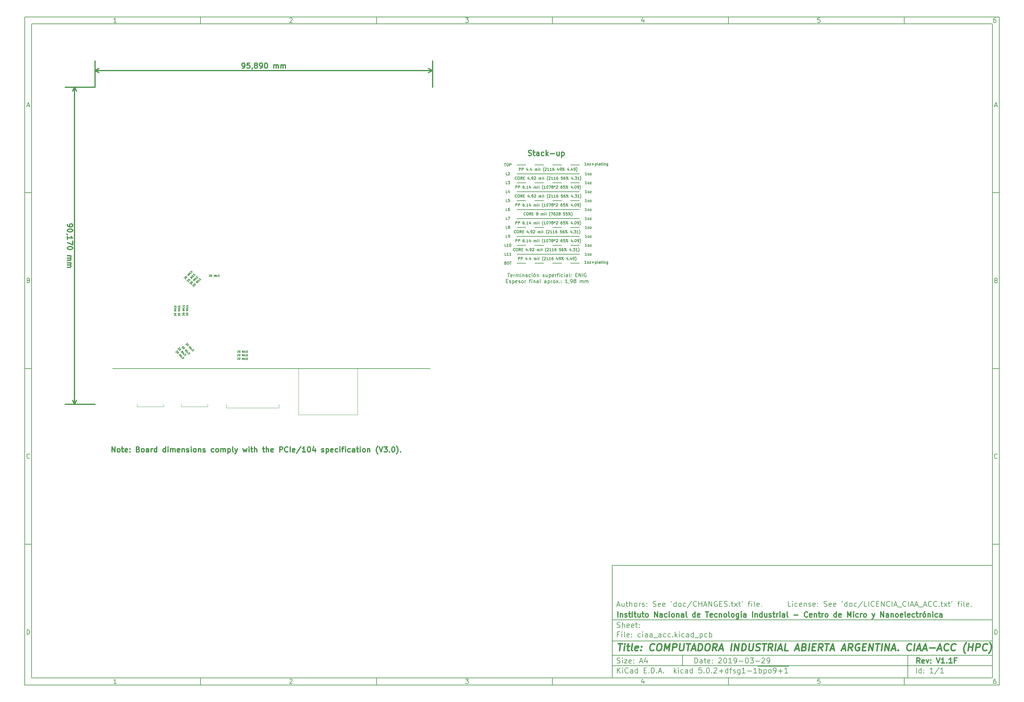
<source format=gbr>
G04 #@! TF.GenerationSoftware,KiCad,Pcbnew,5.0.2+dfsg1-1~bpo9+1*
G04 #@! TF.CreationDate,2019-03-29T14:07:49-03:00*
G04 #@! TF.ProjectId,ciaa_acc,63696161-5f61-4636-932e-6b696361645f,V1.1F*
G04 #@! TF.SameCoordinates,Original*
G04 #@! TF.FileFunction,Drawing*
%FSLAX46Y46*%
G04 Gerber Fmt 4.6, Leading zero omitted, Abs format (unit mm)*
G04 Created by KiCad (PCBNEW 5.0.2+dfsg1-1~bpo9+1) date Fri 29 Mar 2019 02:07:49 PM -03*
%MOMM*%
%LPD*%
G01*
G04 APERTURE LIST*
%ADD10C,0.101600*%
%ADD11C,0.150000*%
%ADD12C,0.300000*%
%ADD13C,0.400000*%
%ADD14C,0.190500*%
%ADD15C,0.203200*%
%ADD16C,0.127000*%
G04 APERTURE END LIST*
D10*
D11*
X177002200Y-166007200D02*
X177002200Y-198007200D01*
X285002200Y-198007200D01*
X285002200Y-166007200D01*
X177002200Y-166007200D01*
D10*
D11*
X10000000Y-10000000D02*
X10000000Y-200007200D01*
X287002200Y-200007200D01*
X287002200Y-10000000D01*
X10000000Y-10000000D01*
D10*
D11*
X12000000Y-12000000D02*
X12000000Y-198007200D01*
X285002200Y-198007200D01*
X285002200Y-12000000D01*
X12000000Y-12000000D01*
D10*
D11*
X60000000Y-12000000D02*
X60000000Y-10000000D01*
D10*
D11*
X110000000Y-12000000D02*
X110000000Y-10000000D01*
D10*
D11*
X160000000Y-12000000D02*
X160000000Y-10000000D01*
D10*
D11*
X210000000Y-12000000D02*
X210000000Y-10000000D01*
D10*
D11*
X260000000Y-12000000D02*
X260000000Y-10000000D01*
D10*
D11*
X36065476Y-11588095D02*
X35322619Y-11588095D01*
X35694047Y-11588095D02*
X35694047Y-10288095D01*
X35570238Y-10473809D01*
X35446428Y-10597619D01*
X35322619Y-10659523D01*
D10*
D11*
X85322619Y-10411904D02*
X85384523Y-10350000D01*
X85508333Y-10288095D01*
X85817857Y-10288095D01*
X85941666Y-10350000D01*
X86003571Y-10411904D01*
X86065476Y-10535714D01*
X86065476Y-10659523D01*
X86003571Y-10845238D01*
X85260714Y-11588095D01*
X86065476Y-11588095D01*
D10*
D11*
X135260714Y-10288095D02*
X136065476Y-10288095D01*
X135632142Y-10783333D01*
X135817857Y-10783333D01*
X135941666Y-10845238D01*
X136003571Y-10907142D01*
X136065476Y-11030952D01*
X136065476Y-11340476D01*
X136003571Y-11464285D01*
X135941666Y-11526190D01*
X135817857Y-11588095D01*
X135446428Y-11588095D01*
X135322619Y-11526190D01*
X135260714Y-11464285D01*
D10*
D11*
X185941666Y-10721428D02*
X185941666Y-11588095D01*
X185632142Y-10226190D02*
X185322619Y-11154761D01*
X186127380Y-11154761D01*
D10*
D11*
X236003571Y-10288095D02*
X235384523Y-10288095D01*
X235322619Y-10907142D01*
X235384523Y-10845238D01*
X235508333Y-10783333D01*
X235817857Y-10783333D01*
X235941666Y-10845238D01*
X236003571Y-10907142D01*
X236065476Y-11030952D01*
X236065476Y-11340476D01*
X236003571Y-11464285D01*
X235941666Y-11526190D01*
X235817857Y-11588095D01*
X235508333Y-11588095D01*
X235384523Y-11526190D01*
X235322619Y-11464285D01*
D10*
D11*
X285941666Y-10288095D02*
X285694047Y-10288095D01*
X285570238Y-10350000D01*
X285508333Y-10411904D01*
X285384523Y-10597619D01*
X285322619Y-10845238D01*
X285322619Y-11340476D01*
X285384523Y-11464285D01*
X285446428Y-11526190D01*
X285570238Y-11588095D01*
X285817857Y-11588095D01*
X285941666Y-11526190D01*
X286003571Y-11464285D01*
X286065476Y-11340476D01*
X286065476Y-11030952D01*
X286003571Y-10907142D01*
X285941666Y-10845238D01*
X285817857Y-10783333D01*
X285570238Y-10783333D01*
X285446428Y-10845238D01*
X285384523Y-10907142D01*
X285322619Y-11030952D01*
D10*
D11*
X60000000Y-198007200D02*
X60000000Y-200007200D01*
D10*
D11*
X110000000Y-198007200D02*
X110000000Y-200007200D01*
D10*
D11*
X160000000Y-198007200D02*
X160000000Y-200007200D01*
D10*
D11*
X210000000Y-198007200D02*
X210000000Y-200007200D01*
D10*
D11*
X260000000Y-198007200D02*
X260000000Y-200007200D01*
D10*
D11*
X36065476Y-199595295D02*
X35322619Y-199595295D01*
X35694047Y-199595295D02*
X35694047Y-198295295D01*
X35570238Y-198481009D01*
X35446428Y-198604819D01*
X35322619Y-198666723D01*
D10*
D11*
X85322619Y-198419104D02*
X85384523Y-198357200D01*
X85508333Y-198295295D01*
X85817857Y-198295295D01*
X85941666Y-198357200D01*
X86003571Y-198419104D01*
X86065476Y-198542914D01*
X86065476Y-198666723D01*
X86003571Y-198852438D01*
X85260714Y-199595295D01*
X86065476Y-199595295D01*
D10*
D11*
X135260714Y-198295295D02*
X136065476Y-198295295D01*
X135632142Y-198790533D01*
X135817857Y-198790533D01*
X135941666Y-198852438D01*
X136003571Y-198914342D01*
X136065476Y-199038152D01*
X136065476Y-199347676D01*
X136003571Y-199471485D01*
X135941666Y-199533390D01*
X135817857Y-199595295D01*
X135446428Y-199595295D01*
X135322619Y-199533390D01*
X135260714Y-199471485D01*
D10*
D11*
X185941666Y-198728628D02*
X185941666Y-199595295D01*
X185632142Y-198233390D02*
X185322619Y-199161961D01*
X186127380Y-199161961D01*
D10*
D11*
X236003571Y-198295295D02*
X235384523Y-198295295D01*
X235322619Y-198914342D01*
X235384523Y-198852438D01*
X235508333Y-198790533D01*
X235817857Y-198790533D01*
X235941666Y-198852438D01*
X236003571Y-198914342D01*
X236065476Y-199038152D01*
X236065476Y-199347676D01*
X236003571Y-199471485D01*
X235941666Y-199533390D01*
X235817857Y-199595295D01*
X235508333Y-199595295D01*
X235384523Y-199533390D01*
X235322619Y-199471485D01*
D10*
D11*
X285941666Y-198295295D02*
X285694047Y-198295295D01*
X285570238Y-198357200D01*
X285508333Y-198419104D01*
X285384523Y-198604819D01*
X285322619Y-198852438D01*
X285322619Y-199347676D01*
X285384523Y-199471485D01*
X285446428Y-199533390D01*
X285570238Y-199595295D01*
X285817857Y-199595295D01*
X285941666Y-199533390D01*
X286003571Y-199471485D01*
X286065476Y-199347676D01*
X286065476Y-199038152D01*
X286003571Y-198914342D01*
X285941666Y-198852438D01*
X285817857Y-198790533D01*
X285570238Y-198790533D01*
X285446428Y-198852438D01*
X285384523Y-198914342D01*
X285322619Y-199038152D01*
D10*
D11*
X10000000Y-60000000D02*
X12000000Y-60000000D01*
D10*
D11*
X10000000Y-110000000D02*
X12000000Y-110000000D01*
D10*
D11*
X10000000Y-160000000D02*
X12000000Y-160000000D01*
D10*
D11*
X10690476Y-35216666D02*
X11309523Y-35216666D01*
X10566666Y-35588095D02*
X11000000Y-34288095D01*
X11433333Y-35588095D01*
D10*
D11*
X11092857Y-84907142D02*
X11278571Y-84969047D01*
X11340476Y-85030952D01*
X11402380Y-85154761D01*
X11402380Y-85340476D01*
X11340476Y-85464285D01*
X11278571Y-85526190D01*
X11154761Y-85588095D01*
X10659523Y-85588095D01*
X10659523Y-84288095D01*
X11092857Y-84288095D01*
X11216666Y-84350000D01*
X11278571Y-84411904D01*
X11340476Y-84535714D01*
X11340476Y-84659523D01*
X11278571Y-84783333D01*
X11216666Y-84845238D01*
X11092857Y-84907142D01*
X10659523Y-84907142D01*
D10*
D11*
X11402380Y-135464285D02*
X11340476Y-135526190D01*
X11154761Y-135588095D01*
X11030952Y-135588095D01*
X10845238Y-135526190D01*
X10721428Y-135402380D01*
X10659523Y-135278571D01*
X10597619Y-135030952D01*
X10597619Y-134845238D01*
X10659523Y-134597619D01*
X10721428Y-134473809D01*
X10845238Y-134350000D01*
X11030952Y-134288095D01*
X11154761Y-134288095D01*
X11340476Y-134350000D01*
X11402380Y-134411904D01*
D10*
D11*
X10659523Y-185588095D02*
X10659523Y-184288095D01*
X10969047Y-184288095D01*
X11154761Y-184350000D01*
X11278571Y-184473809D01*
X11340476Y-184597619D01*
X11402380Y-184845238D01*
X11402380Y-185030952D01*
X11340476Y-185278571D01*
X11278571Y-185402380D01*
X11154761Y-185526190D01*
X10969047Y-185588095D01*
X10659523Y-185588095D01*
D10*
D11*
X287002200Y-60000000D02*
X285002200Y-60000000D01*
D10*
D11*
X287002200Y-110000000D02*
X285002200Y-110000000D01*
D10*
D11*
X287002200Y-160000000D02*
X285002200Y-160000000D01*
D10*
D11*
X285692676Y-35216666D02*
X286311723Y-35216666D01*
X285568866Y-35588095D02*
X286002200Y-34288095D01*
X286435533Y-35588095D01*
D10*
D11*
X286095057Y-84907142D02*
X286280771Y-84969047D01*
X286342676Y-85030952D01*
X286404580Y-85154761D01*
X286404580Y-85340476D01*
X286342676Y-85464285D01*
X286280771Y-85526190D01*
X286156961Y-85588095D01*
X285661723Y-85588095D01*
X285661723Y-84288095D01*
X286095057Y-84288095D01*
X286218866Y-84350000D01*
X286280771Y-84411904D01*
X286342676Y-84535714D01*
X286342676Y-84659523D01*
X286280771Y-84783333D01*
X286218866Y-84845238D01*
X286095057Y-84907142D01*
X285661723Y-84907142D01*
D10*
D11*
X286404580Y-135464285D02*
X286342676Y-135526190D01*
X286156961Y-135588095D01*
X286033152Y-135588095D01*
X285847438Y-135526190D01*
X285723628Y-135402380D01*
X285661723Y-135278571D01*
X285599819Y-135030952D01*
X285599819Y-134845238D01*
X285661723Y-134597619D01*
X285723628Y-134473809D01*
X285847438Y-134350000D01*
X286033152Y-134288095D01*
X286156961Y-134288095D01*
X286342676Y-134350000D01*
X286404580Y-134411904D01*
D10*
D11*
X285661723Y-185588095D02*
X285661723Y-184288095D01*
X285971247Y-184288095D01*
X286156961Y-184350000D01*
X286280771Y-184473809D01*
X286342676Y-184597619D01*
X286404580Y-184845238D01*
X286404580Y-185030952D01*
X286342676Y-185278571D01*
X286280771Y-185402380D01*
X286156961Y-185526190D01*
X285971247Y-185588095D01*
X285661723Y-185588095D01*
D10*
D11*
X200434342Y-193785771D02*
X200434342Y-192285771D01*
X200791485Y-192285771D01*
X201005771Y-192357200D01*
X201148628Y-192500057D01*
X201220057Y-192642914D01*
X201291485Y-192928628D01*
X201291485Y-193142914D01*
X201220057Y-193428628D01*
X201148628Y-193571485D01*
X201005771Y-193714342D01*
X200791485Y-193785771D01*
X200434342Y-193785771D01*
X202577200Y-193785771D02*
X202577200Y-193000057D01*
X202505771Y-192857200D01*
X202362914Y-192785771D01*
X202077200Y-192785771D01*
X201934342Y-192857200D01*
X202577200Y-193714342D02*
X202434342Y-193785771D01*
X202077200Y-193785771D01*
X201934342Y-193714342D01*
X201862914Y-193571485D01*
X201862914Y-193428628D01*
X201934342Y-193285771D01*
X202077200Y-193214342D01*
X202434342Y-193214342D01*
X202577200Y-193142914D01*
X203077200Y-192785771D02*
X203648628Y-192785771D01*
X203291485Y-192285771D02*
X203291485Y-193571485D01*
X203362914Y-193714342D01*
X203505771Y-193785771D01*
X203648628Y-193785771D01*
X204720057Y-193714342D02*
X204577200Y-193785771D01*
X204291485Y-193785771D01*
X204148628Y-193714342D01*
X204077200Y-193571485D01*
X204077200Y-193000057D01*
X204148628Y-192857200D01*
X204291485Y-192785771D01*
X204577200Y-192785771D01*
X204720057Y-192857200D01*
X204791485Y-193000057D01*
X204791485Y-193142914D01*
X204077200Y-193285771D01*
X205434342Y-193642914D02*
X205505771Y-193714342D01*
X205434342Y-193785771D01*
X205362914Y-193714342D01*
X205434342Y-193642914D01*
X205434342Y-193785771D01*
X205434342Y-192857200D02*
X205505771Y-192928628D01*
X205434342Y-193000057D01*
X205362914Y-192928628D01*
X205434342Y-192857200D01*
X205434342Y-193000057D01*
X207220057Y-192428628D02*
X207291485Y-192357200D01*
X207434342Y-192285771D01*
X207791485Y-192285771D01*
X207934342Y-192357200D01*
X208005771Y-192428628D01*
X208077200Y-192571485D01*
X208077200Y-192714342D01*
X208005771Y-192928628D01*
X207148628Y-193785771D01*
X208077200Y-193785771D01*
X209005771Y-192285771D02*
X209148628Y-192285771D01*
X209291485Y-192357200D01*
X209362914Y-192428628D01*
X209434342Y-192571485D01*
X209505771Y-192857200D01*
X209505771Y-193214342D01*
X209434342Y-193500057D01*
X209362914Y-193642914D01*
X209291485Y-193714342D01*
X209148628Y-193785771D01*
X209005771Y-193785771D01*
X208862914Y-193714342D01*
X208791485Y-193642914D01*
X208720057Y-193500057D01*
X208648628Y-193214342D01*
X208648628Y-192857200D01*
X208720057Y-192571485D01*
X208791485Y-192428628D01*
X208862914Y-192357200D01*
X209005771Y-192285771D01*
X210934342Y-193785771D02*
X210077200Y-193785771D01*
X210505771Y-193785771D02*
X210505771Y-192285771D01*
X210362914Y-192500057D01*
X210220057Y-192642914D01*
X210077200Y-192714342D01*
X211648628Y-193785771D02*
X211934342Y-193785771D01*
X212077200Y-193714342D01*
X212148628Y-193642914D01*
X212291485Y-193428628D01*
X212362914Y-193142914D01*
X212362914Y-192571485D01*
X212291485Y-192428628D01*
X212220057Y-192357200D01*
X212077200Y-192285771D01*
X211791485Y-192285771D01*
X211648628Y-192357200D01*
X211577200Y-192428628D01*
X211505771Y-192571485D01*
X211505771Y-192928628D01*
X211577200Y-193071485D01*
X211648628Y-193142914D01*
X211791485Y-193214342D01*
X212077200Y-193214342D01*
X212220057Y-193142914D01*
X212291485Y-193071485D01*
X212362914Y-192928628D01*
X213005771Y-193214342D02*
X214148628Y-193214342D01*
X215148628Y-192285771D02*
X215291485Y-192285771D01*
X215434342Y-192357200D01*
X215505771Y-192428628D01*
X215577200Y-192571485D01*
X215648628Y-192857200D01*
X215648628Y-193214342D01*
X215577200Y-193500057D01*
X215505771Y-193642914D01*
X215434342Y-193714342D01*
X215291485Y-193785771D01*
X215148628Y-193785771D01*
X215005771Y-193714342D01*
X214934342Y-193642914D01*
X214862914Y-193500057D01*
X214791485Y-193214342D01*
X214791485Y-192857200D01*
X214862914Y-192571485D01*
X214934342Y-192428628D01*
X215005771Y-192357200D01*
X215148628Y-192285771D01*
X216148628Y-192285771D02*
X217077200Y-192285771D01*
X216577200Y-192857200D01*
X216791485Y-192857200D01*
X216934342Y-192928628D01*
X217005771Y-193000057D01*
X217077200Y-193142914D01*
X217077200Y-193500057D01*
X217005771Y-193642914D01*
X216934342Y-193714342D01*
X216791485Y-193785771D01*
X216362914Y-193785771D01*
X216220057Y-193714342D01*
X216148628Y-193642914D01*
X217720057Y-193214342D02*
X218862914Y-193214342D01*
X219505771Y-192428628D02*
X219577200Y-192357200D01*
X219720057Y-192285771D01*
X220077200Y-192285771D01*
X220220057Y-192357200D01*
X220291485Y-192428628D01*
X220362914Y-192571485D01*
X220362914Y-192714342D01*
X220291485Y-192928628D01*
X219434342Y-193785771D01*
X220362914Y-193785771D01*
X221077200Y-193785771D02*
X221362914Y-193785771D01*
X221505771Y-193714342D01*
X221577200Y-193642914D01*
X221720057Y-193428628D01*
X221791485Y-193142914D01*
X221791485Y-192571485D01*
X221720057Y-192428628D01*
X221648628Y-192357200D01*
X221505771Y-192285771D01*
X221220057Y-192285771D01*
X221077200Y-192357200D01*
X221005771Y-192428628D01*
X220934342Y-192571485D01*
X220934342Y-192928628D01*
X221005771Y-193071485D01*
X221077200Y-193142914D01*
X221220057Y-193214342D01*
X221505771Y-193214342D01*
X221648628Y-193142914D01*
X221720057Y-193071485D01*
X221791485Y-192928628D01*
D10*
D11*
X177002200Y-194507200D02*
X285002200Y-194507200D01*
D10*
D11*
X178434342Y-196585771D02*
X178434342Y-195085771D01*
X179291485Y-196585771D02*
X178648628Y-195728628D01*
X179291485Y-195085771D02*
X178434342Y-195942914D01*
X179934342Y-196585771D02*
X179934342Y-195585771D01*
X179934342Y-195085771D02*
X179862914Y-195157200D01*
X179934342Y-195228628D01*
X180005771Y-195157200D01*
X179934342Y-195085771D01*
X179934342Y-195228628D01*
X181505771Y-196442914D02*
X181434342Y-196514342D01*
X181220057Y-196585771D01*
X181077200Y-196585771D01*
X180862914Y-196514342D01*
X180720057Y-196371485D01*
X180648628Y-196228628D01*
X180577200Y-195942914D01*
X180577200Y-195728628D01*
X180648628Y-195442914D01*
X180720057Y-195300057D01*
X180862914Y-195157200D01*
X181077200Y-195085771D01*
X181220057Y-195085771D01*
X181434342Y-195157200D01*
X181505771Y-195228628D01*
X182791485Y-196585771D02*
X182791485Y-195800057D01*
X182720057Y-195657200D01*
X182577200Y-195585771D01*
X182291485Y-195585771D01*
X182148628Y-195657200D01*
X182791485Y-196514342D02*
X182648628Y-196585771D01*
X182291485Y-196585771D01*
X182148628Y-196514342D01*
X182077200Y-196371485D01*
X182077200Y-196228628D01*
X182148628Y-196085771D01*
X182291485Y-196014342D01*
X182648628Y-196014342D01*
X182791485Y-195942914D01*
X184148628Y-196585771D02*
X184148628Y-195085771D01*
X184148628Y-196514342D02*
X184005771Y-196585771D01*
X183720057Y-196585771D01*
X183577200Y-196514342D01*
X183505771Y-196442914D01*
X183434342Y-196300057D01*
X183434342Y-195871485D01*
X183505771Y-195728628D01*
X183577200Y-195657200D01*
X183720057Y-195585771D01*
X184005771Y-195585771D01*
X184148628Y-195657200D01*
X186005771Y-195800057D02*
X186505771Y-195800057D01*
X186720057Y-196585771D02*
X186005771Y-196585771D01*
X186005771Y-195085771D01*
X186720057Y-195085771D01*
X187362914Y-196442914D02*
X187434342Y-196514342D01*
X187362914Y-196585771D01*
X187291485Y-196514342D01*
X187362914Y-196442914D01*
X187362914Y-196585771D01*
X188077200Y-196585771D02*
X188077200Y-195085771D01*
X188434342Y-195085771D01*
X188648628Y-195157200D01*
X188791485Y-195300057D01*
X188862914Y-195442914D01*
X188934342Y-195728628D01*
X188934342Y-195942914D01*
X188862914Y-196228628D01*
X188791485Y-196371485D01*
X188648628Y-196514342D01*
X188434342Y-196585771D01*
X188077200Y-196585771D01*
X189577200Y-196442914D02*
X189648628Y-196514342D01*
X189577200Y-196585771D01*
X189505771Y-196514342D01*
X189577200Y-196442914D01*
X189577200Y-196585771D01*
X190220057Y-196157200D02*
X190934342Y-196157200D01*
X190077200Y-196585771D02*
X190577200Y-195085771D01*
X191077200Y-196585771D01*
X191577200Y-196442914D02*
X191648628Y-196514342D01*
X191577200Y-196585771D01*
X191505771Y-196514342D01*
X191577200Y-196442914D01*
X191577200Y-196585771D01*
X194577200Y-196585771D02*
X194577200Y-195085771D01*
X194720057Y-196014342D02*
X195148628Y-196585771D01*
X195148628Y-195585771D02*
X194577200Y-196157200D01*
X195791485Y-196585771D02*
X195791485Y-195585771D01*
X195791485Y-195085771D02*
X195720057Y-195157200D01*
X195791485Y-195228628D01*
X195862914Y-195157200D01*
X195791485Y-195085771D01*
X195791485Y-195228628D01*
X197148628Y-196514342D02*
X197005771Y-196585771D01*
X196720057Y-196585771D01*
X196577200Y-196514342D01*
X196505771Y-196442914D01*
X196434342Y-196300057D01*
X196434342Y-195871485D01*
X196505771Y-195728628D01*
X196577200Y-195657200D01*
X196720057Y-195585771D01*
X197005771Y-195585771D01*
X197148628Y-195657200D01*
X198434342Y-196585771D02*
X198434342Y-195800057D01*
X198362914Y-195657200D01*
X198220057Y-195585771D01*
X197934342Y-195585771D01*
X197791485Y-195657200D01*
X198434342Y-196514342D02*
X198291485Y-196585771D01*
X197934342Y-196585771D01*
X197791485Y-196514342D01*
X197720057Y-196371485D01*
X197720057Y-196228628D01*
X197791485Y-196085771D01*
X197934342Y-196014342D01*
X198291485Y-196014342D01*
X198434342Y-195942914D01*
X199791485Y-196585771D02*
X199791485Y-195085771D01*
X199791485Y-196514342D02*
X199648628Y-196585771D01*
X199362914Y-196585771D01*
X199220057Y-196514342D01*
X199148628Y-196442914D01*
X199077200Y-196300057D01*
X199077200Y-195871485D01*
X199148628Y-195728628D01*
X199220057Y-195657200D01*
X199362914Y-195585771D01*
X199648628Y-195585771D01*
X199791485Y-195657200D01*
X202362914Y-195085771D02*
X201648628Y-195085771D01*
X201577200Y-195800057D01*
X201648628Y-195728628D01*
X201791485Y-195657200D01*
X202148628Y-195657200D01*
X202291485Y-195728628D01*
X202362914Y-195800057D01*
X202434342Y-195942914D01*
X202434342Y-196300057D01*
X202362914Y-196442914D01*
X202291485Y-196514342D01*
X202148628Y-196585771D01*
X201791485Y-196585771D01*
X201648628Y-196514342D01*
X201577200Y-196442914D01*
X203077200Y-196442914D02*
X203148628Y-196514342D01*
X203077200Y-196585771D01*
X203005771Y-196514342D01*
X203077200Y-196442914D01*
X203077200Y-196585771D01*
X204077200Y-195085771D02*
X204220057Y-195085771D01*
X204362914Y-195157200D01*
X204434342Y-195228628D01*
X204505771Y-195371485D01*
X204577200Y-195657200D01*
X204577200Y-196014342D01*
X204505771Y-196300057D01*
X204434342Y-196442914D01*
X204362914Y-196514342D01*
X204220057Y-196585771D01*
X204077200Y-196585771D01*
X203934342Y-196514342D01*
X203862914Y-196442914D01*
X203791485Y-196300057D01*
X203720057Y-196014342D01*
X203720057Y-195657200D01*
X203791485Y-195371485D01*
X203862914Y-195228628D01*
X203934342Y-195157200D01*
X204077200Y-195085771D01*
X205220057Y-196442914D02*
X205291485Y-196514342D01*
X205220057Y-196585771D01*
X205148628Y-196514342D01*
X205220057Y-196442914D01*
X205220057Y-196585771D01*
X205862914Y-195228628D02*
X205934342Y-195157200D01*
X206077200Y-195085771D01*
X206434342Y-195085771D01*
X206577200Y-195157200D01*
X206648628Y-195228628D01*
X206720057Y-195371485D01*
X206720057Y-195514342D01*
X206648628Y-195728628D01*
X205791485Y-196585771D01*
X206720057Y-196585771D01*
X207362914Y-196014342D02*
X208505771Y-196014342D01*
X207934342Y-196585771D02*
X207934342Y-195442914D01*
X209862914Y-196585771D02*
X209862914Y-195085771D01*
X209862914Y-196514342D02*
X209720057Y-196585771D01*
X209434342Y-196585771D01*
X209291485Y-196514342D01*
X209220057Y-196442914D01*
X209148628Y-196300057D01*
X209148628Y-195871485D01*
X209220057Y-195728628D01*
X209291485Y-195657200D01*
X209434342Y-195585771D01*
X209720057Y-195585771D01*
X209862914Y-195657200D01*
X210362914Y-195585771D02*
X210934342Y-195585771D01*
X210577200Y-196585771D02*
X210577200Y-195300057D01*
X210648628Y-195157200D01*
X210791485Y-195085771D01*
X210934342Y-195085771D01*
X211362914Y-196514342D02*
X211505771Y-196585771D01*
X211791485Y-196585771D01*
X211934342Y-196514342D01*
X212005771Y-196371485D01*
X212005771Y-196300057D01*
X211934342Y-196157200D01*
X211791485Y-196085771D01*
X211577200Y-196085771D01*
X211434342Y-196014342D01*
X211362914Y-195871485D01*
X211362914Y-195800057D01*
X211434342Y-195657200D01*
X211577200Y-195585771D01*
X211791485Y-195585771D01*
X211934342Y-195657200D01*
X213291485Y-195585771D02*
X213291485Y-196800057D01*
X213220057Y-196942914D01*
X213148628Y-197014342D01*
X213005771Y-197085771D01*
X212791485Y-197085771D01*
X212648628Y-197014342D01*
X213291485Y-196514342D02*
X213148628Y-196585771D01*
X212862914Y-196585771D01*
X212720057Y-196514342D01*
X212648628Y-196442914D01*
X212577200Y-196300057D01*
X212577200Y-195871485D01*
X212648628Y-195728628D01*
X212720057Y-195657200D01*
X212862914Y-195585771D01*
X213148628Y-195585771D01*
X213291485Y-195657200D01*
X214791485Y-196585771D02*
X213934342Y-196585771D01*
X214362914Y-196585771D02*
X214362914Y-195085771D01*
X214220057Y-195300057D01*
X214077200Y-195442914D01*
X213934342Y-195514342D01*
X215434342Y-196014342D02*
X216577200Y-196014342D01*
X218077200Y-196585771D02*
X217220057Y-196585771D01*
X217648628Y-196585771D02*
X217648628Y-195085771D01*
X217505771Y-195300057D01*
X217362914Y-195442914D01*
X217220057Y-195514342D01*
X218362914Y-194677200D02*
X219720057Y-194677200D01*
X218720057Y-196585771D02*
X218720057Y-195085771D01*
X218720057Y-195657200D02*
X218862914Y-195585771D01*
X219148628Y-195585771D01*
X219291485Y-195657200D01*
X219362914Y-195728628D01*
X219434342Y-195871485D01*
X219434342Y-196300057D01*
X219362914Y-196442914D01*
X219291485Y-196514342D01*
X219148628Y-196585771D01*
X218862914Y-196585771D01*
X218720057Y-196514342D01*
X219720057Y-194677200D02*
X221077200Y-194677200D01*
X220077200Y-195585771D02*
X220077200Y-197085771D01*
X220077200Y-195657200D02*
X220220057Y-195585771D01*
X220505771Y-195585771D01*
X220648628Y-195657200D01*
X220720057Y-195728628D01*
X220791485Y-195871485D01*
X220791485Y-196300057D01*
X220720057Y-196442914D01*
X220648628Y-196514342D01*
X220505771Y-196585771D01*
X220220057Y-196585771D01*
X220077200Y-196514342D01*
X221077200Y-194677200D02*
X222434342Y-194677200D01*
X221648628Y-196585771D02*
X221505771Y-196514342D01*
X221434342Y-196442914D01*
X221362914Y-196300057D01*
X221362914Y-195871485D01*
X221434342Y-195728628D01*
X221505771Y-195657200D01*
X221648628Y-195585771D01*
X221862914Y-195585771D01*
X222005771Y-195657200D01*
X222077200Y-195728628D01*
X222148628Y-195871485D01*
X222148628Y-196300057D01*
X222077200Y-196442914D01*
X222005771Y-196514342D01*
X221862914Y-196585771D01*
X221648628Y-196585771D01*
X222434342Y-194677200D02*
X223862914Y-194677200D01*
X222862914Y-196585771D02*
X223148628Y-196585771D01*
X223291485Y-196514342D01*
X223362914Y-196442914D01*
X223505771Y-196228628D01*
X223577200Y-195942914D01*
X223577200Y-195371485D01*
X223505771Y-195228628D01*
X223434342Y-195157200D01*
X223291485Y-195085771D01*
X223005771Y-195085771D01*
X222862914Y-195157200D01*
X222791485Y-195228628D01*
X222720057Y-195371485D01*
X222720057Y-195728628D01*
X222791485Y-195871485D01*
X222862914Y-195942914D01*
X223005771Y-196014342D01*
X223291485Y-196014342D01*
X223434342Y-195942914D01*
X223505771Y-195871485D01*
X223577200Y-195728628D01*
X223862914Y-194677200D02*
X225720057Y-194677200D01*
X224220057Y-196014342D02*
X225362914Y-196014342D01*
X224791485Y-196585771D02*
X224791485Y-195442914D01*
X225720057Y-194677200D02*
X227148628Y-194677200D01*
X226862914Y-196585771D02*
X226005771Y-196585771D01*
X226434342Y-196585771D02*
X226434342Y-195085771D01*
X226291485Y-195300057D01*
X226148628Y-195442914D01*
X226005771Y-195514342D01*
D10*
D11*
X177002200Y-191507200D02*
X285002200Y-191507200D01*
D10*
D12*
X264411485Y-193785771D02*
X263911485Y-193071485D01*
X263554342Y-193785771D02*
X263554342Y-192285771D01*
X264125771Y-192285771D01*
X264268628Y-192357200D01*
X264340057Y-192428628D01*
X264411485Y-192571485D01*
X264411485Y-192785771D01*
X264340057Y-192928628D01*
X264268628Y-193000057D01*
X264125771Y-193071485D01*
X263554342Y-193071485D01*
X265625771Y-193714342D02*
X265482914Y-193785771D01*
X265197200Y-193785771D01*
X265054342Y-193714342D01*
X264982914Y-193571485D01*
X264982914Y-193000057D01*
X265054342Y-192857200D01*
X265197200Y-192785771D01*
X265482914Y-192785771D01*
X265625771Y-192857200D01*
X265697200Y-193000057D01*
X265697200Y-193142914D01*
X264982914Y-193285771D01*
X266197200Y-192785771D02*
X266554342Y-193785771D01*
X266911485Y-192785771D01*
X267482914Y-193642914D02*
X267554342Y-193714342D01*
X267482914Y-193785771D01*
X267411485Y-193714342D01*
X267482914Y-193642914D01*
X267482914Y-193785771D01*
X267482914Y-192857200D02*
X267554342Y-192928628D01*
X267482914Y-193000057D01*
X267411485Y-192928628D01*
X267482914Y-192857200D01*
X267482914Y-193000057D01*
X269125771Y-192285771D02*
X269625771Y-193785771D01*
X270125771Y-192285771D01*
X271411485Y-193785771D02*
X270554342Y-193785771D01*
X270982914Y-193785771D02*
X270982914Y-192285771D01*
X270840057Y-192500057D01*
X270697200Y-192642914D01*
X270554342Y-192714342D01*
X272054342Y-193642914D02*
X272125771Y-193714342D01*
X272054342Y-193785771D01*
X271982914Y-193714342D01*
X272054342Y-193642914D01*
X272054342Y-193785771D01*
X273554342Y-193785771D02*
X272697200Y-193785771D01*
X273125771Y-193785771D02*
X273125771Y-192285771D01*
X272982914Y-192500057D01*
X272840057Y-192642914D01*
X272697200Y-192714342D01*
X274697200Y-193000057D02*
X274197200Y-193000057D01*
X274197200Y-193785771D02*
X274197200Y-192285771D01*
X274911485Y-192285771D01*
D10*
D11*
X178362914Y-193714342D02*
X178577200Y-193785771D01*
X178934342Y-193785771D01*
X179077200Y-193714342D01*
X179148628Y-193642914D01*
X179220057Y-193500057D01*
X179220057Y-193357200D01*
X179148628Y-193214342D01*
X179077200Y-193142914D01*
X178934342Y-193071485D01*
X178648628Y-193000057D01*
X178505771Y-192928628D01*
X178434342Y-192857200D01*
X178362914Y-192714342D01*
X178362914Y-192571485D01*
X178434342Y-192428628D01*
X178505771Y-192357200D01*
X178648628Y-192285771D01*
X179005771Y-192285771D01*
X179220057Y-192357200D01*
X179862914Y-193785771D02*
X179862914Y-192785771D01*
X179862914Y-192285771D02*
X179791485Y-192357200D01*
X179862914Y-192428628D01*
X179934342Y-192357200D01*
X179862914Y-192285771D01*
X179862914Y-192428628D01*
X180434342Y-192785771D02*
X181220057Y-192785771D01*
X180434342Y-193785771D01*
X181220057Y-193785771D01*
X182362914Y-193714342D02*
X182220057Y-193785771D01*
X181934342Y-193785771D01*
X181791485Y-193714342D01*
X181720057Y-193571485D01*
X181720057Y-193000057D01*
X181791485Y-192857200D01*
X181934342Y-192785771D01*
X182220057Y-192785771D01*
X182362914Y-192857200D01*
X182434342Y-193000057D01*
X182434342Y-193142914D01*
X181720057Y-193285771D01*
X183077200Y-193642914D02*
X183148628Y-193714342D01*
X183077200Y-193785771D01*
X183005771Y-193714342D01*
X183077200Y-193642914D01*
X183077200Y-193785771D01*
X183077200Y-192857200D02*
X183148628Y-192928628D01*
X183077200Y-193000057D01*
X183005771Y-192928628D01*
X183077200Y-192857200D01*
X183077200Y-193000057D01*
X184862914Y-193357200D02*
X185577200Y-193357200D01*
X184720057Y-193785771D02*
X185220057Y-192285771D01*
X185720057Y-193785771D01*
X186862914Y-192785771D02*
X186862914Y-193785771D01*
X186505771Y-192214342D02*
X186148628Y-193285771D01*
X187077200Y-193285771D01*
D10*
D11*
X263434342Y-196585771D02*
X263434342Y-195085771D01*
X264791485Y-196585771D02*
X264791485Y-195085771D01*
X264791485Y-196514342D02*
X264648628Y-196585771D01*
X264362914Y-196585771D01*
X264220057Y-196514342D01*
X264148628Y-196442914D01*
X264077200Y-196300057D01*
X264077200Y-195871485D01*
X264148628Y-195728628D01*
X264220057Y-195657200D01*
X264362914Y-195585771D01*
X264648628Y-195585771D01*
X264791485Y-195657200D01*
X265505771Y-196442914D02*
X265577200Y-196514342D01*
X265505771Y-196585771D01*
X265434342Y-196514342D01*
X265505771Y-196442914D01*
X265505771Y-196585771D01*
X265505771Y-195657200D02*
X265577200Y-195728628D01*
X265505771Y-195800057D01*
X265434342Y-195728628D01*
X265505771Y-195657200D01*
X265505771Y-195800057D01*
X268148628Y-196585771D02*
X267291485Y-196585771D01*
X267720057Y-196585771D02*
X267720057Y-195085771D01*
X267577200Y-195300057D01*
X267434342Y-195442914D01*
X267291485Y-195514342D01*
X269862914Y-195014342D02*
X268577200Y-196942914D01*
X271148628Y-196585771D02*
X270291485Y-196585771D01*
X270720057Y-196585771D02*
X270720057Y-195085771D01*
X270577200Y-195300057D01*
X270434342Y-195442914D01*
X270291485Y-195514342D01*
D10*
D11*
X177002200Y-187507200D02*
X285002200Y-187507200D01*
D10*
D13*
X178714580Y-188211961D02*
X179857438Y-188211961D01*
X179036009Y-190211961D02*
X179286009Y-188211961D01*
X180274104Y-190211961D02*
X180440771Y-188878628D01*
X180524104Y-188211961D02*
X180416961Y-188307200D01*
X180500295Y-188402438D01*
X180607438Y-188307200D01*
X180524104Y-188211961D01*
X180500295Y-188402438D01*
X181107438Y-188878628D02*
X181869342Y-188878628D01*
X181476485Y-188211961D02*
X181262200Y-189926247D01*
X181333628Y-190116723D01*
X181512200Y-190211961D01*
X181702676Y-190211961D01*
X182655057Y-190211961D02*
X182476485Y-190116723D01*
X182405057Y-189926247D01*
X182619342Y-188211961D01*
X184190771Y-190116723D02*
X183988390Y-190211961D01*
X183607438Y-190211961D01*
X183428866Y-190116723D01*
X183357438Y-189926247D01*
X183452676Y-189164342D01*
X183571723Y-188973866D01*
X183774104Y-188878628D01*
X184155057Y-188878628D01*
X184333628Y-188973866D01*
X184405057Y-189164342D01*
X184381247Y-189354819D01*
X183405057Y-189545295D01*
X185155057Y-190021485D02*
X185238390Y-190116723D01*
X185131247Y-190211961D01*
X185047914Y-190116723D01*
X185155057Y-190021485D01*
X185131247Y-190211961D01*
X185286009Y-188973866D02*
X185369342Y-189069104D01*
X185262200Y-189164342D01*
X185178866Y-189069104D01*
X185286009Y-188973866D01*
X185262200Y-189164342D01*
X188774104Y-190021485D02*
X188666961Y-190116723D01*
X188369342Y-190211961D01*
X188178866Y-190211961D01*
X187905057Y-190116723D01*
X187738390Y-189926247D01*
X187666961Y-189735771D01*
X187619342Y-189354819D01*
X187655057Y-189069104D01*
X187797914Y-188688152D01*
X187916961Y-188497676D01*
X188131247Y-188307200D01*
X188428866Y-188211961D01*
X188619342Y-188211961D01*
X188893152Y-188307200D01*
X188976485Y-188402438D01*
X190238390Y-188211961D02*
X190619342Y-188211961D01*
X190797914Y-188307200D01*
X190964580Y-188497676D01*
X191012200Y-188878628D01*
X190928866Y-189545295D01*
X190786009Y-189926247D01*
X190571723Y-190116723D01*
X190369342Y-190211961D01*
X189988390Y-190211961D01*
X189809819Y-190116723D01*
X189643152Y-189926247D01*
X189595533Y-189545295D01*
X189678866Y-188878628D01*
X189821723Y-188497676D01*
X190036009Y-188307200D01*
X190238390Y-188211961D01*
X191702676Y-190211961D02*
X191952676Y-188211961D01*
X192440771Y-189640533D01*
X193286009Y-188211961D01*
X193036009Y-190211961D01*
X193988390Y-190211961D02*
X194238390Y-188211961D01*
X195000295Y-188211961D01*
X195178866Y-188307200D01*
X195262200Y-188402438D01*
X195333628Y-188592914D01*
X195297914Y-188878628D01*
X195178866Y-189069104D01*
X195071723Y-189164342D01*
X194869342Y-189259580D01*
X194107438Y-189259580D01*
X196238390Y-188211961D02*
X196036009Y-189831009D01*
X196107438Y-190021485D01*
X196190771Y-190116723D01*
X196369342Y-190211961D01*
X196750295Y-190211961D01*
X196952676Y-190116723D01*
X197059819Y-190021485D01*
X197178866Y-189831009D01*
X197381247Y-188211961D01*
X198047914Y-188211961D02*
X199190771Y-188211961D01*
X198369342Y-190211961D02*
X198619342Y-188211961D01*
X199583628Y-189640533D02*
X200536009Y-189640533D01*
X199321723Y-190211961D02*
X200238390Y-188211961D01*
X200655057Y-190211961D01*
X201321723Y-190211961D02*
X201571723Y-188211961D01*
X202047914Y-188211961D01*
X202321723Y-188307200D01*
X202488390Y-188497676D01*
X202559819Y-188688152D01*
X202607438Y-189069104D01*
X202571723Y-189354819D01*
X202428866Y-189735771D01*
X202309819Y-189926247D01*
X202095533Y-190116723D01*
X201797914Y-190211961D01*
X201321723Y-190211961D01*
X203952676Y-188211961D02*
X204333628Y-188211961D01*
X204512200Y-188307200D01*
X204678866Y-188497676D01*
X204726485Y-188878628D01*
X204643152Y-189545295D01*
X204500295Y-189926247D01*
X204286009Y-190116723D01*
X204083628Y-190211961D01*
X203702676Y-190211961D01*
X203524104Y-190116723D01*
X203357438Y-189926247D01*
X203309819Y-189545295D01*
X203393152Y-188878628D01*
X203536009Y-188497676D01*
X203750295Y-188307200D01*
X203952676Y-188211961D01*
X206559819Y-190211961D02*
X206012200Y-189259580D01*
X205416961Y-190211961D02*
X205666961Y-188211961D01*
X206428866Y-188211961D01*
X206607438Y-188307200D01*
X206690771Y-188402438D01*
X206762200Y-188592914D01*
X206726485Y-188878628D01*
X206607438Y-189069104D01*
X206500295Y-189164342D01*
X206297914Y-189259580D01*
X205536009Y-189259580D01*
X207393152Y-189640533D02*
X208345533Y-189640533D01*
X207131247Y-190211961D02*
X208047914Y-188211961D01*
X208464580Y-190211961D01*
X210655057Y-190211961D02*
X210905057Y-188211961D01*
X211607438Y-190211961D02*
X211857438Y-188211961D01*
X212750295Y-190211961D01*
X213000295Y-188211961D01*
X213702676Y-190211961D02*
X213952676Y-188211961D01*
X214428866Y-188211961D01*
X214702676Y-188307200D01*
X214869342Y-188497676D01*
X214940771Y-188688152D01*
X214988390Y-189069104D01*
X214952676Y-189354819D01*
X214809819Y-189735771D01*
X214690771Y-189926247D01*
X214476485Y-190116723D01*
X214178866Y-190211961D01*
X213702676Y-190211961D01*
X215952676Y-188211961D02*
X215750295Y-189831009D01*
X215821723Y-190021485D01*
X215905057Y-190116723D01*
X216083628Y-190211961D01*
X216464580Y-190211961D01*
X216666961Y-190116723D01*
X216774104Y-190021485D01*
X216893152Y-189831009D01*
X217095533Y-188211961D01*
X217714580Y-190116723D02*
X217988390Y-190211961D01*
X218464580Y-190211961D01*
X218666961Y-190116723D01*
X218774104Y-190021485D01*
X218893152Y-189831009D01*
X218916961Y-189640533D01*
X218845533Y-189450057D01*
X218762200Y-189354819D01*
X218583628Y-189259580D01*
X218214580Y-189164342D01*
X218036009Y-189069104D01*
X217952676Y-188973866D01*
X217881247Y-188783390D01*
X217905057Y-188592914D01*
X218024104Y-188402438D01*
X218131247Y-188307200D01*
X218333628Y-188211961D01*
X218809819Y-188211961D01*
X219083628Y-188307200D01*
X219666961Y-188211961D02*
X220809819Y-188211961D01*
X219988390Y-190211961D02*
X220238390Y-188211961D01*
X222369342Y-190211961D02*
X221821723Y-189259580D01*
X221226485Y-190211961D02*
X221476485Y-188211961D01*
X222238390Y-188211961D01*
X222416961Y-188307200D01*
X222500295Y-188402438D01*
X222571723Y-188592914D01*
X222536009Y-188878628D01*
X222416961Y-189069104D01*
X222309819Y-189164342D01*
X222107438Y-189259580D01*
X221345533Y-189259580D01*
X223226485Y-190211961D02*
X223476485Y-188211961D01*
X224155057Y-189640533D02*
X225107438Y-189640533D01*
X223893152Y-190211961D02*
X224809819Y-188211961D01*
X225226485Y-190211961D01*
X226845533Y-190211961D02*
X225893152Y-190211961D01*
X226143152Y-188211961D01*
X229012200Y-189640533D02*
X229964580Y-189640533D01*
X228750295Y-190211961D02*
X229666961Y-188211961D01*
X230083628Y-190211961D01*
X231547914Y-189164342D02*
X231821723Y-189259580D01*
X231905057Y-189354819D01*
X231976485Y-189545295D01*
X231940771Y-189831009D01*
X231821723Y-190021485D01*
X231714580Y-190116723D01*
X231512200Y-190211961D01*
X230750295Y-190211961D01*
X231000295Y-188211961D01*
X231666961Y-188211961D01*
X231845533Y-188307200D01*
X231928866Y-188402438D01*
X232000295Y-188592914D01*
X231976485Y-188783390D01*
X231857438Y-188973866D01*
X231750295Y-189069104D01*
X231547914Y-189164342D01*
X230881247Y-189164342D01*
X232750295Y-190211961D02*
X233000295Y-188211961D01*
X233833628Y-189164342D02*
X234500295Y-189164342D01*
X234655057Y-190211961D02*
X233702676Y-190211961D01*
X233952676Y-188211961D01*
X234905057Y-188211961D01*
X236655057Y-190211961D02*
X236107438Y-189259580D01*
X235512200Y-190211961D02*
X235762200Y-188211961D01*
X236524104Y-188211961D01*
X236702676Y-188307200D01*
X236786009Y-188402438D01*
X236857438Y-188592914D01*
X236821723Y-188878628D01*
X236702676Y-189069104D01*
X236595533Y-189164342D01*
X236393152Y-189259580D01*
X235631247Y-189259580D01*
X237476485Y-188211961D02*
X238619342Y-188211961D01*
X237797914Y-190211961D02*
X238047914Y-188211961D01*
X239012200Y-189640533D02*
X239964580Y-189640533D01*
X238750295Y-190211961D02*
X239666961Y-188211961D01*
X240083628Y-190211961D01*
X242250295Y-189640533D02*
X243202676Y-189640533D01*
X241988390Y-190211961D02*
X242905057Y-188211961D01*
X243321723Y-190211961D01*
X245131247Y-190211961D02*
X244583628Y-189259580D01*
X243988390Y-190211961D02*
X244238390Y-188211961D01*
X245000295Y-188211961D01*
X245178866Y-188307200D01*
X245262200Y-188402438D01*
X245333628Y-188592914D01*
X245297914Y-188878628D01*
X245178866Y-189069104D01*
X245071723Y-189164342D01*
X244869342Y-189259580D01*
X244107438Y-189259580D01*
X247274104Y-188307200D02*
X247095533Y-188211961D01*
X246809819Y-188211961D01*
X246512200Y-188307200D01*
X246297914Y-188497676D01*
X246178866Y-188688152D01*
X246036009Y-189069104D01*
X246000295Y-189354819D01*
X246047914Y-189735771D01*
X246119342Y-189926247D01*
X246286009Y-190116723D01*
X246559819Y-190211961D01*
X246750295Y-190211961D01*
X247047914Y-190116723D01*
X247155057Y-190021485D01*
X247238390Y-189354819D01*
X246857438Y-189354819D01*
X248119342Y-189164342D02*
X248786009Y-189164342D01*
X248940771Y-190211961D02*
X247988390Y-190211961D01*
X248238390Y-188211961D01*
X249190771Y-188211961D01*
X249797914Y-190211961D02*
X250047914Y-188211961D01*
X250940771Y-190211961D01*
X251190771Y-188211961D01*
X251857438Y-188211961D02*
X253000295Y-188211961D01*
X252178866Y-190211961D02*
X252428866Y-188211961D01*
X253416961Y-190211961D02*
X253666961Y-188211961D01*
X254369342Y-190211961D02*
X254619342Y-188211961D01*
X255512199Y-190211961D01*
X255762199Y-188211961D01*
X256440771Y-189640533D02*
X257393152Y-189640533D01*
X256178866Y-190211961D02*
X257095533Y-188211961D01*
X257512199Y-190211961D01*
X258202676Y-190021485D02*
X258286009Y-190116723D01*
X258178866Y-190211961D01*
X258095533Y-190116723D01*
X258202676Y-190021485D01*
X258178866Y-190211961D01*
X261821723Y-190021485D02*
X261714580Y-190116723D01*
X261416961Y-190211961D01*
X261226485Y-190211961D01*
X260952676Y-190116723D01*
X260786009Y-189926247D01*
X260714580Y-189735771D01*
X260666961Y-189354819D01*
X260702676Y-189069104D01*
X260845533Y-188688152D01*
X260964580Y-188497676D01*
X261178866Y-188307200D01*
X261476485Y-188211961D01*
X261666961Y-188211961D01*
X261940771Y-188307200D01*
X262024104Y-188402438D01*
X262655057Y-190211961D02*
X262905057Y-188211961D01*
X263583628Y-189640533D02*
X264536009Y-189640533D01*
X263321723Y-190211961D02*
X264238390Y-188211961D01*
X264655057Y-190211961D01*
X265297914Y-189640533D02*
X266250295Y-189640533D01*
X265036009Y-190211961D02*
X265952676Y-188211961D01*
X266369342Y-190211961D01*
X267131247Y-189450057D02*
X268655057Y-189450057D01*
X269488390Y-189640533D02*
X270440771Y-189640533D01*
X269226485Y-190211961D02*
X270143152Y-188211961D01*
X270559819Y-190211961D01*
X272393152Y-190021485D02*
X272286009Y-190116723D01*
X271988390Y-190211961D01*
X271797914Y-190211961D01*
X271524104Y-190116723D01*
X271357438Y-189926247D01*
X271286009Y-189735771D01*
X271238390Y-189354819D01*
X271274104Y-189069104D01*
X271416961Y-188688152D01*
X271536009Y-188497676D01*
X271750295Y-188307200D01*
X272047914Y-188211961D01*
X272238390Y-188211961D01*
X272512200Y-188307200D01*
X272595533Y-188402438D01*
X274393152Y-190021485D02*
X274286009Y-190116723D01*
X273988390Y-190211961D01*
X273797914Y-190211961D01*
X273524104Y-190116723D01*
X273357438Y-189926247D01*
X273286009Y-189735771D01*
X273238390Y-189354819D01*
X273274104Y-189069104D01*
X273416961Y-188688152D01*
X273536009Y-188497676D01*
X273750295Y-188307200D01*
X274047914Y-188211961D01*
X274238390Y-188211961D01*
X274512200Y-188307200D01*
X274595533Y-188402438D01*
X277226485Y-190973866D02*
X277143152Y-190878628D01*
X276988390Y-190592914D01*
X276916961Y-190402438D01*
X276857438Y-190116723D01*
X276821723Y-189640533D01*
X276869342Y-189259580D01*
X277024104Y-188783390D01*
X277155057Y-188497676D01*
X277274104Y-188307200D01*
X277500295Y-188021485D01*
X277607438Y-187926247D01*
X278083628Y-190211961D02*
X278333628Y-188211961D01*
X278214580Y-189164342D02*
X279357438Y-189164342D01*
X279226485Y-190211961D02*
X279476485Y-188211961D01*
X280178866Y-190211961D02*
X280428866Y-188211961D01*
X281190771Y-188211961D01*
X281369342Y-188307200D01*
X281452676Y-188402438D01*
X281524104Y-188592914D01*
X281488390Y-188878628D01*
X281369342Y-189069104D01*
X281262200Y-189164342D01*
X281059819Y-189259580D01*
X280297914Y-189259580D01*
X283345533Y-190021485D02*
X283238390Y-190116723D01*
X282940771Y-190211961D01*
X282750295Y-190211961D01*
X282476485Y-190116723D01*
X282309819Y-189926247D01*
X282238390Y-189735771D01*
X282190771Y-189354819D01*
X282226485Y-189069104D01*
X282369342Y-188688152D01*
X282488390Y-188497676D01*
X282702676Y-188307200D01*
X283000295Y-188211961D01*
X283190771Y-188211961D01*
X283464580Y-188307200D01*
X283547914Y-188402438D01*
X283893152Y-190973866D02*
X284000295Y-190878628D01*
X284226485Y-190592914D01*
X284345533Y-190402438D01*
X284476485Y-190116723D01*
X284631247Y-189640533D01*
X284678866Y-189259580D01*
X284643152Y-188783390D01*
X284583628Y-188497676D01*
X284512200Y-188307200D01*
X284357438Y-188021485D01*
X284274104Y-187926247D01*
D10*
D11*
X178934342Y-185600057D02*
X178434342Y-185600057D01*
X178434342Y-186385771D02*
X178434342Y-184885771D01*
X179148628Y-184885771D01*
X179720057Y-186385771D02*
X179720057Y-185385771D01*
X179720057Y-184885771D02*
X179648628Y-184957200D01*
X179720057Y-185028628D01*
X179791485Y-184957200D01*
X179720057Y-184885771D01*
X179720057Y-185028628D01*
X180648628Y-186385771D02*
X180505771Y-186314342D01*
X180434342Y-186171485D01*
X180434342Y-184885771D01*
X181791485Y-186314342D02*
X181648628Y-186385771D01*
X181362914Y-186385771D01*
X181220057Y-186314342D01*
X181148628Y-186171485D01*
X181148628Y-185600057D01*
X181220057Y-185457200D01*
X181362914Y-185385771D01*
X181648628Y-185385771D01*
X181791485Y-185457200D01*
X181862914Y-185600057D01*
X181862914Y-185742914D01*
X181148628Y-185885771D01*
X182505771Y-186242914D02*
X182577200Y-186314342D01*
X182505771Y-186385771D01*
X182434342Y-186314342D01*
X182505771Y-186242914D01*
X182505771Y-186385771D01*
X182505771Y-185457200D02*
X182577200Y-185528628D01*
X182505771Y-185600057D01*
X182434342Y-185528628D01*
X182505771Y-185457200D01*
X182505771Y-185600057D01*
X185005771Y-186314342D02*
X184862914Y-186385771D01*
X184577200Y-186385771D01*
X184434342Y-186314342D01*
X184362914Y-186242914D01*
X184291485Y-186100057D01*
X184291485Y-185671485D01*
X184362914Y-185528628D01*
X184434342Y-185457200D01*
X184577200Y-185385771D01*
X184862914Y-185385771D01*
X185005771Y-185457200D01*
X185648628Y-186385771D02*
X185648628Y-185385771D01*
X185648628Y-184885771D02*
X185577200Y-184957200D01*
X185648628Y-185028628D01*
X185720057Y-184957200D01*
X185648628Y-184885771D01*
X185648628Y-185028628D01*
X187005771Y-186385771D02*
X187005771Y-185600057D01*
X186934342Y-185457200D01*
X186791485Y-185385771D01*
X186505771Y-185385771D01*
X186362914Y-185457200D01*
X187005771Y-186314342D02*
X186862914Y-186385771D01*
X186505771Y-186385771D01*
X186362914Y-186314342D01*
X186291485Y-186171485D01*
X186291485Y-186028628D01*
X186362914Y-185885771D01*
X186505771Y-185814342D01*
X186862914Y-185814342D01*
X187005771Y-185742914D01*
X188362914Y-186385771D02*
X188362914Y-185600057D01*
X188291485Y-185457200D01*
X188148628Y-185385771D01*
X187862914Y-185385771D01*
X187720057Y-185457200D01*
X188362914Y-186314342D02*
X188220057Y-186385771D01*
X187862914Y-186385771D01*
X187720057Y-186314342D01*
X187648628Y-186171485D01*
X187648628Y-186028628D01*
X187720057Y-185885771D01*
X187862914Y-185814342D01*
X188220057Y-185814342D01*
X188362914Y-185742914D01*
X188720057Y-186528628D02*
X189862914Y-186528628D01*
X190862914Y-186385771D02*
X190862914Y-185600057D01*
X190791485Y-185457200D01*
X190648628Y-185385771D01*
X190362914Y-185385771D01*
X190220057Y-185457200D01*
X190862914Y-186314342D02*
X190720057Y-186385771D01*
X190362914Y-186385771D01*
X190220057Y-186314342D01*
X190148628Y-186171485D01*
X190148628Y-186028628D01*
X190220057Y-185885771D01*
X190362914Y-185814342D01*
X190720057Y-185814342D01*
X190862914Y-185742914D01*
X192220057Y-186314342D02*
X192077200Y-186385771D01*
X191791485Y-186385771D01*
X191648628Y-186314342D01*
X191577200Y-186242914D01*
X191505771Y-186100057D01*
X191505771Y-185671485D01*
X191577200Y-185528628D01*
X191648628Y-185457200D01*
X191791485Y-185385771D01*
X192077200Y-185385771D01*
X192220057Y-185457200D01*
X193505771Y-186314342D02*
X193362914Y-186385771D01*
X193077200Y-186385771D01*
X192934342Y-186314342D01*
X192862914Y-186242914D01*
X192791485Y-186100057D01*
X192791485Y-185671485D01*
X192862914Y-185528628D01*
X192934342Y-185457200D01*
X193077200Y-185385771D01*
X193362914Y-185385771D01*
X193505771Y-185457200D01*
X194148628Y-186242914D02*
X194220057Y-186314342D01*
X194148628Y-186385771D01*
X194077200Y-186314342D01*
X194148628Y-186242914D01*
X194148628Y-186385771D01*
X194862914Y-186385771D02*
X194862914Y-184885771D01*
X195005771Y-185814342D02*
X195434342Y-186385771D01*
X195434342Y-185385771D02*
X194862914Y-185957200D01*
X196077200Y-186385771D02*
X196077200Y-185385771D01*
X196077200Y-184885771D02*
X196005771Y-184957200D01*
X196077200Y-185028628D01*
X196148628Y-184957200D01*
X196077200Y-184885771D01*
X196077200Y-185028628D01*
X197434342Y-186314342D02*
X197291485Y-186385771D01*
X197005771Y-186385771D01*
X196862914Y-186314342D01*
X196791485Y-186242914D01*
X196720057Y-186100057D01*
X196720057Y-185671485D01*
X196791485Y-185528628D01*
X196862914Y-185457200D01*
X197005771Y-185385771D01*
X197291485Y-185385771D01*
X197434342Y-185457200D01*
X198720057Y-186385771D02*
X198720057Y-185600057D01*
X198648628Y-185457200D01*
X198505771Y-185385771D01*
X198220057Y-185385771D01*
X198077200Y-185457200D01*
X198720057Y-186314342D02*
X198577200Y-186385771D01*
X198220057Y-186385771D01*
X198077200Y-186314342D01*
X198005771Y-186171485D01*
X198005771Y-186028628D01*
X198077200Y-185885771D01*
X198220057Y-185814342D01*
X198577200Y-185814342D01*
X198720057Y-185742914D01*
X200077200Y-186385771D02*
X200077200Y-184885771D01*
X200077200Y-186314342D02*
X199934342Y-186385771D01*
X199648628Y-186385771D01*
X199505771Y-186314342D01*
X199434342Y-186242914D01*
X199362914Y-186100057D01*
X199362914Y-185671485D01*
X199434342Y-185528628D01*
X199505771Y-185457200D01*
X199648628Y-185385771D01*
X199934342Y-185385771D01*
X200077200Y-185457200D01*
X200434342Y-186528628D02*
X201577200Y-186528628D01*
X201934342Y-185385771D02*
X201934342Y-186885771D01*
X201934342Y-185457200D02*
X202077200Y-185385771D01*
X202362914Y-185385771D01*
X202505771Y-185457200D01*
X202577200Y-185528628D01*
X202648628Y-185671485D01*
X202648628Y-186100057D01*
X202577200Y-186242914D01*
X202505771Y-186314342D01*
X202362914Y-186385771D01*
X202077200Y-186385771D01*
X201934342Y-186314342D01*
X203934342Y-186314342D02*
X203791485Y-186385771D01*
X203505771Y-186385771D01*
X203362914Y-186314342D01*
X203291485Y-186242914D01*
X203220057Y-186100057D01*
X203220057Y-185671485D01*
X203291485Y-185528628D01*
X203362914Y-185457200D01*
X203505771Y-185385771D01*
X203791485Y-185385771D01*
X203934342Y-185457200D01*
X204577200Y-186385771D02*
X204577200Y-184885771D01*
X204577200Y-185457200D02*
X204720057Y-185385771D01*
X205005771Y-185385771D01*
X205148628Y-185457200D01*
X205220057Y-185528628D01*
X205291485Y-185671485D01*
X205291485Y-186100057D01*
X205220057Y-186242914D01*
X205148628Y-186314342D01*
X205005771Y-186385771D01*
X204720057Y-186385771D01*
X204577200Y-186314342D01*
D10*
D11*
X177002200Y-181507200D02*
X285002200Y-181507200D01*
D10*
D11*
X178362914Y-183614342D02*
X178577200Y-183685771D01*
X178934342Y-183685771D01*
X179077200Y-183614342D01*
X179148628Y-183542914D01*
X179220057Y-183400057D01*
X179220057Y-183257200D01*
X179148628Y-183114342D01*
X179077200Y-183042914D01*
X178934342Y-182971485D01*
X178648628Y-182900057D01*
X178505771Y-182828628D01*
X178434342Y-182757200D01*
X178362914Y-182614342D01*
X178362914Y-182471485D01*
X178434342Y-182328628D01*
X178505771Y-182257200D01*
X178648628Y-182185771D01*
X179005771Y-182185771D01*
X179220057Y-182257200D01*
X179862914Y-183685771D02*
X179862914Y-182185771D01*
X180505771Y-183685771D02*
X180505771Y-182900057D01*
X180434342Y-182757200D01*
X180291485Y-182685771D01*
X180077200Y-182685771D01*
X179934342Y-182757200D01*
X179862914Y-182828628D01*
X181791485Y-183614342D02*
X181648628Y-183685771D01*
X181362914Y-183685771D01*
X181220057Y-183614342D01*
X181148628Y-183471485D01*
X181148628Y-182900057D01*
X181220057Y-182757200D01*
X181362914Y-182685771D01*
X181648628Y-182685771D01*
X181791485Y-182757200D01*
X181862914Y-182900057D01*
X181862914Y-183042914D01*
X181148628Y-183185771D01*
X183077200Y-183614342D02*
X182934342Y-183685771D01*
X182648628Y-183685771D01*
X182505771Y-183614342D01*
X182434342Y-183471485D01*
X182434342Y-182900057D01*
X182505771Y-182757200D01*
X182648628Y-182685771D01*
X182934342Y-182685771D01*
X183077200Y-182757200D01*
X183148628Y-182900057D01*
X183148628Y-183042914D01*
X182434342Y-183185771D01*
X183577200Y-182685771D02*
X184148628Y-182685771D01*
X183791485Y-182185771D02*
X183791485Y-183471485D01*
X183862914Y-183614342D01*
X184005771Y-183685771D01*
X184148628Y-183685771D01*
X184648628Y-183542914D02*
X184720057Y-183614342D01*
X184648628Y-183685771D01*
X184577200Y-183614342D01*
X184648628Y-183542914D01*
X184648628Y-183685771D01*
X184648628Y-182757200D02*
X184720057Y-182828628D01*
X184648628Y-182900057D01*
X184577200Y-182828628D01*
X184648628Y-182757200D01*
X184648628Y-182900057D01*
D10*
D12*
X178554342Y-180685771D02*
X178554342Y-179185771D01*
X179268628Y-179685771D02*
X179268628Y-180685771D01*
X179268628Y-179828628D02*
X179340057Y-179757200D01*
X179482914Y-179685771D01*
X179697200Y-179685771D01*
X179840057Y-179757200D01*
X179911485Y-179900057D01*
X179911485Y-180685771D01*
X180554342Y-180614342D02*
X180697200Y-180685771D01*
X180982914Y-180685771D01*
X181125771Y-180614342D01*
X181197200Y-180471485D01*
X181197200Y-180400057D01*
X181125771Y-180257200D01*
X180982914Y-180185771D01*
X180768628Y-180185771D01*
X180625771Y-180114342D01*
X180554342Y-179971485D01*
X180554342Y-179900057D01*
X180625771Y-179757200D01*
X180768628Y-179685771D01*
X180982914Y-179685771D01*
X181125771Y-179757200D01*
X181625771Y-179685771D02*
X182197200Y-179685771D01*
X181840057Y-179185771D02*
X181840057Y-180471485D01*
X181911485Y-180614342D01*
X182054342Y-180685771D01*
X182197200Y-180685771D01*
X182697200Y-180685771D02*
X182697200Y-179685771D01*
X182697200Y-179185771D02*
X182625771Y-179257200D01*
X182697200Y-179328628D01*
X182768628Y-179257200D01*
X182697200Y-179185771D01*
X182697200Y-179328628D01*
X183197200Y-179685771D02*
X183768628Y-179685771D01*
X183411485Y-179185771D02*
X183411485Y-180471485D01*
X183482914Y-180614342D01*
X183625771Y-180685771D01*
X183768628Y-180685771D01*
X184911485Y-179685771D02*
X184911485Y-180685771D01*
X184268628Y-179685771D02*
X184268628Y-180471485D01*
X184340057Y-180614342D01*
X184482914Y-180685771D01*
X184697200Y-180685771D01*
X184840057Y-180614342D01*
X184911485Y-180542914D01*
X185411485Y-179685771D02*
X185982914Y-179685771D01*
X185625771Y-179185771D02*
X185625771Y-180471485D01*
X185697200Y-180614342D01*
X185840057Y-180685771D01*
X185982914Y-180685771D01*
X186697200Y-180685771D02*
X186554342Y-180614342D01*
X186482914Y-180542914D01*
X186411485Y-180400057D01*
X186411485Y-179971485D01*
X186482914Y-179828628D01*
X186554342Y-179757200D01*
X186697200Y-179685771D01*
X186911485Y-179685771D01*
X187054342Y-179757200D01*
X187125771Y-179828628D01*
X187197200Y-179971485D01*
X187197200Y-180400057D01*
X187125771Y-180542914D01*
X187054342Y-180614342D01*
X186911485Y-180685771D01*
X186697200Y-180685771D01*
X188982914Y-180685771D02*
X188982914Y-179185771D01*
X189840057Y-180685771D01*
X189840057Y-179185771D01*
X191197200Y-180685771D02*
X191197200Y-179900057D01*
X191125771Y-179757200D01*
X190982914Y-179685771D01*
X190697200Y-179685771D01*
X190554342Y-179757200D01*
X191197200Y-180614342D02*
X191054342Y-180685771D01*
X190697200Y-180685771D01*
X190554342Y-180614342D01*
X190482914Y-180471485D01*
X190482914Y-180328628D01*
X190554342Y-180185771D01*
X190697200Y-180114342D01*
X191054342Y-180114342D01*
X191197200Y-180042914D01*
X192554342Y-180614342D02*
X192411485Y-180685771D01*
X192125771Y-180685771D01*
X191982914Y-180614342D01*
X191911485Y-180542914D01*
X191840057Y-180400057D01*
X191840057Y-179971485D01*
X191911485Y-179828628D01*
X191982914Y-179757200D01*
X192125771Y-179685771D01*
X192411485Y-179685771D01*
X192554342Y-179757200D01*
X193197200Y-180685771D02*
X193197200Y-179685771D01*
X193197200Y-179185771D02*
X193125771Y-179257200D01*
X193197200Y-179328628D01*
X193268628Y-179257200D01*
X193197200Y-179185771D01*
X193197200Y-179328628D01*
X194125771Y-180685771D02*
X193982914Y-180614342D01*
X193911485Y-180542914D01*
X193840057Y-180400057D01*
X193840057Y-179971485D01*
X193911485Y-179828628D01*
X193982914Y-179757200D01*
X194125771Y-179685771D01*
X194340057Y-179685771D01*
X194482914Y-179757200D01*
X194554342Y-179828628D01*
X194625771Y-179971485D01*
X194625771Y-180400057D01*
X194554342Y-180542914D01*
X194482914Y-180614342D01*
X194340057Y-180685771D01*
X194125771Y-180685771D01*
X195268628Y-179685771D02*
X195268628Y-180685771D01*
X195268628Y-179828628D02*
X195340057Y-179757200D01*
X195482914Y-179685771D01*
X195697200Y-179685771D01*
X195840057Y-179757200D01*
X195911485Y-179900057D01*
X195911485Y-180685771D01*
X197268628Y-180685771D02*
X197268628Y-179900057D01*
X197197200Y-179757200D01*
X197054342Y-179685771D01*
X196768628Y-179685771D01*
X196625771Y-179757200D01*
X197268628Y-180614342D02*
X197125771Y-180685771D01*
X196768628Y-180685771D01*
X196625771Y-180614342D01*
X196554342Y-180471485D01*
X196554342Y-180328628D01*
X196625771Y-180185771D01*
X196768628Y-180114342D01*
X197125771Y-180114342D01*
X197268628Y-180042914D01*
X198197200Y-180685771D02*
X198054342Y-180614342D01*
X197982914Y-180471485D01*
X197982914Y-179185771D01*
X200554342Y-180685771D02*
X200554342Y-179185771D01*
X200554342Y-180614342D02*
X200411485Y-180685771D01*
X200125771Y-180685771D01*
X199982914Y-180614342D01*
X199911485Y-180542914D01*
X199840057Y-180400057D01*
X199840057Y-179971485D01*
X199911485Y-179828628D01*
X199982914Y-179757200D01*
X200125771Y-179685771D01*
X200411485Y-179685771D01*
X200554342Y-179757200D01*
X201840057Y-180614342D02*
X201697200Y-180685771D01*
X201411485Y-180685771D01*
X201268628Y-180614342D01*
X201197200Y-180471485D01*
X201197200Y-179900057D01*
X201268628Y-179757200D01*
X201411485Y-179685771D01*
X201697200Y-179685771D01*
X201840057Y-179757200D01*
X201911485Y-179900057D01*
X201911485Y-180042914D01*
X201197200Y-180185771D01*
X203482914Y-179185771D02*
X204340057Y-179185771D01*
X203911485Y-180685771D02*
X203911485Y-179185771D01*
X205411485Y-180614342D02*
X205268628Y-180685771D01*
X204982914Y-180685771D01*
X204840057Y-180614342D01*
X204768628Y-180471485D01*
X204768628Y-179900057D01*
X204840057Y-179757200D01*
X204982914Y-179685771D01*
X205268628Y-179685771D01*
X205411485Y-179757200D01*
X205482914Y-179900057D01*
X205482914Y-180042914D01*
X204768628Y-180185771D01*
X206768628Y-180614342D02*
X206625771Y-180685771D01*
X206340057Y-180685771D01*
X206197200Y-180614342D01*
X206125771Y-180542914D01*
X206054342Y-180400057D01*
X206054342Y-179971485D01*
X206125771Y-179828628D01*
X206197200Y-179757200D01*
X206340057Y-179685771D01*
X206625771Y-179685771D01*
X206768628Y-179757200D01*
X207411485Y-179685771D02*
X207411485Y-180685771D01*
X207411485Y-179828628D02*
X207482914Y-179757200D01*
X207625771Y-179685771D01*
X207840057Y-179685771D01*
X207982914Y-179757200D01*
X208054342Y-179900057D01*
X208054342Y-180685771D01*
X208982914Y-180685771D02*
X208840057Y-180614342D01*
X208768628Y-180542914D01*
X208697200Y-180400057D01*
X208697200Y-179971485D01*
X208768628Y-179828628D01*
X208840057Y-179757200D01*
X208982914Y-179685771D01*
X209197200Y-179685771D01*
X209340057Y-179757200D01*
X209411485Y-179828628D01*
X209482914Y-179971485D01*
X209482914Y-180400057D01*
X209411485Y-180542914D01*
X209340057Y-180614342D01*
X209197200Y-180685771D01*
X208982914Y-180685771D01*
X210340057Y-180685771D02*
X210197200Y-180614342D01*
X210125771Y-180471485D01*
X210125771Y-179185771D01*
X211125771Y-180685771D02*
X210982914Y-180614342D01*
X210911485Y-180542914D01*
X210840057Y-180400057D01*
X210840057Y-179971485D01*
X210911485Y-179828628D01*
X210982914Y-179757200D01*
X211125771Y-179685771D01*
X211340057Y-179685771D01*
X211482914Y-179757200D01*
X211554342Y-179828628D01*
X211625771Y-179971485D01*
X211625771Y-180400057D01*
X211554342Y-180542914D01*
X211482914Y-180614342D01*
X211340057Y-180685771D01*
X211125771Y-180685771D01*
X212911485Y-179685771D02*
X212911485Y-180900057D01*
X212840057Y-181042914D01*
X212768628Y-181114342D01*
X212625771Y-181185771D01*
X212411485Y-181185771D01*
X212268628Y-181114342D01*
X212911485Y-180614342D02*
X212768628Y-180685771D01*
X212482914Y-180685771D01*
X212340057Y-180614342D01*
X212268628Y-180542914D01*
X212197200Y-180400057D01*
X212197200Y-179971485D01*
X212268628Y-179828628D01*
X212340057Y-179757200D01*
X212482914Y-179685771D01*
X212768628Y-179685771D01*
X212911485Y-179757200D01*
X213625771Y-180685771D02*
X213625771Y-179685771D01*
X213768628Y-179114342D02*
X213554342Y-179328628D01*
X214982914Y-180685771D02*
X214982914Y-179900057D01*
X214911485Y-179757200D01*
X214768628Y-179685771D01*
X214482914Y-179685771D01*
X214340057Y-179757200D01*
X214982914Y-180614342D02*
X214840057Y-180685771D01*
X214482914Y-180685771D01*
X214340057Y-180614342D01*
X214268628Y-180471485D01*
X214268628Y-180328628D01*
X214340057Y-180185771D01*
X214482914Y-180114342D01*
X214840057Y-180114342D01*
X214982914Y-180042914D01*
X216840057Y-180685771D02*
X216840057Y-179185771D01*
X217554342Y-179685771D02*
X217554342Y-180685771D01*
X217554342Y-179828628D02*
X217625771Y-179757200D01*
X217768628Y-179685771D01*
X217982914Y-179685771D01*
X218125771Y-179757200D01*
X218197200Y-179900057D01*
X218197200Y-180685771D01*
X219554342Y-180685771D02*
X219554342Y-179185771D01*
X219554342Y-180614342D02*
X219411485Y-180685771D01*
X219125771Y-180685771D01*
X218982914Y-180614342D01*
X218911485Y-180542914D01*
X218840057Y-180400057D01*
X218840057Y-179971485D01*
X218911485Y-179828628D01*
X218982914Y-179757200D01*
X219125771Y-179685771D01*
X219411485Y-179685771D01*
X219554342Y-179757200D01*
X220911485Y-179685771D02*
X220911485Y-180685771D01*
X220268628Y-179685771D02*
X220268628Y-180471485D01*
X220340057Y-180614342D01*
X220482914Y-180685771D01*
X220697200Y-180685771D01*
X220840057Y-180614342D01*
X220911485Y-180542914D01*
X221554342Y-180614342D02*
X221697200Y-180685771D01*
X221982914Y-180685771D01*
X222125771Y-180614342D01*
X222197200Y-180471485D01*
X222197200Y-180400057D01*
X222125771Y-180257200D01*
X221982914Y-180185771D01*
X221768628Y-180185771D01*
X221625771Y-180114342D01*
X221554342Y-179971485D01*
X221554342Y-179900057D01*
X221625771Y-179757200D01*
X221768628Y-179685771D01*
X221982914Y-179685771D01*
X222125771Y-179757200D01*
X222625771Y-179685771D02*
X223197200Y-179685771D01*
X222840057Y-179185771D02*
X222840057Y-180471485D01*
X222911485Y-180614342D01*
X223054342Y-180685771D01*
X223197200Y-180685771D01*
X223697200Y-180685771D02*
X223697200Y-179685771D01*
X223697200Y-179971485D02*
X223768628Y-179828628D01*
X223840057Y-179757200D01*
X223982914Y-179685771D01*
X224125771Y-179685771D01*
X224625771Y-180685771D02*
X224625771Y-179685771D01*
X224625771Y-179185771D02*
X224554342Y-179257200D01*
X224625771Y-179328628D01*
X224697200Y-179257200D01*
X224625771Y-179185771D01*
X224625771Y-179328628D01*
X225982914Y-180685771D02*
X225982914Y-179900057D01*
X225911485Y-179757200D01*
X225768628Y-179685771D01*
X225482914Y-179685771D01*
X225340057Y-179757200D01*
X225982914Y-180614342D02*
X225840057Y-180685771D01*
X225482914Y-180685771D01*
X225340057Y-180614342D01*
X225268628Y-180471485D01*
X225268628Y-180328628D01*
X225340057Y-180185771D01*
X225482914Y-180114342D01*
X225840057Y-180114342D01*
X225982914Y-180042914D01*
X226911485Y-180685771D02*
X226768628Y-180614342D01*
X226697200Y-180471485D01*
X226697200Y-179185771D01*
X228625771Y-180114342D02*
X229768628Y-180114342D01*
X232482914Y-180542914D02*
X232411485Y-180614342D01*
X232197200Y-180685771D01*
X232054342Y-180685771D01*
X231840057Y-180614342D01*
X231697200Y-180471485D01*
X231625771Y-180328628D01*
X231554342Y-180042914D01*
X231554342Y-179828628D01*
X231625771Y-179542914D01*
X231697200Y-179400057D01*
X231840057Y-179257200D01*
X232054342Y-179185771D01*
X232197200Y-179185771D01*
X232411485Y-179257200D01*
X232482914Y-179328628D01*
X233697200Y-180614342D02*
X233554342Y-180685771D01*
X233268628Y-180685771D01*
X233125771Y-180614342D01*
X233054342Y-180471485D01*
X233054342Y-179900057D01*
X233125771Y-179757200D01*
X233268628Y-179685771D01*
X233554342Y-179685771D01*
X233697200Y-179757200D01*
X233768628Y-179900057D01*
X233768628Y-180042914D01*
X233054342Y-180185771D01*
X234411485Y-179685771D02*
X234411485Y-180685771D01*
X234411485Y-179828628D02*
X234482914Y-179757200D01*
X234625771Y-179685771D01*
X234840057Y-179685771D01*
X234982914Y-179757200D01*
X235054342Y-179900057D01*
X235054342Y-180685771D01*
X235554342Y-179685771D02*
X236125771Y-179685771D01*
X235768628Y-179185771D02*
X235768628Y-180471485D01*
X235840057Y-180614342D01*
X235982914Y-180685771D01*
X236125771Y-180685771D01*
X236625771Y-180685771D02*
X236625771Y-179685771D01*
X236625771Y-179971485D02*
X236697200Y-179828628D01*
X236768628Y-179757200D01*
X236911485Y-179685771D01*
X237054342Y-179685771D01*
X237768628Y-180685771D02*
X237625771Y-180614342D01*
X237554342Y-180542914D01*
X237482914Y-180400057D01*
X237482914Y-179971485D01*
X237554342Y-179828628D01*
X237625771Y-179757200D01*
X237768628Y-179685771D01*
X237982914Y-179685771D01*
X238125771Y-179757200D01*
X238197200Y-179828628D01*
X238268628Y-179971485D01*
X238268628Y-180400057D01*
X238197200Y-180542914D01*
X238125771Y-180614342D01*
X237982914Y-180685771D01*
X237768628Y-180685771D01*
X240697200Y-180685771D02*
X240697200Y-179185771D01*
X240697200Y-180614342D02*
X240554342Y-180685771D01*
X240268628Y-180685771D01*
X240125771Y-180614342D01*
X240054342Y-180542914D01*
X239982914Y-180400057D01*
X239982914Y-179971485D01*
X240054342Y-179828628D01*
X240125771Y-179757200D01*
X240268628Y-179685771D01*
X240554342Y-179685771D01*
X240697200Y-179757200D01*
X241982914Y-180614342D02*
X241840057Y-180685771D01*
X241554342Y-180685771D01*
X241411485Y-180614342D01*
X241340057Y-180471485D01*
X241340057Y-179900057D01*
X241411485Y-179757200D01*
X241554342Y-179685771D01*
X241840057Y-179685771D01*
X241982914Y-179757200D01*
X242054342Y-179900057D01*
X242054342Y-180042914D01*
X241340057Y-180185771D01*
X243840057Y-180685771D02*
X243840057Y-179185771D01*
X244340057Y-180257200D01*
X244840057Y-179185771D01*
X244840057Y-180685771D01*
X245554342Y-180685771D02*
X245554342Y-179685771D01*
X245554342Y-179185771D02*
X245482914Y-179257200D01*
X245554342Y-179328628D01*
X245625771Y-179257200D01*
X245554342Y-179185771D01*
X245554342Y-179328628D01*
X246911485Y-180614342D02*
X246768628Y-180685771D01*
X246482914Y-180685771D01*
X246340057Y-180614342D01*
X246268628Y-180542914D01*
X246197200Y-180400057D01*
X246197200Y-179971485D01*
X246268628Y-179828628D01*
X246340057Y-179757200D01*
X246482914Y-179685771D01*
X246768628Y-179685771D01*
X246911485Y-179757200D01*
X247554342Y-180685771D02*
X247554342Y-179685771D01*
X247554342Y-179971485D02*
X247625771Y-179828628D01*
X247697200Y-179757200D01*
X247840057Y-179685771D01*
X247982914Y-179685771D01*
X248697200Y-180685771D02*
X248554342Y-180614342D01*
X248482914Y-180542914D01*
X248411485Y-180400057D01*
X248411485Y-179971485D01*
X248482914Y-179828628D01*
X248554342Y-179757200D01*
X248697200Y-179685771D01*
X248911485Y-179685771D01*
X249054342Y-179757200D01*
X249125771Y-179828628D01*
X249197200Y-179971485D01*
X249197200Y-180400057D01*
X249125771Y-180542914D01*
X249054342Y-180614342D01*
X248911485Y-180685771D01*
X248697200Y-180685771D01*
X250840057Y-179685771D02*
X251197200Y-180685771D01*
X251554342Y-179685771D02*
X251197200Y-180685771D01*
X251054342Y-181042914D01*
X250982914Y-181114342D01*
X250840057Y-181185771D01*
X253268628Y-180685771D02*
X253268628Y-179185771D01*
X254125771Y-180685771D01*
X254125771Y-179185771D01*
X255482914Y-180685771D02*
X255482914Y-179900057D01*
X255411485Y-179757200D01*
X255268628Y-179685771D01*
X254982914Y-179685771D01*
X254840057Y-179757200D01*
X255482914Y-180614342D02*
X255340057Y-180685771D01*
X254982914Y-180685771D01*
X254840057Y-180614342D01*
X254768628Y-180471485D01*
X254768628Y-180328628D01*
X254840057Y-180185771D01*
X254982914Y-180114342D01*
X255340057Y-180114342D01*
X255482914Y-180042914D01*
X256197200Y-179685771D02*
X256197200Y-180685771D01*
X256197200Y-179828628D02*
X256268628Y-179757200D01*
X256411485Y-179685771D01*
X256625771Y-179685771D01*
X256768628Y-179757200D01*
X256840057Y-179900057D01*
X256840057Y-180685771D01*
X257768628Y-180685771D02*
X257625771Y-180614342D01*
X257554342Y-180542914D01*
X257482914Y-180400057D01*
X257482914Y-179971485D01*
X257554342Y-179828628D01*
X257625771Y-179757200D01*
X257768628Y-179685771D01*
X257982914Y-179685771D01*
X258125771Y-179757200D01*
X258197200Y-179828628D01*
X258268628Y-179971485D01*
X258268628Y-180400057D01*
X258197200Y-180542914D01*
X258125771Y-180614342D01*
X257982914Y-180685771D01*
X257768628Y-180685771D01*
X259482914Y-180614342D02*
X259340057Y-180685771D01*
X259054342Y-180685771D01*
X258911485Y-180614342D01*
X258840057Y-180471485D01*
X258840057Y-179900057D01*
X258911485Y-179757200D01*
X259054342Y-179685771D01*
X259340057Y-179685771D01*
X259482914Y-179757200D01*
X259554342Y-179900057D01*
X259554342Y-180042914D01*
X258840057Y-180185771D01*
X260411485Y-180685771D02*
X260268628Y-180614342D01*
X260197200Y-180471485D01*
X260197200Y-179185771D01*
X261554342Y-180614342D02*
X261411485Y-180685771D01*
X261125771Y-180685771D01*
X260982914Y-180614342D01*
X260911485Y-180471485D01*
X260911485Y-179900057D01*
X260982914Y-179757200D01*
X261125771Y-179685771D01*
X261411485Y-179685771D01*
X261554342Y-179757200D01*
X261625771Y-179900057D01*
X261625771Y-180042914D01*
X260911485Y-180185771D01*
X262911485Y-180614342D02*
X262768628Y-180685771D01*
X262482914Y-180685771D01*
X262340057Y-180614342D01*
X262268628Y-180542914D01*
X262197200Y-180400057D01*
X262197200Y-179971485D01*
X262268628Y-179828628D01*
X262340057Y-179757200D01*
X262482914Y-179685771D01*
X262768628Y-179685771D01*
X262911485Y-179757200D01*
X263340057Y-179685771D02*
X263911485Y-179685771D01*
X263554342Y-179185771D02*
X263554342Y-180471485D01*
X263625771Y-180614342D01*
X263768628Y-180685771D01*
X263911485Y-180685771D01*
X264411485Y-180685771D02*
X264411485Y-179685771D01*
X264411485Y-179971485D02*
X264482914Y-179828628D01*
X264554342Y-179757200D01*
X264697200Y-179685771D01*
X264840057Y-179685771D01*
X265554342Y-180685771D02*
X265411485Y-180614342D01*
X265340057Y-180542914D01*
X265268628Y-180400057D01*
X265268628Y-179971485D01*
X265340057Y-179828628D01*
X265411485Y-179757200D01*
X265554342Y-179685771D01*
X265768628Y-179685771D01*
X265911485Y-179757200D01*
X265982914Y-179828628D01*
X266054342Y-179971485D01*
X266054342Y-180400057D01*
X265982914Y-180542914D01*
X265911485Y-180614342D01*
X265768628Y-180685771D01*
X265554342Y-180685771D01*
X265840057Y-179114342D02*
X265625771Y-179328628D01*
X266697200Y-179685771D02*
X266697200Y-180685771D01*
X266697200Y-179828628D02*
X266768628Y-179757200D01*
X266911485Y-179685771D01*
X267125771Y-179685771D01*
X267268628Y-179757200D01*
X267340057Y-179900057D01*
X267340057Y-180685771D01*
X268054342Y-180685771D02*
X268054342Y-179685771D01*
X268054342Y-179185771D02*
X267982914Y-179257200D01*
X268054342Y-179328628D01*
X268125771Y-179257200D01*
X268054342Y-179185771D01*
X268054342Y-179328628D01*
X269411485Y-180614342D02*
X269268628Y-180685771D01*
X268982914Y-180685771D01*
X268840057Y-180614342D01*
X268768628Y-180542914D01*
X268697200Y-180400057D01*
X268697200Y-179971485D01*
X268768628Y-179828628D01*
X268840057Y-179757200D01*
X268982914Y-179685771D01*
X269268628Y-179685771D01*
X269411485Y-179757200D01*
X270697200Y-180685771D02*
X270697200Y-179900057D01*
X270625771Y-179757200D01*
X270482914Y-179685771D01*
X270197200Y-179685771D01*
X270054342Y-179757200D01*
X270697200Y-180614342D02*
X270554342Y-180685771D01*
X270197200Y-180685771D01*
X270054342Y-180614342D01*
X269982914Y-180471485D01*
X269982914Y-180328628D01*
X270054342Y-180185771D01*
X270197200Y-180114342D01*
X270554342Y-180114342D01*
X270697200Y-180042914D01*
D10*
D11*
X178362914Y-177257200D02*
X179077200Y-177257200D01*
X178220057Y-177685771D02*
X178720057Y-176185771D01*
X179220057Y-177685771D01*
X180362914Y-176685771D02*
X180362914Y-177685771D01*
X179720057Y-176685771D02*
X179720057Y-177471485D01*
X179791485Y-177614342D01*
X179934342Y-177685771D01*
X180148628Y-177685771D01*
X180291485Y-177614342D01*
X180362914Y-177542914D01*
X180862914Y-176685771D02*
X181434342Y-176685771D01*
X181077200Y-176185771D02*
X181077200Y-177471485D01*
X181148628Y-177614342D01*
X181291485Y-177685771D01*
X181434342Y-177685771D01*
X181934342Y-177685771D02*
X181934342Y-176185771D01*
X182577200Y-177685771D02*
X182577200Y-176900057D01*
X182505771Y-176757200D01*
X182362914Y-176685771D01*
X182148628Y-176685771D01*
X182005771Y-176757200D01*
X181934342Y-176828628D01*
X183505771Y-177685771D02*
X183362914Y-177614342D01*
X183291485Y-177542914D01*
X183220057Y-177400057D01*
X183220057Y-176971485D01*
X183291485Y-176828628D01*
X183362914Y-176757200D01*
X183505771Y-176685771D01*
X183720057Y-176685771D01*
X183862914Y-176757200D01*
X183934342Y-176828628D01*
X184005771Y-176971485D01*
X184005771Y-177400057D01*
X183934342Y-177542914D01*
X183862914Y-177614342D01*
X183720057Y-177685771D01*
X183505771Y-177685771D01*
X184648628Y-177685771D02*
X184648628Y-176685771D01*
X184648628Y-176971485D02*
X184720057Y-176828628D01*
X184791485Y-176757200D01*
X184934342Y-176685771D01*
X185077200Y-176685771D01*
X185505771Y-177614342D02*
X185648628Y-177685771D01*
X185934342Y-177685771D01*
X186077200Y-177614342D01*
X186148628Y-177471485D01*
X186148628Y-177400057D01*
X186077200Y-177257200D01*
X185934342Y-177185771D01*
X185720057Y-177185771D01*
X185577200Y-177114342D01*
X185505771Y-176971485D01*
X185505771Y-176900057D01*
X185577200Y-176757200D01*
X185720057Y-176685771D01*
X185934342Y-176685771D01*
X186077200Y-176757200D01*
X186791485Y-177542914D02*
X186862914Y-177614342D01*
X186791485Y-177685771D01*
X186720057Y-177614342D01*
X186791485Y-177542914D01*
X186791485Y-177685771D01*
X186791485Y-176757200D02*
X186862914Y-176828628D01*
X186791485Y-176900057D01*
X186720057Y-176828628D01*
X186791485Y-176757200D01*
X186791485Y-176900057D01*
X188577200Y-177614342D02*
X188791485Y-177685771D01*
X189148628Y-177685771D01*
X189291485Y-177614342D01*
X189362914Y-177542914D01*
X189434342Y-177400057D01*
X189434342Y-177257200D01*
X189362914Y-177114342D01*
X189291485Y-177042914D01*
X189148628Y-176971485D01*
X188862914Y-176900057D01*
X188720057Y-176828628D01*
X188648628Y-176757200D01*
X188577200Y-176614342D01*
X188577200Y-176471485D01*
X188648628Y-176328628D01*
X188720057Y-176257200D01*
X188862914Y-176185771D01*
X189220057Y-176185771D01*
X189434342Y-176257200D01*
X190648628Y-177614342D02*
X190505771Y-177685771D01*
X190220057Y-177685771D01*
X190077200Y-177614342D01*
X190005771Y-177471485D01*
X190005771Y-176900057D01*
X190077200Y-176757200D01*
X190220057Y-176685771D01*
X190505771Y-176685771D01*
X190648628Y-176757200D01*
X190720057Y-176900057D01*
X190720057Y-177042914D01*
X190005771Y-177185771D01*
X191934342Y-177614342D02*
X191791485Y-177685771D01*
X191505771Y-177685771D01*
X191362914Y-177614342D01*
X191291485Y-177471485D01*
X191291485Y-176900057D01*
X191362914Y-176757200D01*
X191505771Y-176685771D01*
X191791485Y-176685771D01*
X191934342Y-176757200D01*
X192005771Y-176900057D01*
X192005771Y-177042914D01*
X191291485Y-177185771D01*
X193862914Y-176185771D02*
X193720057Y-176471485D01*
X195148628Y-177685771D02*
X195148628Y-176185771D01*
X195148628Y-177614342D02*
X195005771Y-177685771D01*
X194720057Y-177685771D01*
X194577200Y-177614342D01*
X194505771Y-177542914D01*
X194434342Y-177400057D01*
X194434342Y-176971485D01*
X194505771Y-176828628D01*
X194577200Y-176757200D01*
X194720057Y-176685771D01*
X195005771Y-176685771D01*
X195148628Y-176757200D01*
X196077200Y-177685771D02*
X195934342Y-177614342D01*
X195862914Y-177542914D01*
X195791485Y-177400057D01*
X195791485Y-176971485D01*
X195862914Y-176828628D01*
X195934342Y-176757200D01*
X196077200Y-176685771D01*
X196291485Y-176685771D01*
X196434342Y-176757200D01*
X196505771Y-176828628D01*
X196577200Y-176971485D01*
X196577200Y-177400057D01*
X196505771Y-177542914D01*
X196434342Y-177614342D01*
X196291485Y-177685771D01*
X196077200Y-177685771D01*
X197862914Y-177614342D02*
X197720057Y-177685771D01*
X197434342Y-177685771D01*
X197291485Y-177614342D01*
X197220057Y-177542914D01*
X197148628Y-177400057D01*
X197148628Y-176971485D01*
X197220057Y-176828628D01*
X197291485Y-176757200D01*
X197434342Y-176685771D01*
X197720057Y-176685771D01*
X197862914Y-176757200D01*
X199577200Y-176114342D02*
X198291485Y-178042914D01*
X200934342Y-177542914D02*
X200862914Y-177614342D01*
X200648628Y-177685771D01*
X200505771Y-177685771D01*
X200291485Y-177614342D01*
X200148628Y-177471485D01*
X200077200Y-177328628D01*
X200005771Y-177042914D01*
X200005771Y-176828628D01*
X200077200Y-176542914D01*
X200148628Y-176400057D01*
X200291485Y-176257200D01*
X200505771Y-176185771D01*
X200648628Y-176185771D01*
X200862914Y-176257200D01*
X200934342Y-176328628D01*
X201577200Y-177685771D02*
X201577200Y-176185771D01*
X201577200Y-176900057D02*
X202434342Y-176900057D01*
X202434342Y-177685771D02*
X202434342Y-176185771D01*
X203077200Y-177257200D02*
X203791485Y-177257200D01*
X202934342Y-177685771D02*
X203434342Y-176185771D01*
X203934342Y-177685771D01*
X204434342Y-177685771D02*
X204434342Y-176185771D01*
X205291485Y-177685771D01*
X205291485Y-176185771D01*
X206791485Y-176257200D02*
X206648628Y-176185771D01*
X206434342Y-176185771D01*
X206220057Y-176257200D01*
X206077200Y-176400057D01*
X206005771Y-176542914D01*
X205934342Y-176828628D01*
X205934342Y-177042914D01*
X206005771Y-177328628D01*
X206077200Y-177471485D01*
X206220057Y-177614342D01*
X206434342Y-177685771D01*
X206577200Y-177685771D01*
X206791485Y-177614342D01*
X206862914Y-177542914D01*
X206862914Y-177042914D01*
X206577200Y-177042914D01*
X207505771Y-176900057D02*
X208005771Y-176900057D01*
X208220057Y-177685771D02*
X207505771Y-177685771D01*
X207505771Y-176185771D01*
X208220057Y-176185771D01*
X208791485Y-177614342D02*
X209005771Y-177685771D01*
X209362914Y-177685771D01*
X209505771Y-177614342D01*
X209577200Y-177542914D01*
X209648628Y-177400057D01*
X209648628Y-177257200D01*
X209577200Y-177114342D01*
X209505771Y-177042914D01*
X209362914Y-176971485D01*
X209077200Y-176900057D01*
X208934342Y-176828628D01*
X208862914Y-176757200D01*
X208791485Y-176614342D01*
X208791485Y-176471485D01*
X208862914Y-176328628D01*
X208934342Y-176257200D01*
X209077200Y-176185771D01*
X209434342Y-176185771D01*
X209648628Y-176257200D01*
X210291485Y-177542914D02*
X210362914Y-177614342D01*
X210291485Y-177685771D01*
X210220057Y-177614342D01*
X210291485Y-177542914D01*
X210291485Y-177685771D01*
X210791485Y-176685771D02*
X211362914Y-176685771D01*
X211005771Y-176185771D02*
X211005771Y-177471485D01*
X211077200Y-177614342D01*
X211220057Y-177685771D01*
X211362914Y-177685771D01*
X211720057Y-177685771D02*
X212505771Y-176685771D01*
X211720057Y-176685771D02*
X212505771Y-177685771D01*
X212862914Y-176685771D02*
X213434342Y-176685771D01*
X213077200Y-176185771D02*
X213077200Y-177471485D01*
X213148628Y-177614342D01*
X213291485Y-177685771D01*
X213434342Y-177685771D01*
X214005771Y-176185771D02*
X213862914Y-176471485D01*
X215577200Y-176685771D02*
X216148628Y-176685771D01*
X215791485Y-177685771D02*
X215791485Y-176400057D01*
X215862914Y-176257200D01*
X216005771Y-176185771D01*
X216148628Y-176185771D01*
X216648628Y-177685771D02*
X216648628Y-176685771D01*
X216648628Y-176185771D02*
X216577200Y-176257200D01*
X216648628Y-176328628D01*
X216720057Y-176257200D01*
X216648628Y-176185771D01*
X216648628Y-176328628D01*
X217577200Y-177685771D02*
X217434342Y-177614342D01*
X217362914Y-177471485D01*
X217362914Y-176185771D01*
X218720057Y-177614342D02*
X218577200Y-177685771D01*
X218291485Y-177685771D01*
X218148628Y-177614342D01*
X218077200Y-177471485D01*
X218077200Y-176900057D01*
X218148628Y-176757200D01*
X218291485Y-176685771D01*
X218577200Y-176685771D01*
X218720057Y-176757200D01*
X218791485Y-176900057D01*
X218791485Y-177042914D01*
X218077200Y-177185771D01*
X219434342Y-177542914D02*
X219505771Y-177614342D01*
X219434342Y-177685771D01*
X219362914Y-177614342D01*
X219434342Y-177542914D01*
X219434342Y-177685771D01*
X227720057Y-177685771D02*
X227005771Y-177685771D01*
X227005771Y-176185771D01*
X228220057Y-177685771D02*
X228220057Y-176685771D01*
X228220057Y-176185771D02*
X228148628Y-176257200D01*
X228220057Y-176328628D01*
X228291485Y-176257200D01*
X228220057Y-176185771D01*
X228220057Y-176328628D01*
X229577200Y-177614342D02*
X229434342Y-177685771D01*
X229148628Y-177685771D01*
X229005771Y-177614342D01*
X228934342Y-177542914D01*
X228862914Y-177400057D01*
X228862914Y-176971485D01*
X228934342Y-176828628D01*
X229005771Y-176757200D01*
X229148628Y-176685771D01*
X229434342Y-176685771D01*
X229577200Y-176757200D01*
X230791485Y-177614342D02*
X230648628Y-177685771D01*
X230362914Y-177685771D01*
X230220057Y-177614342D01*
X230148628Y-177471485D01*
X230148628Y-176900057D01*
X230220057Y-176757200D01*
X230362914Y-176685771D01*
X230648628Y-176685771D01*
X230791485Y-176757200D01*
X230862914Y-176900057D01*
X230862914Y-177042914D01*
X230148628Y-177185771D01*
X231505771Y-176685771D02*
X231505771Y-177685771D01*
X231505771Y-176828628D02*
X231577200Y-176757200D01*
X231720057Y-176685771D01*
X231934342Y-176685771D01*
X232077200Y-176757200D01*
X232148628Y-176900057D01*
X232148628Y-177685771D01*
X232791485Y-177614342D02*
X232934342Y-177685771D01*
X233220057Y-177685771D01*
X233362914Y-177614342D01*
X233434342Y-177471485D01*
X233434342Y-177400057D01*
X233362914Y-177257200D01*
X233220057Y-177185771D01*
X233005771Y-177185771D01*
X232862914Y-177114342D01*
X232791485Y-176971485D01*
X232791485Y-176900057D01*
X232862914Y-176757200D01*
X233005771Y-176685771D01*
X233220057Y-176685771D01*
X233362914Y-176757200D01*
X234648628Y-177614342D02*
X234505771Y-177685771D01*
X234220057Y-177685771D01*
X234077200Y-177614342D01*
X234005771Y-177471485D01*
X234005771Y-176900057D01*
X234077200Y-176757200D01*
X234220057Y-176685771D01*
X234505771Y-176685771D01*
X234648628Y-176757200D01*
X234720057Y-176900057D01*
X234720057Y-177042914D01*
X234005771Y-177185771D01*
X235362914Y-177542914D02*
X235434342Y-177614342D01*
X235362914Y-177685771D01*
X235291485Y-177614342D01*
X235362914Y-177542914D01*
X235362914Y-177685771D01*
X235362914Y-176757200D02*
X235434342Y-176828628D01*
X235362914Y-176900057D01*
X235291485Y-176828628D01*
X235362914Y-176757200D01*
X235362914Y-176900057D01*
X237148628Y-177614342D02*
X237362914Y-177685771D01*
X237720057Y-177685771D01*
X237862914Y-177614342D01*
X237934342Y-177542914D01*
X238005771Y-177400057D01*
X238005771Y-177257200D01*
X237934342Y-177114342D01*
X237862914Y-177042914D01*
X237720057Y-176971485D01*
X237434342Y-176900057D01*
X237291485Y-176828628D01*
X237220057Y-176757200D01*
X237148628Y-176614342D01*
X237148628Y-176471485D01*
X237220057Y-176328628D01*
X237291485Y-176257200D01*
X237434342Y-176185771D01*
X237791485Y-176185771D01*
X238005771Y-176257200D01*
X239220057Y-177614342D02*
X239077200Y-177685771D01*
X238791485Y-177685771D01*
X238648628Y-177614342D01*
X238577200Y-177471485D01*
X238577200Y-176900057D01*
X238648628Y-176757200D01*
X238791485Y-176685771D01*
X239077200Y-176685771D01*
X239220057Y-176757200D01*
X239291485Y-176900057D01*
X239291485Y-177042914D01*
X238577200Y-177185771D01*
X240505771Y-177614342D02*
X240362914Y-177685771D01*
X240077200Y-177685771D01*
X239934342Y-177614342D01*
X239862914Y-177471485D01*
X239862914Y-176900057D01*
X239934342Y-176757200D01*
X240077200Y-176685771D01*
X240362914Y-176685771D01*
X240505771Y-176757200D01*
X240577200Y-176900057D01*
X240577200Y-177042914D01*
X239862914Y-177185771D01*
X242434342Y-176185771D02*
X242291485Y-176471485D01*
X243720057Y-177685771D02*
X243720057Y-176185771D01*
X243720057Y-177614342D02*
X243577200Y-177685771D01*
X243291485Y-177685771D01*
X243148628Y-177614342D01*
X243077200Y-177542914D01*
X243005771Y-177400057D01*
X243005771Y-176971485D01*
X243077200Y-176828628D01*
X243148628Y-176757200D01*
X243291485Y-176685771D01*
X243577200Y-176685771D01*
X243720057Y-176757200D01*
X244648628Y-177685771D02*
X244505771Y-177614342D01*
X244434342Y-177542914D01*
X244362914Y-177400057D01*
X244362914Y-176971485D01*
X244434342Y-176828628D01*
X244505771Y-176757200D01*
X244648628Y-176685771D01*
X244862914Y-176685771D01*
X245005771Y-176757200D01*
X245077200Y-176828628D01*
X245148628Y-176971485D01*
X245148628Y-177400057D01*
X245077200Y-177542914D01*
X245005771Y-177614342D01*
X244862914Y-177685771D01*
X244648628Y-177685771D01*
X246434342Y-177614342D02*
X246291485Y-177685771D01*
X246005771Y-177685771D01*
X245862914Y-177614342D01*
X245791485Y-177542914D01*
X245720057Y-177400057D01*
X245720057Y-176971485D01*
X245791485Y-176828628D01*
X245862914Y-176757200D01*
X246005771Y-176685771D01*
X246291485Y-176685771D01*
X246434342Y-176757200D01*
X248148628Y-176114342D02*
X246862914Y-178042914D01*
X249362914Y-177685771D02*
X248648628Y-177685771D01*
X248648628Y-176185771D01*
X249862914Y-177685771D02*
X249862914Y-176185771D01*
X251434342Y-177542914D02*
X251362914Y-177614342D01*
X251148628Y-177685771D01*
X251005771Y-177685771D01*
X250791485Y-177614342D01*
X250648628Y-177471485D01*
X250577200Y-177328628D01*
X250505771Y-177042914D01*
X250505771Y-176828628D01*
X250577200Y-176542914D01*
X250648628Y-176400057D01*
X250791485Y-176257200D01*
X251005771Y-176185771D01*
X251148628Y-176185771D01*
X251362914Y-176257200D01*
X251434342Y-176328628D01*
X252077200Y-176900057D02*
X252577200Y-176900057D01*
X252791485Y-177685771D02*
X252077200Y-177685771D01*
X252077200Y-176185771D01*
X252791485Y-176185771D01*
X253434342Y-177685771D02*
X253434342Y-176185771D01*
X254291485Y-177685771D01*
X254291485Y-176185771D01*
X255862914Y-177542914D02*
X255791485Y-177614342D01*
X255577200Y-177685771D01*
X255434342Y-177685771D01*
X255220057Y-177614342D01*
X255077200Y-177471485D01*
X255005771Y-177328628D01*
X254934342Y-177042914D01*
X254934342Y-176828628D01*
X255005771Y-176542914D01*
X255077200Y-176400057D01*
X255220057Y-176257200D01*
X255434342Y-176185771D01*
X255577200Y-176185771D01*
X255791485Y-176257200D01*
X255862914Y-176328628D01*
X256505771Y-177685771D02*
X256505771Y-176185771D01*
X257148628Y-177257200D02*
X257862914Y-177257200D01*
X257005771Y-177685771D02*
X257505771Y-176185771D01*
X258005771Y-177685771D01*
X258148628Y-177828628D02*
X259291485Y-177828628D01*
X260505771Y-177542914D02*
X260434342Y-177614342D01*
X260220057Y-177685771D01*
X260077200Y-177685771D01*
X259862914Y-177614342D01*
X259720057Y-177471485D01*
X259648628Y-177328628D01*
X259577200Y-177042914D01*
X259577200Y-176828628D01*
X259648628Y-176542914D01*
X259720057Y-176400057D01*
X259862914Y-176257200D01*
X260077200Y-176185771D01*
X260220057Y-176185771D01*
X260434342Y-176257200D01*
X260505771Y-176328628D01*
X261148628Y-177685771D02*
X261148628Y-176185771D01*
X261791485Y-177257200D02*
X262505771Y-177257200D01*
X261648628Y-177685771D02*
X262148628Y-176185771D01*
X262648628Y-177685771D01*
X263077200Y-177257200D02*
X263791485Y-177257200D01*
X262934342Y-177685771D02*
X263434342Y-176185771D01*
X263934342Y-177685771D01*
X264077200Y-177828628D02*
X265220057Y-177828628D01*
X265505771Y-177257200D02*
X266220057Y-177257200D01*
X265362914Y-177685771D02*
X265862914Y-176185771D01*
X266362914Y-177685771D01*
X267720057Y-177542914D02*
X267648628Y-177614342D01*
X267434342Y-177685771D01*
X267291485Y-177685771D01*
X267077200Y-177614342D01*
X266934342Y-177471485D01*
X266862914Y-177328628D01*
X266791485Y-177042914D01*
X266791485Y-176828628D01*
X266862914Y-176542914D01*
X266934342Y-176400057D01*
X267077200Y-176257200D01*
X267291485Y-176185771D01*
X267434342Y-176185771D01*
X267648628Y-176257200D01*
X267720057Y-176328628D01*
X269220057Y-177542914D02*
X269148628Y-177614342D01*
X268934342Y-177685771D01*
X268791485Y-177685771D01*
X268577200Y-177614342D01*
X268434342Y-177471485D01*
X268362914Y-177328628D01*
X268291485Y-177042914D01*
X268291485Y-176828628D01*
X268362914Y-176542914D01*
X268434342Y-176400057D01*
X268577200Y-176257200D01*
X268791485Y-176185771D01*
X268934342Y-176185771D01*
X269148628Y-176257200D01*
X269220057Y-176328628D01*
X269862914Y-177542914D02*
X269934342Y-177614342D01*
X269862914Y-177685771D01*
X269791485Y-177614342D01*
X269862914Y-177542914D01*
X269862914Y-177685771D01*
X270362914Y-176685771D02*
X270934342Y-176685771D01*
X270577200Y-176185771D02*
X270577200Y-177471485D01*
X270648628Y-177614342D01*
X270791485Y-177685771D01*
X270934342Y-177685771D01*
X271291485Y-177685771D02*
X272077200Y-176685771D01*
X271291485Y-176685771D02*
X272077200Y-177685771D01*
X272434342Y-176685771D02*
X273005771Y-176685771D01*
X272648628Y-176185771D02*
X272648628Y-177471485D01*
X272720057Y-177614342D01*
X272862914Y-177685771D01*
X273005771Y-177685771D01*
X273577200Y-176185771D02*
X273434342Y-176471485D01*
X275148628Y-176685771D02*
X275720057Y-176685771D01*
X275362914Y-177685771D02*
X275362914Y-176400057D01*
X275434342Y-176257200D01*
X275577200Y-176185771D01*
X275720057Y-176185771D01*
X276220057Y-177685771D02*
X276220057Y-176685771D01*
X276220057Y-176185771D02*
X276148628Y-176257200D01*
X276220057Y-176328628D01*
X276291485Y-176257200D01*
X276220057Y-176185771D01*
X276220057Y-176328628D01*
X277148628Y-177685771D02*
X277005771Y-177614342D01*
X276934342Y-177471485D01*
X276934342Y-176185771D01*
X278291485Y-177614342D02*
X278148628Y-177685771D01*
X277862914Y-177685771D01*
X277720057Y-177614342D01*
X277648628Y-177471485D01*
X277648628Y-176900057D01*
X277720057Y-176757200D01*
X277862914Y-176685771D01*
X278148628Y-176685771D01*
X278291485Y-176757200D01*
X278362914Y-176900057D01*
X278362914Y-177042914D01*
X277648628Y-177185771D01*
X279005771Y-177542914D02*
X279077200Y-177614342D01*
X279005771Y-177685771D01*
X278934342Y-177614342D01*
X279005771Y-177542914D01*
X279005771Y-177685771D01*
D10*
D11*
X197002200Y-191507200D02*
X197002200Y-194507200D01*
D10*
D11*
X261002200Y-191507200D02*
X261002200Y-198007200D01*
D14*
X149515285Y-74004714D02*
X149515285Y-73242714D01*
X149805571Y-73242714D01*
X149878142Y-73279000D01*
X149914428Y-73315285D01*
X149950714Y-73387857D01*
X149950714Y-73496714D01*
X149914428Y-73569285D01*
X149878142Y-73605571D01*
X149805571Y-73641857D01*
X149515285Y-73641857D01*
X150277285Y-74004714D02*
X150277285Y-73242714D01*
X150567571Y-73242714D01*
X150640142Y-73279000D01*
X150676428Y-73315285D01*
X150712714Y-73387857D01*
X150712714Y-73496714D01*
X150676428Y-73569285D01*
X150640142Y-73605571D01*
X150567571Y-73641857D01*
X150277285Y-73641857D01*
X151946428Y-73242714D02*
X151801285Y-73242714D01*
X151728714Y-73279000D01*
X151692428Y-73315285D01*
X151619857Y-73424142D01*
X151583571Y-73569285D01*
X151583571Y-73859571D01*
X151619857Y-73932142D01*
X151656142Y-73968428D01*
X151728714Y-74004714D01*
X151873857Y-74004714D01*
X151946428Y-73968428D01*
X151982714Y-73932142D01*
X152019000Y-73859571D01*
X152019000Y-73678142D01*
X151982714Y-73605571D01*
X151946428Y-73569285D01*
X151873857Y-73533000D01*
X151728714Y-73533000D01*
X151656142Y-73569285D01*
X151619857Y-73605571D01*
X151583571Y-73678142D01*
X152345571Y-73932142D02*
X152381857Y-73968428D01*
X152345571Y-74004714D01*
X152309285Y-73968428D01*
X152345571Y-73932142D01*
X152345571Y-74004714D01*
X153107571Y-74004714D02*
X152672142Y-74004714D01*
X152889857Y-74004714D02*
X152889857Y-73242714D01*
X152817285Y-73351571D01*
X152744714Y-73424142D01*
X152672142Y-73460428D01*
X153760714Y-73496714D02*
X153760714Y-74004714D01*
X153579285Y-73206428D02*
X153397857Y-73750714D01*
X153869571Y-73750714D01*
X154740428Y-74004714D02*
X154740428Y-73496714D01*
X154740428Y-73569285D02*
X154776714Y-73533000D01*
X154849285Y-73496714D01*
X154958142Y-73496714D01*
X155030714Y-73533000D01*
X155067000Y-73605571D01*
X155067000Y-74004714D01*
X155067000Y-73605571D02*
X155103285Y-73533000D01*
X155175857Y-73496714D01*
X155284714Y-73496714D01*
X155357285Y-73533000D01*
X155393571Y-73605571D01*
X155393571Y-74004714D01*
X155756428Y-74004714D02*
X155756428Y-73496714D01*
X155756428Y-73242714D02*
X155720142Y-73279000D01*
X155756428Y-73315285D01*
X155792714Y-73279000D01*
X155756428Y-73242714D01*
X155756428Y-73315285D01*
X156228142Y-74004714D02*
X156155571Y-73968428D01*
X156119285Y-73895857D01*
X156119285Y-73242714D01*
X157316714Y-74295000D02*
X157280428Y-74258714D01*
X157207857Y-74149857D01*
X157171571Y-74077285D01*
X157135285Y-73968428D01*
X157099000Y-73787000D01*
X157099000Y-73641857D01*
X157135285Y-73460428D01*
X157171571Y-73351571D01*
X157207857Y-73279000D01*
X157280428Y-73170142D01*
X157316714Y-73133857D01*
X158006142Y-74004714D02*
X157570714Y-74004714D01*
X157788428Y-74004714D02*
X157788428Y-73242714D01*
X157715857Y-73351571D01*
X157643285Y-73424142D01*
X157570714Y-73460428D01*
X158477857Y-73242714D02*
X158550428Y-73242714D01*
X158623000Y-73279000D01*
X158659285Y-73315285D01*
X158695571Y-73387857D01*
X158731857Y-73533000D01*
X158731857Y-73714428D01*
X158695571Y-73859571D01*
X158659285Y-73932142D01*
X158623000Y-73968428D01*
X158550428Y-74004714D01*
X158477857Y-74004714D01*
X158405285Y-73968428D01*
X158369000Y-73932142D01*
X158332714Y-73859571D01*
X158296428Y-73714428D01*
X158296428Y-73533000D01*
X158332714Y-73387857D01*
X158369000Y-73315285D01*
X158405285Y-73279000D01*
X158477857Y-73242714D01*
X158985857Y-73242714D02*
X159493857Y-73242714D01*
X159167285Y-74004714D01*
X159893000Y-73569285D02*
X159820428Y-73533000D01*
X159784142Y-73496714D01*
X159747857Y-73424142D01*
X159747857Y-73387857D01*
X159784142Y-73315285D01*
X159820428Y-73279000D01*
X159893000Y-73242714D01*
X160038142Y-73242714D01*
X160110714Y-73279000D01*
X160147000Y-73315285D01*
X160183285Y-73387857D01*
X160183285Y-73424142D01*
X160147000Y-73496714D01*
X160110714Y-73533000D01*
X160038142Y-73569285D01*
X159893000Y-73569285D01*
X159820428Y-73605571D01*
X159784142Y-73641857D01*
X159747857Y-73714428D01*
X159747857Y-73859571D01*
X159784142Y-73932142D01*
X159820428Y-73968428D01*
X159893000Y-74004714D01*
X160038142Y-74004714D01*
X160110714Y-73968428D01*
X160147000Y-73932142D01*
X160183285Y-73859571D01*
X160183285Y-73714428D01*
X160147000Y-73641857D01*
X160110714Y-73605571D01*
X160038142Y-73569285D01*
X160618714Y-73242714D02*
X160618714Y-73424142D01*
X160437285Y-73351571D02*
X160618714Y-73424142D01*
X160800142Y-73351571D01*
X160509857Y-73569285D02*
X160618714Y-73424142D01*
X160727571Y-73569285D01*
X161054142Y-73315285D02*
X161090428Y-73279000D01*
X161163000Y-73242714D01*
X161344428Y-73242714D01*
X161417000Y-73279000D01*
X161453285Y-73315285D01*
X161489571Y-73387857D01*
X161489571Y-73460428D01*
X161453285Y-73569285D01*
X161017857Y-74004714D01*
X161489571Y-74004714D01*
X162723285Y-73242714D02*
X162578142Y-73242714D01*
X162505571Y-73279000D01*
X162469285Y-73315285D01*
X162396714Y-73424142D01*
X162360428Y-73569285D01*
X162360428Y-73859571D01*
X162396714Y-73932142D01*
X162433000Y-73968428D01*
X162505571Y-74004714D01*
X162650714Y-74004714D01*
X162723285Y-73968428D01*
X162759571Y-73932142D01*
X162795857Y-73859571D01*
X162795857Y-73678142D01*
X162759571Y-73605571D01*
X162723285Y-73569285D01*
X162650714Y-73533000D01*
X162505571Y-73533000D01*
X162433000Y-73569285D01*
X162396714Y-73605571D01*
X162360428Y-73678142D01*
X163485285Y-73242714D02*
X163122428Y-73242714D01*
X163086142Y-73605571D01*
X163122428Y-73569285D01*
X163195000Y-73533000D01*
X163376428Y-73533000D01*
X163449000Y-73569285D01*
X163485285Y-73605571D01*
X163521571Y-73678142D01*
X163521571Y-73859571D01*
X163485285Y-73932142D01*
X163449000Y-73968428D01*
X163376428Y-74004714D01*
X163195000Y-74004714D01*
X163122428Y-73968428D01*
X163086142Y-73932142D01*
X163811857Y-74004714D02*
X164392428Y-73242714D01*
X163920714Y-73242714D02*
X163993285Y-73279000D01*
X164029571Y-73351571D01*
X163993285Y-73424142D01*
X163920714Y-73460428D01*
X163848142Y-73424142D01*
X163811857Y-73351571D01*
X163848142Y-73279000D01*
X163920714Y-73242714D01*
X164356142Y-73968428D02*
X164392428Y-73895857D01*
X164356142Y-73823285D01*
X164283571Y-73787000D01*
X164211000Y-73823285D01*
X164174714Y-73895857D01*
X164211000Y-73968428D01*
X164283571Y-74004714D01*
X164356142Y-73968428D01*
X165626142Y-73496714D02*
X165626142Y-74004714D01*
X165444714Y-73206428D02*
X165263285Y-73750714D01*
X165735000Y-73750714D01*
X166025285Y-73932142D02*
X166061571Y-73968428D01*
X166025285Y-74004714D01*
X165989000Y-73968428D01*
X166025285Y-73932142D01*
X166025285Y-74004714D01*
X166533285Y-73242714D02*
X166605857Y-73242714D01*
X166678428Y-73279000D01*
X166714714Y-73315285D01*
X166751000Y-73387857D01*
X166787285Y-73533000D01*
X166787285Y-73714428D01*
X166751000Y-73859571D01*
X166714714Y-73932142D01*
X166678428Y-73968428D01*
X166605857Y-74004714D01*
X166533285Y-74004714D01*
X166460714Y-73968428D01*
X166424428Y-73932142D01*
X166388142Y-73859571D01*
X166351857Y-73714428D01*
X166351857Y-73533000D01*
X166388142Y-73387857D01*
X166424428Y-73315285D01*
X166460714Y-73279000D01*
X166533285Y-73242714D01*
X167150142Y-74004714D02*
X167295285Y-74004714D01*
X167367857Y-73968428D01*
X167404142Y-73932142D01*
X167476714Y-73823285D01*
X167513000Y-73678142D01*
X167513000Y-73387857D01*
X167476714Y-73315285D01*
X167440428Y-73279000D01*
X167367857Y-73242714D01*
X167222714Y-73242714D01*
X167150142Y-73279000D01*
X167113857Y-73315285D01*
X167077571Y-73387857D01*
X167077571Y-73569285D01*
X167113857Y-73641857D01*
X167150142Y-73678142D01*
X167222714Y-73714428D01*
X167367857Y-73714428D01*
X167440428Y-73678142D01*
X167476714Y-73641857D01*
X167513000Y-73569285D01*
X167767000Y-74295000D02*
X167803285Y-74258714D01*
X167875857Y-74149857D01*
X167912142Y-74077285D01*
X167948428Y-73968428D01*
X167984714Y-73787000D01*
X167984714Y-73641857D01*
X167948428Y-73460428D01*
X167912142Y-73351571D01*
X167875857Y-73279000D01*
X167803285Y-73170142D01*
X167767000Y-73133857D01*
X149515285Y-68924714D02*
X149515285Y-68162714D01*
X149805571Y-68162714D01*
X149878142Y-68199000D01*
X149914428Y-68235285D01*
X149950714Y-68307857D01*
X149950714Y-68416714D01*
X149914428Y-68489285D01*
X149878142Y-68525571D01*
X149805571Y-68561857D01*
X149515285Y-68561857D01*
X150277285Y-68924714D02*
X150277285Y-68162714D01*
X150567571Y-68162714D01*
X150640142Y-68199000D01*
X150676428Y-68235285D01*
X150712714Y-68307857D01*
X150712714Y-68416714D01*
X150676428Y-68489285D01*
X150640142Y-68525571D01*
X150567571Y-68561857D01*
X150277285Y-68561857D01*
X151946428Y-68162714D02*
X151801285Y-68162714D01*
X151728714Y-68199000D01*
X151692428Y-68235285D01*
X151619857Y-68344142D01*
X151583571Y-68489285D01*
X151583571Y-68779571D01*
X151619857Y-68852142D01*
X151656142Y-68888428D01*
X151728714Y-68924714D01*
X151873857Y-68924714D01*
X151946428Y-68888428D01*
X151982714Y-68852142D01*
X152019000Y-68779571D01*
X152019000Y-68598142D01*
X151982714Y-68525571D01*
X151946428Y-68489285D01*
X151873857Y-68453000D01*
X151728714Y-68453000D01*
X151656142Y-68489285D01*
X151619857Y-68525571D01*
X151583571Y-68598142D01*
X152345571Y-68852142D02*
X152381857Y-68888428D01*
X152345571Y-68924714D01*
X152309285Y-68888428D01*
X152345571Y-68852142D01*
X152345571Y-68924714D01*
X153107571Y-68924714D02*
X152672142Y-68924714D01*
X152889857Y-68924714D02*
X152889857Y-68162714D01*
X152817285Y-68271571D01*
X152744714Y-68344142D01*
X152672142Y-68380428D01*
X153760714Y-68416714D02*
X153760714Y-68924714D01*
X153579285Y-68126428D02*
X153397857Y-68670714D01*
X153869571Y-68670714D01*
X154740428Y-68924714D02*
X154740428Y-68416714D01*
X154740428Y-68489285D02*
X154776714Y-68453000D01*
X154849285Y-68416714D01*
X154958142Y-68416714D01*
X155030714Y-68453000D01*
X155067000Y-68525571D01*
X155067000Y-68924714D01*
X155067000Y-68525571D02*
X155103285Y-68453000D01*
X155175857Y-68416714D01*
X155284714Y-68416714D01*
X155357285Y-68453000D01*
X155393571Y-68525571D01*
X155393571Y-68924714D01*
X155756428Y-68924714D02*
X155756428Y-68416714D01*
X155756428Y-68162714D02*
X155720142Y-68199000D01*
X155756428Y-68235285D01*
X155792714Y-68199000D01*
X155756428Y-68162714D01*
X155756428Y-68235285D01*
X156228142Y-68924714D02*
X156155571Y-68888428D01*
X156119285Y-68815857D01*
X156119285Y-68162714D01*
X157316714Y-69215000D02*
X157280428Y-69178714D01*
X157207857Y-69069857D01*
X157171571Y-68997285D01*
X157135285Y-68888428D01*
X157099000Y-68707000D01*
X157099000Y-68561857D01*
X157135285Y-68380428D01*
X157171571Y-68271571D01*
X157207857Y-68199000D01*
X157280428Y-68090142D01*
X157316714Y-68053857D01*
X158006142Y-68924714D02*
X157570714Y-68924714D01*
X157788428Y-68924714D02*
X157788428Y-68162714D01*
X157715857Y-68271571D01*
X157643285Y-68344142D01*
X157570714Y-68380428D01*
X158477857Y-68162714D02*
X158550428Y-68162714D01*
X158623000Y-68199000D01*
X158659285Y-68235285D01*
X158695571Y-68307857D01*
X158731857Y-68453000D01*
X158731857Y-68634428D01*
X158695571Y-68779571D01*
X158659285Y-68852142D01*
X158623000Y-68888428D01*
X158550428Y-68924714D01*
X158477857Y-68924714D01*
X158405285Y-68888428D01*
X158369000Y-68852142D01*
X158332714Y-68779571D01*
X158296428Y-68634428D01*
X158296428Y-68453000D01*
X158332714Y-68307857D01*
X158369000Y-68235285D01*
X158405285Y-68199000D01*
X158477857Y-68162714D01*
X158985857Y-68162714D02*
X159493857Y-68162714D01*
X159167285Y-68924714D01*
X159893000Y-68489285D02*
X159820428Y-68453000D01*
X159784142Y-68416714D01*
X159747857Y-68344142D01*
X159747857Y-68307857D01*
X159784142Y-68235285D01*
X159820428Y-68199000D01*
X159893000Y-68162714D01*
X160038142Y-68162714D01*
X160110714Y-68199000D01*
X160147000Y-68235285D01*
X160183285Y-68307857D01*
X160183285Y-68344142D01*
X160147000Y-68416714D01*
X160110714Y-68453000D01*
X160038142Y-68489285D01*
X159893000Y-68489285D01*
X159820428Y-68525571D01*
X159784142Y-68561857D01*
X159747857Y-68634428D01*
X159747857Y-68779571D01*
X159784142Y-68852142D01*
X159820428Y-68888428D01*
X159893000Y-68924714D01*
X160038142Y-68924714D01*
X160110714Y-68888428D01*
X160147000Y-68852142D01*
X160183285Y-68779571D01*
X160183285Y-68634428D01*
X160147000Y-68561857D01*
X160110714Y-68525571D01*
X160038142Y-68489285D01*
X160618714Y-68162714D02*
X160618714Y-68344142D01*
X160437285Y-68271571D02*
X160618714Y-68344142D01*
X160800142Y-68271571D01*
X160509857Y-68489285D02*
X160618714Y-68344142D01*
X160727571Y-68489285D01*
X161054142Y-68235285D02*
X161090428Y-68199000D01*
X161163000Y-68162714D01*
X161344428Y-68162714D01*
X161417000Y-68199000D01*
X161453285Y-68235285D01*
X161489571Y-68307857D01*
X161489571Y-68380428D01*
X161453285Y-68489285D01*
X161017857Y-68924714D01*
X161489571Y-68924714D01*
X162723285Y-68162714D02*
X162578142Y-68162714D01*
X162505571Y-68199000D01*
X162469285Y-68235285D01*
X162396714Y-68344142D01*
X162360428Y-68489285D01*
X162360428Y-68779571D01*
X162396714Y-68852142D01*
X162433000Y-68888428D01*
X162505571Y-68924714D01*
X162650714Y-68924714D01*
X162723285Y-68888428D01*
X162759571Y-68852142D01*
X162795857Y-68779571D01*
X162795857Y-68598142D01*
X162759571Y-68525571D01*
X162723285Y-68489285D01*
X162650714Y-68453000D01*
X162505571Y-68453000D01*
X162433000Y-68489285D01*
X162396714Y-68525571D01*
X162360428Y-68598142D01*
X163485285Y-68162714D02*
X163122428Y-68162714D01*
X163086142Y-68525571D01*
X163122428Y-68489285D01*
X163195000Y-68453000D01*
X163376428Y-68453000D01*
X163449000Y-68489285D01*
X163485285Y-68525571D01*
X163521571Y-68598142D01*
X163521571Y-68779571D01*
X163485285Y-68852142D01*
X163449000Y-68888428D01*
X163376428Y-68924714D01*
X163195000Y-68924714D01*
X163122428Y-68888428D01*
X163086142Y-68852142D01*
X163811857Y-68924714D02*
X164392428Y-68162714D01*
X163920714Y-68162714D02*
X163993285Y-68199000D01*
X164029571Y-68271571D01*
X163993285Y-68344142D01*
X163920714Y-68380428D01*
X163848142Y-68344142D01*
X163811857Y-68271571D01*
X163848142Y-68199000D01*
X163920714Y-68162714D01*
X164356142Y-68888428D02*
X164392428Y-68815857D01*
X164356142Y-68743285D01*
X164283571Y-68707000D01*
X164211000Y-68743285D01*
X164174714Y-68815857D01*
X164211000Y-68888428D01*
X164283571Y-68924714D01*
X164356142Y-68888428D01*
X165626142Y-68416714D02*
X165626142Y-68924714D01*
X165444714Y-68126428D02*
X165263285Y-68670714D01*
X165735000Y-68670714D01*
X166025285Y-68852142D02*
X166061571Y-68888428D01*
X166025285Y-68924714D01*
X165989000Y-68888428D01*
X166025285Y-68852142D01*
X166025285Y-68924714D01*
X166533285Y-68162714D02*
X166605857Y-68162714D01*
X166678428Y-68199000D01*
X166714714Y-68235285D01*
X166751000Y-68307857D01*
X166787285Y-68453000D01*
X166787285Y-68634428D01*
X166751000Y-68779571D01*
X166714714Y-68852142D01*
X166678428Y-68888428D01*
X166605857Y-68924714D01*
X166533285Y-68924714D01*
X166460714Y-68888428D01*
X166424428Y-68852142D01*
X166388142Y-68779571D01*
X166351857Y-68634428D01*
X166351857Y-68453000D01*
X166388142Y-68307857D01*
X166424428Y-68235285D01*
X166460714Y-68199000D01*
X166533285Y-68162714D01*
X167150142Y-68924714D02*
X167295285Y-68924714D01*
X167367857Y-68888428D01*
X167404142Y-68852142D01*
X167476714Y-68743285D01*
X167513000Y-68598142D01*
X167513000Y-68307857D01*
X167476714Y-68235285D01*
X167440428Y-68199000D01*
X167367857Y-68162714D01*
X167222714Y-68162714D01*
X167150142Y-68199000D01*
X167113857Y-68235285D01*
X167077571Y-68307857D01*
X167077571Y-68489285D01*
X167113857Y-68561857D01*
X167150142Y-68598142D01*
X167222714Y-68634428D01*
X167367857Y-68634428D01*
X167440428Y-68598142D01*
X167476714Y-68561857D01*
X167513000Y-68489285D01*
X167767000Y-69215000D02*
X167803285Y-69178714D01*
X167875857Y-69069857D01*
X167912142Y-68997285D01*
X167948428Y-68888428D01*
X167984714Y-68707000D01*
X167984714Y-68561857D01*
X167948428Y-68380428D01*
X167912142Y-68271571D01*
X167875857Y-68199000D01*
X167803285Y-68090142D01*
X167767000Y-68053857D01*
X149515285Y-63844714D02*
X149515285Y-63082714D01*
X149805571Y-63082714D01*
X149878142Y-63119000D01*
X149914428Y-63155285D01*
X149950714Y-63227857D01*
X149950714Y-63336714D01*
X149914428Y-63409285D01*
X149878142Y-63445571D01*
X149805571Y-63481857D01*
X149515285Y-63481857D01*
X150277285Y-63844714D02*
X150277285Y-63082714D01*
X150567571Y-63082714D01*
X150640142Y-63119000D01*
X150676428Y-63155285D01*
X150712714Y-63227857D01*
X150712714Y-63336714D01*
X150676428Y-63409285D01*
X150640142Y-63445571D01*
X150567571Y-63481857D01*
X150277285Y-63481857D01*
X151946428Y-63082714D02*
X151801285Y-63082714D01*
X151728714Y-63119000D01*
X151692428Y-63155285D01*
X151619857Y-63264142D01*
X151583571Y-63409285D01*
X151583571Y-63699571D01*
X151619857Y-63772142D01*
X151656142Y-63808428D01*
X151728714Y-63844714D01*
X151873857Y-63844714D01*
X151946428Y-63808428D01*
X151982714Y-63772142D01*
X152019000Y-63699571D01*
X152019000Y-63518142D01*
X151982714Y-63445571D01*
X151946428Y-63409285D01*
X151873857Y-63373000D01*
X151728714Y-63373000D01*
X151656142Y-63409285D01*
X151619857Y-63445571D01*
X151583571Y-63518142D01*
X152345571Y-63772142D02*
X152381857Y-63808428D01*
X152345571Y-63844714D01*
X152309285Y-63808428D01*
X152345571Y-63772142D01*
X152345571Y-63844714D01*
X153107571Y-63844714D02*
X152672142Y-63844714D01*
X152889857Y-63844714D02*
X152889857Y-63082714D01*
X152817285Y-63191571D01*
X152744714Y-63264142D01*
X152672142Y-63300428D01*
X153760714Y-63336714D02*
X153760714Y-63844714D01*
X153579285Y-63046428D02*
X153397857Y-63590714D01*
X153869571Y-63590714D01*
X154740428Y-63844714D02*
X154740428Y-63336714D01*
X154740428Y-63409285D02*
X154776714Y-63373000D01*
X154849285Y-63336714D01*
X154958142Y-63336714D01*
X155030714Y-63373000D01*
X155067000Y-63445571D01*
X155067000Y-63844714D01*
X155067000Y-63445571D02*
X155103285Y-63373000D01*
X155175857Y-63336714D01*
X155284714Y-63336714D01*
X155357285Y-63373000D01*
X155393571Y-63445571D01*
X155393571Y-63844714D01*
X155756428Y-63844714D02*
X155756428Y-63336714D01*
X155756428Y-63082714D02*
X155720142Y-63119000D01*
X155756428Y-63155285D01*
X155792714Y-63119000D01*
X155756428Y-63082714D01*
X155756428Y-63155285D01*
X156228142Y-63844714D02*
X156155571Y-63808428D01*
X156119285Y-63735857D01*
X156119285Y-63082714D01*
X157316714Y-64135000D02*
X157280428Y-64098714D01*
X157207857Y-63989857D01*
X157171571Y-63917285D01*
X157135285Y-63808428D01*
X157099000Y-63627000D01*
X157099000Y-63481857D01*
X157135285Y-63300428D01*
X157171571Y-63191571D01*
X157207857Y-63119000D01*
X157280428Y-63010142D01*
X157316714Y-62973857D01*
X158006142Y-63844714D02*
X157570714Y-63844714D01*
X157788428Y-63844714D02*
X157788428Y-63082714D01*
X157715857Y-63191571D01*
X157643285Y-63264142D01*
X157570714Y-63300428D01*
X158477857Y-63082714D02*
X158550428Y-63082714D01*
X158623000Y-63119000D01*
X158659285Y-63155285D01*
X158695571Y-63227857D01*
X158731857Y-63373000D01*
X158731857Y-63554428D01*
X158695571Y-63699571D01*
X158659285Y-63772142D01*
X158623000Y-63808428D01*
X158550428Y-63844714D01*
X158477857Y-63844714D01*
X158405285Y-63808428D01*
X158369000Y-63772142D01*
X158332714Y-63699571D01*
X158296428Y-63554428D01*
X158296428Y-63373000D01*
X158332714Y-63227857D01*
X158369000Y-63155285D01*
X158405285Y-63119000D01*
X158477857Y-63082714D01*
X158985857Y-63082714D02*
X159493857Y-63082714D01*
X159167285Y-63844714D01*
X159893000Y-63409285D02*
X159820428Y-63373000D01*
X159784142Y-63336714D01*
X159747857Y-63264142D01*
X159747857Y-63227857D01*
X159784142Y-63155285D01*
X159820428Y-63119000D01*
X159893000Y-63082714D01*
X160038142Y-63082714D01*
X160110714Y-63119000D01*
X160147000Y-63155285D01*
X160183285Y-63227857D01*
X160183285Y-63264142D01*
X160147000Y-63336714D01*
X160110714Y-63373000D01*
X160038142Y-63409285D01*
X159893000Y-63409285D01*
X159820428Y-63445571D01*
X159784142Y-63481857D01*
X159747857Y-63554428D01*
X159747857Y-63699571D01*
X159784142Y-63772142D01*
X159820428Y-63808428D01*
X159893000Y-63844714D01*
X160038142Y-63844714D01*
X160110714Y-63808428D01*
X160147000Y-63772142D01*
X160183285Y-63699571D01*
X160183285Y-63554428D01*
X160147000Y-63481857D01*
X160110714Y-63445571D01*
X160038142Y-63409285D01*
X160618714Y-63082714D02*
X160618714Y-63264142D01*
X160437285Y-63191571D02*
X160618714Y-63264142D01*
X160800142Y-63191571D01*
X160509857Y-63409285D02*
X160618714Y-63264142D01*
X160727571Y-63409285D01*
X161054142Y-63155285D02*
X161090428Y-63119000D01*
X161163000Y-63082714D01*
X161344428Y-63082714D01*
X161417000Y-63119000D01*
X161453285Y-63155285D01*
X161489571Y-63227857D01*
X161489571Y-63300428D01*
X161453285Y-63409285D01*
X161017857Y-63844714D01*
X161489571Y-63844714D01*
X162723285Y-63082714D02*
X162578142Y-63082714D01*
X162505571Y-63119000D01*
X162469285Y-63155285D01*
X162396714Y-63264142D01*
X162360428Y-63409285D01*
X162360428Y-63699571D01*
X162396714Y-63772142D01*
X162433000Y-63808428D01*
X162505571Y-63844714D01*
X162650714Y-63844714D01*
X162723285Y-63808428D01*
X162759571Y-63772142D01*
X162795857Y-63699571D01*
X162795857Y-63518142D01*
X162759571Y-63445571D01*
X162723285Y-63409285D01*
X162650714Y-63373000D01*
X162505571Y-63373000D01*
X162433000Y-63409285D01*
X162396714Y-63445571D01*
X162360428Y-63518142D01*
X163485285Y-63082714D02*
X163122428Y-63082714D01*
X163086142Y-63445571D01*
X163122428Y-63409285D01*
X163195000Y-63373000D01*
X163376428Y-63373000D01*
X163449000Y-63409285D01*
X163485285Y-63445571D01*
X163521571Y-63518142D01*
X163521571Y-63699571D01*
X163485285Y-63772142D01*
X163449000Y-63808428D01*
X163376428Y-63844714D01*
X163195000Y-63844714D01*
X163122428Y-63808428D01*
X163086142Y-63772142D01*
X163811857Y-63844714D02*
X164392428Y-63082714D01*
X163920714Y-63082714D02*
X163993285Y-63119000D01*
X164029571Y-63191571D01*
X163993285Y-63264142D01*
X163920714Y-63300428D01*
X163848142Y-63264142D01*
X163811857Y-63191571D01*
X163848142Y-63119000D01*
X163920714Y-63082714D01*
X164356142Y-63808428D02*
X164392428Y-63735857D01*
X164356142Y-63663285D01*
X164283571Y-63627000D01*
X164211000Y-63663285D01*
X164174714Y-63735857D01*
X164211000Y-63808428D01*
X164283571Y-63844714D01*
X164356142Y-63808428D01*
X165626142Y-63336714D02*
X165626142Y-63844714D01*
X165444714Y-63046428D02*
X165263285Y-63590714D01*
X165735000Y-63590714D01*
X166025285Y-63772142D02*
X166061571Y-63808428D01*
X166025285Y-63844714D01*
X165989000Y-63808428D01*
X166025285Y-63772142D01*
X166025285Y-63844714D01*
X166533285Y-63082714D02*
X166605857Y-63082714D01*
X166678428Y-63119000D01*
X166714714Y-63155285D01*
X166751000Y-63227857D01*
X166787285Y-63373000D01*
X166787285Y-63554428D01*
X166751000Y-63699571D01*
X166714714Y-63772142D01*
X166678428Y-63808428D01*
X166605857Y-63844714D01*
X166533285Y-63844714D01*
X166460714Y-63808428D01*
X166424428Y-63772142D01*
X166388142Y-63699571D01*
X166351857Y-63554428D01*
X166351857Y-63373000D01*
X166388142Y-63227857D01*
X166424428Y-63155285D01*
X166460714Y-63119000D01*
X166533285Y-63082714D01*
X167150142Y-63844714D02*
X167295285Y-63844714D01*
X167367857Y-63808428D01*
X167404142Y-63772142D01*
X167476714Y-63663285D01*
X167513000Y-63518142D01*
X167513000Y-63227857D01*
X167476714Y-63155285D01*
X167440428Y-63119000D01*
X167367857Y-63082714D01*
X167222714Y-63082714D01*
X167150142Y-63119000D01*
X167113857Y-63155285D01*
X167077571Y-63227857D01*
X167077571Y-63409285D01*
X167113857Y-63481857D01*
X167150142Y-63518142D01*
X167222714Y-63554428D01*
X167367857Y-63554428D01*
X167440428Y-63518142D01*
X167476714Y-63481857D01*
X167513000Y-63409285D01*
X167767000Y-64135000D02*
X167803285Y-64098714D01*
X167875857Y-63989857D01*
X167912142Y-63917285D01*
X167948428Y-63808428D01*
X167984714Y-63627000D01*
X167984714Y-63481857D01*
X167948428Y-63300428D01*
X167912142Y-63191571D01*
X167875857Y-63119000D01*
X167803285Y-63010142D01*
X167767000Y-62973857D01*
X150277285Y-79084714D02*
X150277285Y-78322714D01*
X150567571Y-78322714D01*
X150640142Y-78359000D01*
X150676428Y-78395285D01*
X150712714Y-78467857D01*
X150712714Y-78576714D01*
X150676428Y-78649285D01*
X150640142Y-78685571D01*
X150567571Y-78721857D01*
X150277285Y-78721857D01*
X151039285Y-79084714D02*
X151039285Y-78322714D01*
X151329571Y-78322714D01*
X151402142Y-78359000D01*
X151438428Y-78395285D01*
X151474714Y-78467857D01*
X151474714Y-78576714D01*
X151438428Y-78649285D01*
X151402142Y-78685571D01*
X151329571Y-78721857D01*
X151039285Y-78721857D01*
X152708428Y-78576714D02*
X152708428Y-79084714D01*
X152527000Y-78286428D02*
X152345571Y-78830714D01*
X152817285Y-78830714D01*
X153107571Y-79012142D02*
X153143857Y-79048428D01*
X153107571Y-79084714D01*
X153071285Y-79048428D01*
X153107571Y-79012142D01*
X153107571Y-79084714D01*
X153797000Y-78576714D02*
X153797000Y-79084714D01*
X153615571Y-78286428D02*
X153434142Y-78830714D01*
X153905857Y-78830714D01*
X154776714Y-79084714D02*
X154776714Y-78576714D01*
X154776714Y-78649285D02*
X154813000Y-78613000D01*
X154885571Y-78576714D01*
X154994428Y-78576714D01*
X155067000Y-78613000D01*
X155103285Y-78685571D01*
X155103285Y-79084714D01*
X155103285Y-78685571D02*
X155139571Y-78613000D01*
X155212142Y-78576714D01*
X155321000Y-78576714D01*
X155393571Y-78613000D01*
X155429857Y-78685571D01*
X155429857Y-79084714D01*
X155792714Y-79084714D02*
X155792714Y-78576714D01*
X155792714Y-78322714D02*
X155756428Y-78359000D01*
X155792714Y-78395285D01*
X155829000Y-78359000D01*
X155792714Y-78322714D01*
X155792714Y-78395285D01*
X156264428Y-79084714D02*
X156191857Y-79048428D01*
X156155571Y-78975857D01*
X156155571Y-78322714D01*
X157353000Y-79375000D02*
X157316714Y-79338714D01*
X157244142Y-79229857D01*
X157207857Y-79157285D01*
X157171571Y-79048428D01*
X157135285Y-78867000D01*
X157135285Y-78721857D01*
X157171571Y-78540428D01*
X157207857Y-78431571D01*
X157244142Y-78359000D01*
X157316714Y-78250142D01*
X157353000Y-78213857D01*
X157607000Y-78395285D02*
X157643285Y-78359000D01*
X157715857Y-78322714D01*
X157897285Y-78322714D01*
X157969857Y-78359000D01*
X158006142Y-78395285D01*
X158042428Y-78467857D01*
X158042428Y-78540428D01*
X158006142Y-78649285D01*
X157570714Y-79084714D01*
X158042428Y-79084714D01*
X158768142Y-79084714D02*
X158332714Y-79084714D01*
X158550428Y-79084714D02*
X158550428Y-78322714D01*
X158477857Y-78431571D01*
X158405285Y-78504142D01*
X158332714Y-78540428D01*
X159493857Y-79084714D02*
X159058428Y-79084714D01*
X159276142Y-79084714D02*
X159276142Y-78322714D01*
X159203571Y-78431571D01*
X159131000Y-78504142D01*
X159058428Y-78540428D01*
X160147000Y-78322714D02*
X160001857Y-78322714D01*
X159929285Y-78359000D01*
X159893000Y-78395285D01*
X159820428Y-78504142D01*
X159784142Y-78649285D01*
X159784142Y-78939571D01*
X159820428Y-79012142D01*
X159856714Y-79048428D01*
X159929285Y-79084714D01*
X160074428Y-79084714D01*
X160147000Y-79048428D01*
X160183285Y-79012142D01*
X160219571Y-78939571D01*
X160219571Y-78758142D01*
X160183285Y-78685571D01*
X160147000Y-78649285D01*
X160074428Y-78613000D01*
X159929285Y-78613000D01*
X159856714Y-78649285D01*
X159820428Y-78685571D01*
X159784142Y-78758142D01*
X161453285Y-78576714D02*
X161453285Y-79084714D01*
X161271857Y-78286428D02*
X161090428Y-78830714D01*
X161562142Y-78830714D01*
X161888714Y-79084714D02*
X162033857Y-79084714D01*
X162106428Y-79048428D01*
X162142714Y-79012142D01*
X162215285Y-78903285D01*
X162251571Y-78758142D01*
X162251571Y-78467857D01*
X162215285Y-78395285D01*
X162179000Y-78359000D01*
X162106428Y-78322714D01*
X161961285Y-78322714D01*
X161888714Y-78359000D01*
X161852428Y-78395285D01*
X161816142Y-78467857D01*
X161816142Y-78649285D01*
X161852428Y-78721857D01*
X161888714Y-78758142D01*
X161961285Y-78794428D01*
X162106428Y-78794428D01*
X162179000Y-78758142D01*
X162215285Y-78721857D01*
X162251571Y-78649285D01*
X162541857Y-79084714D02*
X163122428Y-78322714D01*
X162650714Y-78322714D02*
X162723285Y-78359000D01*
X162759571Y-78431571D01*
X162723285Y-78504142D01*
X162650714Y-78540428D01*
X162578142Y-78504142D01*
X162541857Y-78431571D01*
X162578142Y-78359000D01*
X162650714Y-78322714D01*
X163086142Y-79048428D02*
X163122428Y-78975857D01*
X163086142Y-78903285D01*
X163013571Y-78867000D01*
X162941000Y-78903285D01*
X162904714Y-78975857D01*
X162941000Y-79048428D01*
X163013571Y-79084714D01*
X163086142Y-79048428D01*
X164356142Y-78576714D02*
X164356142Y-79084714D01*
X164174714Y-78286428D02*
X163993285Y-78830714D01*
X164465000Y-78830714D01*
X164755285Y-79012142D02*
X164791571Y-79048428D01*
X164755285Y-79084714D01*
X164719000Y-79048428D01*
X164755285Y-79012142D01*
X164755285Y-79084714D01*
X165444714Y-78576714D02*
X165444714Y-79084714D01*
X165263285Y-78286428D02*
X165081857Y-78830714D01*
X165553571Y-78830714D01*
X165880142Y-79084714D02*
X166025285Y-79084714D01*
X166097857Y-79048428D01*
X166134142Y-79012142D01*
X166206714Y-78903285D01*
X166243000Y-78758142D01*
X166243000Y-78467857D01*
X166206714Y-78395285D01*
X166170428Y-78359000D01*
X166097857Y-78322714D01*
X165952714Y-78322714D01*
X165880142Y-78359000D01*
X165843857Y-78395285D01*
X165807571Y-78467857D01*
X165807571Y-78649285D01*
X165843857Y-78721857D01*
X165880142Y-78758142D01*
X165952714Y-78794428D01*
X166097857Y-78794428D01*
X166170428Y-78758142D01*
X166206714Y-78721857D01*
X166243000Y-78649285D01*
X166497000Y-79375000D02*
X166533285Y-79338714D01*
X166605857Y-79229857D01*
X166642142Y-79157285D01*
X166678428Y-79048428D01*
X166714714Y-78867000D01*
X166714714Y-78721857D01*
X166678428Y-78540428D01*
X166642142Y-78431571D01*
X166605857Y-78359000D01*
X166533285Y-78250142D01*
X166497000Y-78213857D01*
X169744571Y-77814714D02*
X169309142Y-77814714D01*
X169526857Y-77814714D02*
X169526857Y-77052714D01*
X169454285Y-77161571D01*
X169381714Y-77234142D01*
X169309142Y-77270428D01*
X170180000Y-77814714D02*
X170107428Y-77778428D01*
X170071142Y-77742142D01*
X170034857Y-77669571D01*
X170034857Y-77451857D01*
X170071142Y-77379285D01*
X170107428Y-77343000D01*
X170180000Y-77306714D01*
X170288857Y-77306714D01*
X170361428Y-77343000D01*
X170397714Y-77379285D01*
X170434000Y-77451857D01*
X170434000Y-77669571D01*
X170397714Y-77742142D01*
X170361428Y-77778428D01*
X170288857Y-77814714D01*
X170180000Y-77814714D01*
X170688000Y-77306714D02*
X171087142Y-77306714D01*
X170688000Y-77814714D01*
X171087142Y-77814714D01*
X169744571Y-75274714D02*
X169309142Y-75274714D01*
X169526857Y-75274714D02*
X169526857Y-74512714D01*
X169454285Y-74621571D01*
X169381714Y-74694142D01*
X169309142Y-74730428D01*
X170180000Y-75274714D02*
X170107428Y-75238428D01*
X170071142Y-75202142D01*
X170034857Y-75129571D01*
X170034857Y-74911857D01*
X170071142Y-74839285D01*
X170107428Y-74803000D01*
X170180000Y-74766714D01*
X170288857Y-74766714D01*
X170361428Y-74803000D01*
X170397714Y-74839285D01*
X170434000Y-74911857D01*
X170434000Y-75129571D01*
X170397714Y-75202142D01*
X170361428Y-75238428D01*
X170288857Y-75274714D01*
X170180000Y-75274714D01*
X170688000Y-74766714D02*
X171087142Y-74766714D01*
X170688000Y-75274714D01*
X171087142Y-75274714D01*
X169744571Y-72734714D02*
X169309142Y-72734714D01*
X169526857Y-72734714D02*
X169526857Y-71972714D01*
X169454285Y-72081571D01*
X169381714Y-72154142D01*
X169309142Y-72190428D01*
X170180000Y-72734714D02*
X170107428Y-72698428D01*
X170071142Y-72662142D01*
X170034857Y-72589571D01*
X170034857Y-72371857D01*
X170071142Y-72299285D01*
X170107428Y-72263000D01*
X170180000Y-72226714D01*
X170288857Y-72226714D01*
X170361428Y-72263000D01*
X170397714Y-72299285D01*
X170434000Y-72371857D01*
X170434000Y-72589571D01*
X170397714Y-72662142D01*
X170361428Y-72698428D01*
X170288857Y-72734714D01*
X170180000Y-72734714D01*
X170688000Y-72226714D02*
X171087142Y-72226714D01*
X170688000Y-72734714D01*
X171087142Y-72734714D01*
X169744571Y-70194714D02*
X169309142Y-70194714D01*
X169526857Y-70194714D02*
X169526857Y-69432714D01*
X169454285Y-69541571D01*
X169381714Y-69614142D01*
X169309142Y-69650428D01*
X170180000Y-70194714D02*
X170107428Y-70158428D01*
X170071142Y-70122142D01*
X170034857Y-70049571D01*
X170034857Y-69831857D01*
X170071142Y-69759285D01*
X170107428Y-69723000D01*
X170180000Y-69686714D01*
X170288857Y-69686714D01*
X170361428Y-69723000D01*
X170397714Y-69759285D01*
X170434000Y-69831857D01*
X170434000Y-70049571D01*
X170397714Y-70122142D01*
X170361428Y-70158428D01*
X170288857Y-70194714D01*
X170180000Y-70194714D01*
X170688000Y-69686714D02*
X171087142Y-69686714D01*
X170688000Y-70194714D01*
X171087142Y-70194714D01*
X169744571Y-67654714D02*
X169309142Y-67654714D01*
X169526857Y-67654714D02*
X169526857Y-66892714D01*
X169454285Y-67001571D01*
X169381714Y-67074142D01*
X169309142Y-67110428D01*
X170180000Y-67654714D02*
X170107428Y-67618428D01*
X170071142Y-67582142D01*
X170034857Y-67509571D01*
X170034857Y-67291857D01*
X170071142Y-67219285D01*
X170107428Y-67183000D01*
X170180000Y-67146714D01*
X170288857Y-67146714D01*
X170361428Y-67183000D01*
X170397714Y-67219285D01*
X170434000Y-67291857D01*
X170434000Y-67509571D01*
X170397714Y-67582142D01*
X170361428Y-67618428D01*
X170288857Y-67654714D01*
X170180000Y-67654714D01*
X170688000Y-67146714D02*
X171087142Y-67146714D01*
X170688000Y-67654714D01*
X171087142Y-67654714D01*
X169744571Y-65114714D02*
X169309142Y-65114714D01*
X169526857Y-65114714D02*
X169526857Y-64352714D01*
X169454285Y-64461571D01*
X169381714Y-64534142D01*
X169309142Y-64570428D01*
X170180000Y-65114714D02*
X170107428Y-65078428D01*
X170071142Y-65042142D01*
X170034857Y-64969571D01*
X170034857Y-64751857D01*
X170071142Y-64679285D01*
X170107428Y-64643000D01*
X170180000Y-64606714D01*
X170288857Y-64606714D01*
X170361428Y-64643000D01*
X170397714Y-64679285D01*
X170434000Y-64751857D01*
X170434000Y-64969571D01*
X170397714Y-65042142D01*
X170361428Y-65078428D01*
X170288857Y-65114714D01*
X170180000Y-65114714D01*
X170688000Y-64606714D02*
X171087142Y-64606714D01*
X170688000Y-65114714D01*
X171087142Y-65114714D01*
X169744571Y-62574714D02*
X169309142Y-62574714D01*
X169526857Y-62574714D02*
X169526857Y-61812714D01*
X169454285Y-61921571D01*
X169381714Y-61994142D01*
X169309142Y-62030428D01*
X170180000Y-62574714D02*
X170107428Y-62538428D01*
X170071142Y-62502142D01*
X170034857Y-62429571D01*
X170034857Y-62211857D01*
X170071142Y-62139285D01*
X170107428Y-62103000D01*
X170180000Y-62066714D01*
X170288857Y-62066714D01*
X170361428Y-62103000D01*
X170397714Y-62139285D01*
X170434000Y-62211857D01*
X170434000Y-62429571D01*
X170397714Y-62502142D01*
X170361428Y-62538428D01*
X170288857Y-62574714D01*
X170180000Y-62574714D01*
X170688000Y-62066714D02*
X171087142Y-62066714D01*
X170688000Y-62574714D01*
X171087142Y-62574714D01*
X169744571Y-60034714D02*
X169309142Y-60034714D01*
X169526857Y-60034714D02*
X169526857Y-59272714D01*
X169454285Y-59381571D01*
X169381714Y-59454142D01*
X169309142Y-59490428D01*
X170180000Y-60034714D02*
X170107428Y-59998428D01*
X170071142Y-59962142D01*
X170034857Y-59889571D01*
X170034857Y-59671857D01*
X170071142Y-59599285D01*
X170107428Y-59563000D01*
X170180000Y-59526714D01*
X170288857Y-59526714D01*
X170361428Y-59563000D01*
X170397714Y-59599285D01*
X170434000Y-59671857D01*
X170434000Y-59889571D01*
X170397714Y-59962142D01*
X170361428Y-59998428D01*
X170288857Y-60034714D01*
X170180000Y-60034714D01*
X170688000Y-59526714D02*
X171087142Y-59526714D01*
X170688000Y-60034714D01*
X171087142Y-60034714D01*
X169744571Y-57494714D02*
X169309142Y-57494714D01*
X169526857Y-57494714D02*
X169526857Y-56732714D01*
X169454285Y-56841571D01*
X169381714Y-56914142D01*
X169309142Y-56950428D01*
X170180000Y-57494714D02*
X170107428Y-57458428D01*
X170071142Y-57422142D01*
X170034857Y-57349571D01*
X170034857Y-57131857D01*
X170071142Y-57059285D01*
X170107428Y-57023000D01*
X170180000Y-56986714D01*
X170288857Y-56986714D01*
X170361428Y-57023000D01*
X170397714Y-57059285D01*
X170434000Y-57131857D01*
X170434000Y-57349571D01*
X170397714Y-57422142D01*
X170361428Y-57458428D01*
X170288857Y-57494714D01*
X170180000Y-57494714D01*
X170688000Y-56986714D02*
X171087142Y-56986714D01*
X170688000Y-57494714D01*
X171087142Y-57494714D01*
X169581285Y-80100714D02*
X169145857Y-80100714D01*
X169363571Y-80100714D02*
X169363571Y-79338714D01*
X169291000Y-79447571D01*
X169218428Y-79520142D01*
X169145857Y-79556428D01*
X170016714Y-80100714D02*
X169944142Y-80064428D01*
X169907857Y-80028142D01*
X169871571Y-79955571D01*
X169871571Y-79737857D01*
X169907857Y-79665285D01*
X169944142Y-79629000D01*
X170016714Y-79592714D01*
X170125571Y-79592714D01*
X170198142Y-79629000D01*
X170234428Y-79665285D01*
X170270714Y-79737857D01*
X170270714Y-79955571D01*
X170234428Y-80028142D01*
X170198142Y-80064428D01*
X170125571Y-80100714D01*
X170016714Y-80100714D01*
X170524714Y-79592714D02*
X170923857Y-79592714D01*
X170524714Y-80100714D01*
X170923857Y-80100714D01*
X171214142Y-79810428D02*
X171794714Y-79810428D01*
X171504428Y-80100714D02*
X171504428Y-79520142D01*
X172157571Y-79592714D02*
X172157571Y-80354714D01*
X172157571Y-79629000D02*
X172230142Y-79592714D01*
X172375285Y-79592714D01*
X172447857Y-79629000D01*
X172484142Y-79665285D01*
X172520428Y-79737857D01*
X172520428Y-79955571D01*
X172484142Y-80028142D01*
X172447857Y-80064428D01*
X172375285Y-80100714D01*
X172230142Y-80100714D01*
X172157571Y-80064428D01*
X172955857Y-80100714D02*
X172883285Y-80064428D01*
X172847000Y-79991857D01*
X172847000Y-79338714D01*
X173572714Y-80100714D02*
X173572714Y-79701571D01*
X173536428Y-79629000D01*
X173463857Y-79592714D01*
X173318714Y-79592714D01*
X173246142Y-79629000D01*
X173572714Y-80064428D02*
X173500142Y-80100714D01*
X173318714Y-80100714D01*
X173246142Y-80064428D01*
X173209857Y-79991857D01*
X173209857Y-79919285D01*
X173246142Y-79846714D01*
X173318714Y-79810428D01*
X173500142Y-79810428D01*
X173572714Y-79774142D01*
X173826714Y-79592714D02*
X174117000Y-79592714D01*
X173935571Y-79338714D02*
X173935571Y-79991857D01*
X173971857Y-80064428D01*
X174044428Y-80100714D01*
X174117000Y-80100714D01*
X174371000Y-80100714D02*
X174371000Y-79592714D01*
X174371000Y-79338714D02*
X174334714Y-79375000D01*
X174371000Y-79411285D01*
X174407285Y-79375000D01*
X174371000Y-79338714D01*
X174371000Y-79411285D01*
X174733857Y-79592714D02*
X174733857Y-80100714D01*
X174733857Y-79665285D02*
X174770142Y-79629000D01*
X174842714Y-79592714D01*
X174951571Y-79592714D01*
X175024142Y-79629000D01*
X175060428Y-79701571D01*
X175060428Y-80100714D01*
X175749857Y-79592714D02*
X175749857Y-80209571D01*
X175713571Y-80282142D01*
X175677285Y-80318428D01*
X175604714Y-80354714D01*
X175495857Y-80354714D01*
X175423285Y-80318428D01*
X175749857Y-80064428D02*
X175677285Y-80100714D01*
X175532142Y-80100714D01*
X175459571Y-80064428D01*
X175423285Y-80028142D01*
X175387000Y-79955571D01*
X175387000Y-79737857D01*
X175423285Y-79665285D01*
X175459571Y-79629000D01*
X175532142Y-79592714D01*
X175677285Y-79592714D01*
X175749857Y-79629000D01*
X146685000Y-79955571D02*
X146793857Y-79991857D01*
X146830142Y-80028142D01*
X146866428Y-80100714D01*
X146866428Y-80209571D01*
X146830142Y-80282142D01*
X146793857Y-80318428D01*
X146721285Y-80354714D01*
X146431000Y-80354714D01*
X146431000Y-79592714D01*
X146685000Y-79592714D01*
X146757571Y-79629000D01*
X146793857Y-79665285D01*
X146830142Y-79737857D01*
X146830142Y-79810428D01*
X146793857Y-79883000D01*
X146757571Y-79919285D01*
X146685000Y-79955571D01*
X146431000Y-79955571D01*
X147338142Y-79592714D02*
X147483285Y-79592714D01*
X147555857Y-79629000D01*
X147628428Y-79701571D01*
X147664714Y-79846714D01*
X147664714Y-80100714D01*
X147628428Y-80245857D01*
X147555857Y-80318428D01*
X147483285Y-80354714D01*
X147338142Y-80354714D01*
X147265571Y-80318428D01*
X147193000Y-80245857D01*
X147156714Y-80100714D01*
X147156714Y-79846714D01*
X147193000Y-79701571D01*
X147265571Y-79629000D01*
X147338142Y-79592714D01*
X147882428Y-79592714D02*
X148317857Y-79592714D01*
X148100142Y-80354714D02*
X148100142Y-79592714D01*
X146830142Y-77814714D02*
X146467285Y-77814714D01*
X146467285Y-77052714D01*
X147483285Y-77814714D02*
X147047857Y-77814714D01*
X147265571Y-77814714D02*
X147265571Y-77052714D01*
X147193000Y-77161571D01*
X147120428Y-77234142D01*
X147047857Y-77270428D01*
X148209000Y-77814714D02*
X147773571Y-77814714D01*
X147991285Y-77814714D02*
X147991285Y-77052714D01*
X147918714Y-77161571D01*
X147846142Y-77234142D01*
X147773571Y-77270428D01*
X146830142Y-75274714D02*
X146467285Y-75274714D01*
X146467285Y-74512714D01*
X147483285Y-75274714D02*
X147047857Y-75274714D01*
X147265571Y-75274714D02*
X147265571Y-74512714D01*
X147193000Y-74621571D01*
X147120428Y-74694142D01*
X147047857Y-74730428D01*
X147955000Y-74512714D02*
X148027571Y-74512714D01*
X148100142Y-74549000D01*
X148136428Y-74585285D01*
X148172714Y-74657857D01*
X148209000Y-74803000D01*
X148209000Y-74984428D01*
X148172714Y-75129571D01*
X148136428Y-75202142D01*
X148100142Y-75238428D01*
X148027571Y-75274714D01*
X147955000Y-75274714D01*
X147882428Y-75238428D01*
X147846142Y-75202142D01*
X147809857Y-75129571D01*
X147773571Y-74984428D01*
X147773571Y-74803000D01*
X147809857Y-74657857D01*
X147846142Y-74585285D01*
X147882428Y-74549000D01*
X147955000Y-74512714D01*
X147193000Y-72734714D02*
X146830142Y-72734714D01*
X146830142Y-71972714D01*
X147483285Y-72734714D02*
X147628428Y-72734714D01*
X147701000Y-72698428D01*
X147737285Y-72662142D01*
X147809857Y-72553285D01*
X147846142Y-72408142D01*
X147846142Y-72117857D01*
X147809857Y-72045285D01*
X147773571Y-72009000D01*
X147701000Y-71972714D01*
X147555857Y-71972714D01*
X147483285Y-72009000D01*
X147447000Y-72045285D01*
X147410714Y-72117857D01*
X147410714Y-72299285D01*
X147447000Y-72371857D01*
X147483285Y-72408142D01*
X147555857Y-72444428D01*
X147701000Y-72444428D01*
X147773571Y-72408142D01*
X147809857Y-72371857D01*
X147846142Y-72299285D01*
X147193000Y-70194714D02*
X146830142Y-70194714D01*
X146830142Y-69432714D01*
X147555857Y-69759285D02*
X147483285Y-69723000D01*
X147447000Y-69686714D01*
X147410714Y-69614142D01*
X147410714Y-69577857D01*
X147447000Y-69505285D01*
X147483285Y-69469000D01*
X147555857Y-69432714D01*
X147701000Y-69432714D01*
X147773571Y-69469000D01*
X147809857Y-69505285D01*
X147846142Y-69577857D01*
X147846142Y-69614142D01*
X147809857Y-69686714D01*
X147773571Y-69723000D01*
X147701000Y-69759285D01*
X147555857Y-69759285D01*
X147483285Y-69795571D01*
X147447000Y-69831857D01*
X147410714Y-69904428D01*
X147410714Y-70049571D01*
X147447000Y-70122142D01*
X147483285Y-70158428D01*
X147555857Y-70194714D01*
X147701000Y-70194714D01*
X147773571Y-70158428D01*
X147809857Y-70122142D01*
X147846142Y-70049571D01*
X147846142Y-69904428D01*
X147809857Y-69831857D01*
X147773571Y-69795571D01*
X147701000Y-69759285D01*
X147193000Y-67654714D02*
X146830142Y-67654714D01*
X146830142Y-66892714D01*
X147374428Y-66892714D02*
X147882428Y-66892714D01*
X147555857Y-67654714D01*
X147193000Y-65114714D02*
X146830142Y-65114714D01*
X146830142Y-64352714D01*
X147773571Y-64352714D02*
X147628428Y-64352714D01*
X147555857Y-64389000D01*
X147519571Y-64425285D01*
X147447000Y-64534142D01*
X147410714Y-64679285D01*
X147410714Y-64969571D01*
X147447000Y-65042142D01*
X147483285Y-65078428D01*
X147555857Y-65114714D01*
X147701000Y-65114714D01*
X147773571Y-65078428D01*
X147809857Y-65042142D01*
X147846142Y-64969571D01*
X147846142Y-64788142D01*
X147809857Y-64715571D01*
X147773571Y-64679285D01*
X147701000Y-64643000D01*
X147555857Y-64643000D01*
X147483285Y-64679285D01*
X147447000Y-64715571D01*
X147410714Y-64788142D01*
X147193000Y-62574714D02*
X146830142Y-62574714D01*
X146830142Y-61812714D01*
X147809857Y-61812714D02*
X147447000Y-61812714D01*
X147410714Y-62175571D01*
X147447000Y-62139285D01*
X147519571Y-62103000D01*
X147701000Y-62103000D01*
X147773571Y-62139285D01*
X147809857Y-62175571D01*
X147846142Y-62248142D01*
X147846142Y-62429571D01*
X147809857Y-62502142D01*
X147773571Y-62538428D01*
X147701000Y-62574714D01*
X147519571Y-62574714D01*
X147447000Y-62538428D01*
X147410714Y-62502142D01*
X147193000Y-60034714D02*
X146830142Y-60034714D01*
X146830142Y-59272714D01*
X147773571Y-59526714D02*
X147773571Y-60034714D01*
X147592142Y-59236428D02*
X147410714Y-59780714D01*
X147882428Y-59780714D01*
X147193000Y-57494714D02*
X146830142Y-57494714D01*
X146830142Y-56732714D01*
X147374428Y-56732714D02*
X147846142Y-56732714D01*
X147592142Y-57023000D01*
X147701000Y-57023000D01*
X147773571Y-57059285D01*
X147809857Y-57095571D01*
X147846142Y-57168142D01*
X147846142Y-57349571D01*
X147809857Y-57422142D01*
X147773571Y-57458428D01*
X147701000Y-57494714D01*
X147483285Y-57494714D01*
X147410714Y-57458428D01*
X147374428Y-57422142D01*
X169744571Y-54954714D02*
X169309142Y-54954714D01*
X169526857Y-54954714D02*
X169526857Y-54192714D01*
X169454285Y-54301571D01*
X169381714Y-54374142D01*
X169309142Y-54410428D01*
X170180000Y-54954714D02*
X170107428Y-54918428D01*
X170071142Y-54882142D01*
X170034857Y-54809571D01*
X170034857Y-54591857D01*
X170071142Y-54519285D01*
X170107428Y-54483000D01*
X170180000Y-54446714D01*
X170288857Y-54446714D01*
X170361428Y-54483000D01*
X170397714Y-54519285D01*
X170434000Y-54591857D01*
X170434000Y-54809571D01*
X170397714Y-54882142D01*
X170361428Y-54918428D01*
X170288857Y-54954714D01*
X170180000Y-54954714D01*
X170688000Y-54446714D02*
X171087142Y-54446714D01*
X170688000Y-54954714D01*
X171087142Y-54954714D01*
X169581285Y-52160714D02*
X169145857Y-52160714D01*
X169363571Y-52160714D02*
X169363571Y-51398714D01*
X169291000Y-51507571D01*
X169218428Y-51580142D01*
X169145857Y-51616428D01*
X170016714Y-52160714D02*
X169944142Y-52124428D01*
X169907857Y-52088142D01*
X169871571Y-52015571D01*
X169871571Y-51797857D01*
X169907857Y-51725285D01*
X169944142Y-51689000D01*
X170016714Y-51652714D01*
X170125571Y-51652714D01*
X170198142Y-51689000D01*
X170234428Y-51725285D01*
X170270714Y-51797857D01*
X170270714Y-52015571D01*
X170234428Y-52088142D01*
X170198142Y-52124428D01*
X170125571Y-52160714D01*
X170016714Y-52160714D01*
X170524714Y-51652714D02*
X170923857Y-51652714D01*
X170524714Y-52160714D01*
X170923857Y-52160714D01*
X171214142Y-51870428D02*
X171794714Y-51870428D01*
X171504428Y-52160714D02*
X171504428Y-51580142D01*
X172157571Y-51652714D02*
X172157571Y-52414714D01*
X172157571Y-51689000D02*
X172230142Y-51652714D01*
X172375285Y-51652714D01*
X172447857Y-51689000D01*
X172484142Y-51725285D01*
X172520428Y-51797857D01*
X172520428Y-52015571D01*
X172484142Y-52088142D01*
X172447857Y-52124428D01*
X172375285Y-52160714D01*
X172230142Y-52160714D01*
X172157571Y-52124428D01*
X172955857Y-52160714D02*
X172883285Y-52124428D01*
X172847000Y-52051857D01*
X172847000Y-51398714D01*
X173572714Y-52160714D02*
X173572714Y-51761571D01*
X173536428Y-51689000D01*
X173463857Y-51652714D01*
X173318714Y-51652714D01*
X173246142Y-51689000D01*
X173572714Y-52124428D02*
X173500142Y-52160714D01*
X173318714Y-52160714D01*
X173246142Y-52124428D01*
X173209857Y-52051857D01*
X173209857Y-51979285D01*
X173246142Y-51906714D01*
X173318714Y-51870428D01*
X173500142Y-51870428D01*
X173572714Y-51834142D01*
X173826714Y-51652714D02*
X174117000Y-51652714D01*
X173935571Y-51398714D02*
X173935571Y-52051857D01*
X173971857Y-52124428D01*
X174044428Y-52160714D01*
X174117000Y-52160714D01*
X174371000Y-52160714D02*
X174371000Y-51652714D01*
X174371000Y-51398714D02*
X174334714Y-51435000D01*
X174371000Y-51471285D01*
X174407285Y-51435000D01*
X174371000Y-51398714D01*
X174371000Y-51471285D01*
X174733857Y-51652714D02*
X174733857Y-52160714D01*
X174733857Y-51725285D02*
X174770142Y-51689000D01*
X174842714Y-51652714D01*
X174951571Y-51652714D01*
X175024142Y-51689000D01*
X175060428Y-51761571D01*
X175060428Y-52160714D01*
X175749857Y-51652714D02*
X175749857Y-52269571D01*
X175713571Y-52342142D01*
X175677285Y-52378428D01*
X175604714Y-52414714D01*
X175495857Y-52414714D01*
X175423285Y-52378428D01*
X175749857Y-52124428D02*
X175677285Y-52160714D01*
X175532142Y-52160714D01*
X175459571Y-52124428D01*
X175423285Y-52088142D01*
X175387000Y-52015571D01*
X175387000Y-51797857D01*
X175423285Y-51725285D01*
X175459571Y-51689000D01*
X175532142Y-51652714D01*
X175677285Y-51652714D01*
X175749857Y-51689000D01*
X149352000Y-76472142D02*
X149315714Y-76508428D01*
X149206857Y-76544714D01*
X149134285Y-76544714D01*
X149025428Y-76508428D01*
X148952857Y-76435857D01*
X148916571Y-76363285D01*
X148880285Y-76218142D01*
X148880285Y-76109285D01*
X148916571Y-75964142D01*
X148952857Y-75891571D01*
X149025428Y-75819000D01*
X149134285Y-75782714D01*
X149206857Y-75782714D01*
X149315714Y-75819000D01*
X149352000Y-75855285D01*
X149823714Y-75782714D02*
X149968857Y-75782714D01*
X150041428Y-75819000D01*
X150114000Y-75891571D01*
X150150285Y-76036714D01*
X150150285Y-76290714D01*
X150114000Y-76435857D01*
X150041428Y-76508428D01*
X149968857Y-76544714D01*
X149823714Y-76544714D01*
X149751142Y-76508428D01*
X149678571Y-76435857D01*
X149642285Y-76290714D01*
X149642285Y-76036714D01*
X149678571Y-75891571D01*
X149751142Y-75819000D01*
X149823714Y-75782714D01*
X150912285Y-76544714D02*
X150658285Y-76181857D01*
X150476857Y-76544714D02*
X150476857Y-75782714D01*
X150767142Y-75782714D01*
X150839714Y-75819000D01*
X150876000Y-75855285D01*
X150912285Y-75927857D01*
X150912285Y-76036714D01*
X150876000Y-76109285D01*
X150839714Y-76145571D01*
X150767142Y-76181857D01*
X150476857Y-76181857D01*
X151238857Y-76145571D02*
X151492857Y-76145571D01*
X151601714Y-76544714D02*
X151238857Y-76544714D01*
X151238857Y-75782714D01*
X151601714Y-75782714D01*
X152835428Y-76036714D02*
X152835428Y-76544714D01*
X152654000Y-75746428D02*
X152472571Y-76290714D01*
X152944285Y-76290714D01*
X153234571Y-76472142D02*
X153270857Y-76508428D01*
X153234571Y-76544714D01*
X153198285Y-76508428D01*
X153234571Y-76472142D01*
X153234571Y-76544714D01*
X153633714Y-76544714D02*
X153778857Y-76544714D01*
X153851428Y-76508428D01*
X153887714Y-76472142D01*
X153960285Y-76363285D01*
X153996571Y-76218142D01*
X153996571Y-75927857D01*
X153960285Y-75855285D01*
X153924000Y-75819000D01*
X153851428Y-75782714D01*
X153706285Y-75782714D01*
X153633714Y-75819000D01*
X153597428Y-75855285D01*
X153561142Y-75927857D01*
X153561142Y-76109285D01*
X153597428Y-76181857D01*
X153633714Y-76218142D01*
X153706285Y-76254428D01*
X153851428Y-76254428D01*
X153924000Y-76218142D01*
X153960285Y-76181857D01*
X153996571Y-76109285D01*
X154286857Y-75855285D02*
X154323142Y-75819000D01*
X154395714Y-75782714D01*
X154577142Y-75782714D01*
X154649714Y-75819000D01*
X154686000Y-75855285D01*
X154722285Y-75927857D01*
X154722285Y-76000428D01*
X154686000Y-76109285D01*
X154250571Y-76544714D01*
X154722285Y-76544714D01*
X155629428Y-76544714D02*
X155629428Y-76036714D01*
X155629428Y-76109285D02*
X155665714Y-76073000D01*
X155738285Y-76036714D01*
X155847142Y-76036714D01*
X155919714Y-76073000D01*
X155956000Y-76145571D01*
X155956000Y-76544714D01*
X155956000Y-76145571D02*
X155992285Y-76073000D01*
X156064857Y-76036714D01*
X156173714Y-76036714D01*
X156246285Y-76073000D01*
X156282571Y-76145571D01*
X156282571Y-76544714D01*
X156645428Y-76544714D02*
X156645428Y-76036714D01*
X156645428Y-75782714D02*
X156609142Y-75819000D01*
X156645428Y-75855285D01*
X156681714Y-75819000D01*
X156645428Y-75782714D01*
X156645428Y-75855285D01*
X157117142Y-76544714D02*
X157044571Y-76508428D01*
X157008285Y-76435857D01*
X157008285Y-75782714D01*
X158205714Y-76835000D02*
X158169428Y-76798714D01*
X158096857Y-76689857D01*
X158060571Y-76617285D01*
X158024285Y-76508428D01*
X157988000Y-76327000D01*
X157988000Y-76181857D01*
X158024285Y-76000428D01*
X158060571Y-75891571D01*
X158096857Y-75819000D01*
X158169428Y-75710142D01*
X158205714Y-75673857D01*
X158459714Y-75855285D02*
X158496000Y-75819000D01*
X158568571Y-75782714D01*
X158750000Y-75782714D01*
X158822571Y-75819000D01*
X158858857Y-75855285D01*
X158895142Y-75927857D01*
X158895142Y-76000428D01*
X158858857Y-76109285D01*
X158423428Y-76544714D01*
X158895142Y-76544714D01*
X159620857Y-76544714D02*
X159185428Y-76544714D01*
X159403142Y-76544714D02*
X159403142Y-75782714D01*
X159330571Y-75891571D01*
X159258000Y-75964142D01*
X159185428Y-76000428D01*
X160346571Y-76544714D02*
X159911142Y-76544714D01*
X160128857Y-76544714D02*
X160128857Y-75782714D01*
X160056285Y-75891571D01*
X159983714Y-75964142D01*
X159911142Y-76000428D01*
X160999714Y-75782714D02*
X160854571Y-75782714D01*
X160782000Y-75819000D01*
X160745714Y-75855285D01*
X160673142Y-75964142D01*
X160636857Y-76109285D01*
X160636857Y-76399571D01*
X160673142Y-76472142D01*
X160709428Y-76508428D01*
X160782000Y-76544714D01*
X160927142Y-76544714D01*
X160999714Y-76508428D01*
X161036000Y-76472142D01*
X161072285Y-76399571D01*
X161072285Y-76218142D01*
X161036000Y-76145571D01*
X160999714Y-76109285D01*
X160927142Y-76073000D01*
X160782000Y-76073000D01*
X160709428Y-76109285D01*
X160673142Y-76145571D01*
X160636857Y-76218142D01*
X162342285Y-75782714D02*
X161979428Y-75782714D01*
X161943142Y-76145571D01*
X161979428Y-76109285D01*
X162052000Y-76073000D01*
X162233428Y-76073000D01*
X162306000Y-76109285D01*
X162342285Y-76145571D01*
X162378571Y-76218142D01*
X162378571Y-76399571D01*
X162342285Y-76472142D01*
X162306000Y-76508428D01*
X162233428Y-76544714D01*
X162052000Y-76544714D01*
X161979428Y-76508428D01*
X161943142Y-76472142D01*
X163031714Y-75782714D02*
X162886571Y-75782714D01*
X162814000Y-75819000D01*
X162777714Y-75855285D01*
X162705142Y-75964142D01*
X162668857Y-76109285D01*
X162668857Y-76399571D01*
X162705142Y-76472142D01*
X162741428Y-76508428D01*
X162814000Y-76544714D01*
X162959142Y-76544714D01*
X163031714Y-76508428D01*
X163068000Y-76472142D01*
X163104285Y-76399571D01*
X163104285Y-76218142D01*
X163068000Y-76145571D01*
X163031714Y-76109285D01*
X162959142Y-76073000D01*
X162814000Y-76073000D01*
X162741428Y-76109285D01*
X162705142Y-76145571D01*
X162668857Y-76218142D01*
X163394571Y-76544714D02*
X163975142Y-75782714D01*
X163503428Y-75782714D02*
X163576000Y-75819000D01*
X163612285Y-75891571D01*
X163576000Y-75964142D01*
X163503428Y-76000428D01*
X163430857Y-75964142D01*
X163394571Y-75891571D01*
X163430857Y-75819000D01*
X163503428Y-75782714D01*
X163938857Y-76508428D02*
X163975142Y-76435857D01*
X163938857Y-76363285D01*
X163866285Y-76327000D01*
X163793714Y-76363285D01*
X163757428Y-76435857D01*
X163793714Y-76508428D01*
X163866285Y-76544714D01*
X163938857Y-76508428D01*
X165208857Y-76036714D02*
X165208857Y-76544714D01*
X165027428Y-75746428D02*
X164846000Y-76290714D01*
X165317714Y-76290714D01*
X165608000Y-76472142D02*
X165644285Y-76508428D01*
X165608000Y-76544714D01*
X165571714Y-76508428D01*
X165608000Y-76472142D01*
X165608000Y-76544714D01*
X165898285Y-75782714D02*
X166370000Y-75782714D01*
X166116000Y-76073000D01*
X166224857Y-76073000D01*
X166297428Y-76109285D01*
X166333714Y-76145571D01*
X166370000Y-76218142D01*
X166370000Y-76399571D01*
X166333714Y-76472142D01*
X166297428Y-76508428D01*
X166224857Y-76544714D01*
X166007142Y-76544714D01*
X165934571Y-76508428D01*
X165898285Y-76472142D01*
X167095714Y-76544714D02*
X166660285Y-76544714D01*
X166878000Y-76544714D02*
X166878000Y-75782714D01*
X166805428Y-75891571D01*
X166732857Y-75964142D01*
X166660285Y-76000428D01*
X167349714Y-76835000D02*
X167386000Y-76798714D01*
X167458571Y-76689857D01*
X167494857Y-76617285D01*
X167531142Y-76508428D01*
X167567428Y-76327000D01*
X167567428Y-76181857D01*
X167531142Y-76000428D01*
X167494857Y-75891571D01*
X167458571Y-75819000D01*
X167386000Y-75710142D01*
X167349714Y-75673857D01*
X149606000Y-71392142D02*
X149569714Y-71428428D01*
X149460857Y-71464714D01*
X149388285Y-71464714D01*
X149279428Y-71428428D01*
X149206857Y-71355857D01*
X149170571Y-71283285D01*
X149134285Y-71138142D01*
X149134285Y-71029285D01*
X149170571Y-70884142D01*
X149206857Y-70811571D01*
X149279428Y-70739000D01*
X149388285Y-70702714D01*
X149460857Y-70702714D01*
X149569714Y-70739000D01*
X149606000Y-70775285D01*
X150077714Y-70702714D02*
X150222857Y-70702714D01*
X150295428Y-70739000D01*
X150368000Y-70811571D01*
X150404285Y-70956714D01*
X150404285Y-71210714D01*
X150368000Y-71355857D01*
X150295428Y-71428428D01*
X150222857Y-71464714D01*
X150077714Y-71464714D01*
X150005142Y-71428428D01*
X149932571Y-71355857D01*
X149896285Y-71210714D01*
X149896285Y-70956714D01*
X149932571Y-70811571D01*
X150005142Y-70739000D01*
X150077714Y-70702714D01*
X151166285Y-71464714D02*
X150912285Y-71101857D01*
X150730857Y-71464714D02*
X150730857Y-70702714D01*
X151021142Y-70702714D01*
X151093714Y-70739000D01*
X151130000Y-70775285D01*
X151166285Y-70847857D01*
X151166285Y-70956714D01*
X151130000Y-71029285D01*
X151093714Y-71065571D01*
X151021142Y-71101857D01*
X150730857Y-71101857D01*
X151492857Y-71065571D02*
X151746857Y-71065571D01*
X151855714Y-71464714D02*
X151492857Y-71464714D01*
X151492857Y-70702714D01*
X151855714Y-70702714D01*
X153089428Y-70956714D02*
X153089428Y-71464714D01*
X152908000Y-70666428D02*
X152726571Y-71210714D01*
X153198285Y-71210714D01*
X153488571Y-71392142D02*
X153524857Y-71428428D01*
X153488571Y-71464714D01*
X153452285Y-71428428D01*
X153488571Y-71392142D01*
X153488571Y-71464714D01*
X153887714Y-71464714D02*
X154032857Y-71464714D01*
X154105428Y-71428428D01*
X154141714Y-71392142D01*
X154214285Y-71283285D01*
X154250571Y-71138142D01*
X154250571Y-70847857D01*
X154214285Y-70775285D01*
X154178000Y-70739000D01*
X154105428Y-70702714D01*
X153960285Y-70702714D01*
X153887714Y-70739000D01*
X153851428Y-70775285D01*
X153815142Y-70847857D01*
X153815142Y-71029285D01*
X153851428Y-71101857D01*
X153887714Y-71138142D01*
X153960285Y-71174428D01*
X154105428Y-71174428D01*
X154178000Y-71138142D01*
X154214285Y-71101857D01*
X154250571Y-71029285D01*
X154540857Y-70775285D02*
X154577142Y-70739000D01*
X154649714Y-70702714D01*
X154831142Y-70702714D01*
X154903714Y-70739000D01*
X154940000Y-70775285D01*
X154976285Y-70847857D01*
X154976285Y-70920428D01*
X154940000Y-71029285D01*
X154504571Y-71464714D01*
X154976285Y-71464714D01*
X155883428Y-71464714D02*
X155883428Y-70956714D01*
X155883428Y-71029285D02*
X155919714Y-70993000D01*
X155992285Y-70956714D01*
X156101142Y-70956714D01*
X156173714Y-70993000D01*
X156210000Y-71065571D01*
X156210000Y-71464714D01*
X156210000Y-71065571D02*
X156246285Y-70993000D01*
X156318857Y-70956714D01*
X156427714Y-70956714D01*
X156500285Y-70993000D01*
X156536571Y-71065571D01*
X156536571Y-71464714D01*
X156899428Y-71464714D02*
X156899428Y-70956714D01*
X156899428Y-70702714D02*
X156863142Y-70739000D01*
X156899428Y-70775285D01*
X156935714Y-70739000D01*
X156899428Y-70702714D01*
X156899428Y-70775285D01*
X157371142Y-71464714D02*
X157298571Y-71428428D01*
X157262285Y-71355857D01*
X157262285Y-70702714D01*
X158459714Y-71755000D02*
X158423428Y-71718714D01*
X158350857Y-71609857D01*
X158314571Y-71537285D01*
X158278285Y-71428428D01*
X158242000Y-71247000D01*
X158242000Y-71101857D01*
X158278285Y-70920428D01*
X158314571Y-70811571D01*
X158350857Y-70739000D01*
X158423428Y-70630142D01*
X158459714Y-70593857D01*
X158713714Y-70775285D02*
X158750000Y-70739000D01*
X158822571Y-70702714D01*
X159004000Y-70702714D01*
X159076571Y-70739000D01*
X159112857Y-70775285D01*
X159149142Y-70847857D01*
X159149142Y-70920428D01*
X159112857Y-71029285D01*
X158677428Y-71464714D01*
X159149142Y-71464714D01*
X159874857Y-71464714D02*
X159439428Y-71464714D01*
X159657142Y-71464714D02*
X159657142Y-70702714D01*
X159584571Y-70811571D01*
X159512000Y-70884142D01*
X159439428Y-70920428D01*
X160600571Y-71464714D02*
X160165142Y-71464714D01*
X160382857Y-71464714D02*
X160382857Y-70702714D01*
X160310285Y-70811571D01*
X160237714Y-70884142D01*
X160165142Y-70920428D01*
X161253714Y-70702714D02*
X161108571Y-70702714D01*
X161036000Y-70739000D01*
X160999714Y-70775285D01*
X160927142Y-70884142D01*
X160890857Y-71029285D01*
X160890857Y-71319571D01*
X160927142Y-71392142D01*
X160963428Y-71428428D01*
X161036000Y-71464714D01*
X161181142Y-71464714D01*
X161253714Y-71428428D01*
X161290000Y-71392142D01*
X161326285Y-71319571D01*
X161326285Y-71138142D01*
X161290000Y-71065571D01*
X161253714Y-71029285D01*
X161181142Y-70993000D01*
X161036000Y-70993000D01*
X160963428Y-71029285D01*
X160927142Y-71065571D01*
X160890857Y-71138142D01*
X162596285Y-70702714D02*
X162233428Y-70702714D01*
X162197142Y-71065571D01*
X162233428Y-71029285D01*
X162306000Y-70993000D01*
X162487428Y-70993000D01*
X162560000Y-71029285D01*
X162596285Y-71065571D01*
X162632571Y-71138142D01*
X162632571Y-71319571D01*
X162596285Y-71392142D01*
X162560000Y-71428428D01*
X162487428Y-71464714D01*
X162306000Y-71464714D01*
X162233428Y-71428428D01*
X162197142Y-71392142D01*
X163285714Y-70702714D02*
X163140571Y-70702714D01*
X163068000Y-70739000D01*
X163031714Y-70775285D01*
X162959142Y-70884142D01*
X162922857Y-71029285D01*
X162922857Y-71319571D01*
X162959142Y-71392142D01*
X162995428Y-71428428D01*
X163068000Y-71464714D01*
X163213142Y-71464714D01*
X163285714Y-71428428D01*
X163322000Y-71392142D01*
X163358285Y-71319571D01*
X163358285Y-71138142D01*
X163322000Y-71065571D01*
X163285714Y-71029285D01*
X163213142Y-70993000D01*
X163068000Y-70993000D01*
X162995428Y-71029285D01*
X162959142Y-71065571D01*
X162922857Y-71138142D01*
X163648571Y-71464714D02*
X164229142Y-70702714D01*
X163757428Y-70702714D02*
X163830000Y-70739000D01*
X163866285Y-70811571D01*
X163830000Y-70884142D01*
X163757428Y-70920428D01*
X163684857Y-70884142D01*
X163648571Y-70811571D01*
X163684857Y-70739000D01*
X163757428Y-70702714D01*
X164192857Y-71428428D02*
X164229142Y-71355857D01*
X164192857Y-71283285D01*
X164120285Y-71247000D01*
X164047714Y-71283285D01*
X164011428Y-71355857D01*
X164047714Y-71428428D01*
X164120285Y-71464714D01*
X164192857Y-71428428D01*
X165462857Y-70956714D02*
X165462857Y-71464714D01*
X165281428Y-70666428D02*
X165100000Y-71210714D01*
X165571714Y-71210714D01*
X165862000Y-71392142D02*
X165898285Y-71428428D01*
X165862000Y-71464714D01*
X165825714Y-71428428D01*
X165862000Y-71392142D01*
X165862000Y-71464714D01*
X166152285Y-70702714D02*
X166624000Y-70702714D01*
X166370000Y-70993000D01*
X166478857Y-70993000D01*
X166551428Y-71029285D01*
X166587714Y-71065571D01*
X166624000Y-71138142D01*
X166624000Y-71319571D01*
X166587714Y-71392142D01*
X166551428Y-71428428D01*
X166478857Y-71464714D01*
X166261142Y-71464714D01*
X166188571Y-71428428D01*
X166152285Y-71392142D01*
X167349714Y-71464714D02*
X166914285Y-71464714D01*
X167132000Y-71464714D02*
X167132000Y-70702714D01*
X167059428Y-70811571D01*
X166986857Y-70884142D01*
X166914285Y-70920428D01*
X167603714Y-71755000D02*
X167640000Y-71718714D01*
X167712571Y-71609857D01*
X167748857Y-71537285D01*
X167785142Y-71428428D01*
X167821428Y-71247000D01*
X167821428Y-71101857D01*
X167785142Y-70920428D01*
X167748857Y-70811571D01*
X167712571Y-70739000D01*
X167640000Y-70630142D01*
X167603714Y-70593857D01*
X152327428Y-66312142D02*
X152291142Y-66348428D01*
X152182285Y-66384714D01*
X152109714Y-66384714D01*
X152000857Y-66348428D01*
X151928285Y-66275857D01*
X151892000Y-66203285D01*
X151855714Y-66058142D01*
X151855714Y-65949285D01*
X151892000Y-65804142D01*
X151928285Y-65731571D01*
X152000857Y-65659000D01*
X152109714Y-65622714D01*
X152182285Y-65622714D01*
X152291142Y-65659000D01*
X152327428Y-65695285D01*
X152799142Y-65622714D02*
X152944285Y-65622714D01*
X153016857Y-65659000D01*
X153089428Y-65731571D01*
X153125714Y-65876714D01*
X153125714Y-66130714D01*
X153089428Y-66275857D01*
X153016857Y-66348428D01*
X152944285Y-66384714D01*
X152799142Y-66384714D01*
X152726571Y-66348428D01*
X152654000Y-66275857D01*
X152617714Y-66130714D01*
X152617714Y-65876714D01*
X152654000Y-65731571D01*
X152726571Y-65659000D01*
X152799142Y-65622714D01*
X153887714Y-66384714D02*
X153633714Y-66021857D01*
X153452285Y-66384714D02*
X153452285Y-65622714D01*
X153742571Y-65622714D01*
X153815142Y-65659000D01*
X153851428Y-65695285D01*
X153887714Y-65767857D01*
X153887714Y-65876714D01*
X153851428Y-65949285D01*
X153815142Y-65985571D01*
X153742571Y-66021857D01*
X153452285Y-66021857D01*
X154214285Y-65985571D02*
X154468285Y-65985571D01*
X154577142Y-66384714D02*
X154214285Y-66384714D01*
X154214285Y-65622714D01*
X154577142Y-65622714D01*
X155593142Y-65949285D02*
X155520571Y-65913000D01*
X155484285Y-65876714D01*
X155448000Y-65804142D01*
X155448000Y-65767857D01*
X155484285Y-65695285D01*
X155520571Y-65659000D01*
X155593142Y-65622714D01*
X155738285Y-65622714D01*
X155810857Y-65659000D01*
X155847142Y-65695285D01*
X155883428Y-65767857D01*
X155883428Y-65804142D01*
X155847142Y-65876714D01*
X155810857Y-65913000D01*
X155738285Y-65949285D01*
X155593142Y-65949285D01*
X155520571Y-65985571D01*
X155484285Y-66021857D01*
X155448000Y-66094428D01*
X155448000Y-66239571D01*
X155484285Y-66312142D01*
X155520571Y-66348428D01*
X155593142Y-66384714D01*
X155738285Y-66384714D01*
X155810857Y-66348428D01*
X155847142Y-66312142D01*
X155883428Y-66239571D01*
X155883428Y-66094428D01*
X155847142Y-66021857D01*
X155810857Y-65985571D01*
X155738285Y-65949285D01*
X156790571Y-66384714D02*
X156790571Y-65876714D01*
X156790571Y-65949285D02*
X156826857Y-65913000D01*
X156899428Y-65876714D01*
X157008285Y-65876714D01*
X157080857Y-65913000D01*
X157117142Y-65985571D01*
X157117142Y-66384714D01*
X157117142Y-65985571D02*
X157153428Y-65913000D01*
X157226000Y-65876714D01*
X157334857Y-65876714D01*
X157407428Y-65913000D01*
X157443714Y-65985571D01*
X157443714Y-66384714D01*
X157806571Y-66384714D02*
X157806571Y-65876714D01*
X157806571Y-65622714D02*
X157770285Y-65659000D01*
X157806571Y-65695285D01*
X157842857Y-65659000D01*
X157806571Y-65622714D01*
X157806571Y-65695285D01*
X158278285Y-66384714D02*
X158205714Y-66348428D01*
X158169428Y-66275857D01*
X158169428Y-65622714D01*
X159366857Y-66675000D02*
X159330571Y-66638714D01*
X159258000Y-66529857D01*
X159221714Y-66457285D01*
X159185428Y-66348428D01*
X159149142Y-66167000D01*
X159149142Y-66021857D01*
X159185428Y-65840428D01*
X159221714Y-65731571D01*
X159258000Y-65659000D01*
X159330571Y-65550142D01*
X159366857Y-65513857D01*
X159584571Y-65622714D02*
X160092571Y-65622714D01*
X159766000Y-66384714D01*
X160709428Y-65622714D02*
X160564285Y-65622714D01*
X160491714Y-65659000D01*
X160455428Y-65695285D01*
X160382857Y-65804142D01*
X160346571Y-65949285D01*
X160346571Y-66239571D01*
X160382857Y-66312142D01*
X160419142Y-66348428D01*
X160491714Y-66384714D01*
X160636857Y-66384714D01*
X160709428Y-66348428D01*
X160745714Y-66312142D01*
X160782000Y-66239571D01*
X160782000Y-66058142D01*
X160745714Y-65985571D01*
X160709428Y-65949285D01*
X160636857Y-65913000D01*
X160491714Y-65913000D01*
X160419142Y-65949285D01*
X160382857Y-65985571D01*
X160346571Y-66058142D01*
X161072285Y-65695285D02*
X161108571Y-65659000D01*
X161181142Y-65622714D01*
X161362571Y-65622714D01*
X161435142Y-65659000D01*
X161471428Y-65695285D01*
X161507714Y-65767857D01*
X161507714Y-65840428D01*
X161471428Y-65949285D01*
X161036000Y-66384714D01*
X161507714Y-66384714D01*
X161943142Y-65949285D02*
X161870571Y-65913000D01*
X161834285Y-65876714D01*
X161798000Y-65804142D01*
X161798000Y-65767857D01*
X161834285Y-65695285D01*
X161870571Y-65659000D01*
X161943142Y-65622714D01*
X162088285Y-65622714D01*
X162160857Y-65659000D01*
X162197142Y-65695285D01*
X162233428Y-65767857D01*
X162233428Y-65804142D01*
X162197142Y-65876714D01*
X162160857Y-65913000D01*
X162088285Y-65949285D01*
X161943142Y-65949285D01*
X161870571Y-65985571D01*
X161834285Y-66021857D01*
X161798000Y-66094428D01*
X161798000Y-66239571D01*
X161834285Y-66312142D01*
X161870571Y-66348428D01*
X161943142Y-66384714D01*
X162088285Y-66384714D01*
X162160857Y-66348428D01*
X162197142Y-66312142D01*
X162233428Y-66239571D01*
X162233428Y-66094428D01*
X162197142Y-66021857D01*
X162160857Y-65985571D01*
X162088285Y-65949285D01*
X163503428Y-65622714D02*
X163140571Y-65622714D01*
X163104285Y-65985571D01*
X163140571Y-65949285D01*
X163213142Y-65913000D01*
X163394571Y-65913000D01*
X163467142Y-65949285D01*
X163503428Y-65985571D01*
X163539714Y-66058142D01*
X163539714Y-66239571D01*
X163503428Y-66312142D01*
X163467142Y-66348428D01*
X163394571Y-66384714D01*
X163213142Y-66384714D01*
X163140571Y-66348428D01*
X163104285Y-66312142D01*
X164229142Y-65622714D02*
X163866285Y-65622714D01*
X163830000Y-65985571D01*
X163866285Y-65949285D01*
X163938857Y-65913000D01*
X164120285Y-65913000D01*
X164192857Y-65949285D01*
X164229142Y-65985571D01*
X164265428Y-66058142D01*
X164265428Y-66239571D01*
X164229142Y-66312142D01*
X164192857Y-66348428D01*
X164120285Y-66384714D01*
X163938857Y-66384714D01*
X163866285Y-66348428D01*
X163830000Y-66312142D01*
X164555714Y-66384714D02*
X165136285Y-65622714D01*
X164664571Y-65622714D02*
X164737142Y-65659000D01*
X164773428Y-65731571D01*
X164737142Y-65804142D01*
X164664571Y-65840428D01*
X164592000Y-65804142D01*
X164555714Y-65731571D01*
X164592000Y-65659000D01*
X164664571Y-65622714D01*
X165100000Y-66348428D02*
X165136285Y-66275857D01*
X165100000Y-66203285D01*
X165027428Y-66167000D01*
X164954857Y-66203285D01*
X164918571Y-66275857D01*
X164954857Y-66348428D01*
X165027428Y-66384714D01*
X165100000Y-66348428D01*
X165390285Y-66675000D02*
X165426571Y-66638714D01*
X165499142Y-66529857D01*
X165535428Y-66457285D01*
X165571714Y-66348428D01*
X165608000Y-66167000D01*
X165608000Y-66021857D01*
X165571714Y-65840428D01*
X165535428Y-65731571D01*
X165499142Y-65659000D01*
X165426571Y-65550142D01*
X165390285Y-65513857D01*
X149860000Y-61232142D02*
X149823714Y-61268428D01*
X149714857Y-61304714D01*
X149642285Y-61304714D01*
X149533428Y-61268428D01*
X149460857Y-61195857D01*
X149424571Y-61123285D01*
X149388285Y-60978142D01*
X149388285Y-60869285D01*
X149424571Y-60724142D01*
X149460857Y-60651571D01*
X149533428Y-60579000D01*
X149642285Y-60542714D01*
X149714857Y-60542714D01*
X149823714Y-60579000D01*
X149860000Y-60615285D01*
X150331714Y-60542714D02*
X150476857Y-60542714D01*
X150549428Y-60579000D01*
X150622000Y-60651571D01*
X150658285Y-60796714D01*
X150658285Y-61050714D01*
X150622000Y-61195857D01*
X150549428Y-61268428D01*
X150476857Y-61304714D01*
X150331714Y-61304714D01*
X150259142Y-61268428D01*
X150186571Y-61195857D01*
X150150285Y-61050714D01*
X150150285Y-60796714D01*
X150186571Y-60651571D01*
X150259142Y-60579000D01*
X150331714Y-60542714D01*
X151420285Y-61304714D02*
X151166285Y-60941857D01*
X150984857Y-61304714D02*
X150984857Y-60542714D01*
X151275142Y-60542714D01*
X151347714Y-60579000D01*
X151384000Y-60615285D01*
X151420285Y-60687857D01*
X151420285Y-60796714D01*
X151384000Y-60869285D01*
X151347714Y-60905571D01*
X151275142Y-60941857D01*
X150984857Y-60941857D01*
X151746857Y-60905571D02*
X152000857Y-60905571D01*
X152109714Y-61304714D02*
X151746857Y-61304714D01*
X151746857Y-60542714D01*
X152109714Y-60542714D01*
X153343428Y-60796714D02*
X153343428Y-61304714D01*
X153162000Y-60506428D02*
X152980571Y-61050714D01*
X153452285Y-61050714D01*
X153742571Y-61232142D02*
X153778857Y-61268428D01*
X153742571Y-61304714D01*
X153706285Y-61268428D01*
X153742571Y-61232142D01*
X153742571Y-61304714D01*
X154141714Y-61304714D02*
X154286857Y-61304714D01*
X154359428Y-61268428D01*
X154395714Y-61232142D01*
X154468285Y-61123285D01*
X154504571Y-60978142D01*
X154504571Y-60687857D01*
X154468285Y-60615285D01*
X154432000Y-60579000D01*
X154359428Y-60542714D01*
X154214285Y-60542714D01*
X154141714Y-60579000D01*
X154105428Y-60615285D01*
X154069142Y-60687857D01*
X154069142Y-60869285D01*
X154105428Y-60941857D01*
X154141714Y-60978142D01*
X154214285Y-61014428D01*
X154359428Y-61014428D01*
X154432000Y-60978142D01*
X154468285Y-60941857D01*
X154504571Y-60869285D01*
X154794857Y-60615285D02*
X154831142Y-60579000D01*
X154903714Y-60542714D01*
X155085142Y-60542714D01*
X155157714Y-60579000D01*
X155194000Y-60615285D01*
X155230285Y-60687857D01*
X155230285Y-60760428D01*
X155194000Y-60869285D01*
X154758571Y-61304714D01*
X155230285Y-61304714D01*
X156137428Y-61304714D02*
X156137428Y-60796714D01*
X156137428Y-60869285D02*
X156173714Y-60833000D01*
X156246285Y-60796714D01*
X156355142Y-60796714D01*
X156427714Y-60833000D01*
X156464000Y-60905571D01*
X156464000Y-61304714D01*
X156464000Y-60905571D02*
X156500285Y-60833000D01*
X156572857Y-60796714D01*
X156681714Y-60796714D01*
X156754285Y-60833000D01*
X156790571Y-60905571D01*
X156790571Y-61304714D01*
X157153428Y-61304714D02*
X157153428Y-60796714D01*
X157153428Y-60542714D02*
X157117142Y-60579000D01*
X157153428Y-60615285D01*
X157189714Y-60579000D01*
X157153428Y-60542714D01*
X157153428Y-60615285D01*
X157625142Y-61304714D02*
X157552571Y-61268428D01*
X157516285Y-61195857D01*
X157516285Y-60542714D01*
X158713714Y-61595000D02*
X158677428Y-61558714D01*
X158604857Y-61449857D01*
X158568571Y-61377285D01*
X158532285Y-61268428D01*
X158496000Y-61087000D01*
X158496000Y-60941857D01*
X158532285Y-60760428D01*
X158568571Y-60651571D01*
X158604857Y-60579000D01*
X158677428Y-60470142D01*
X158713714Y-60433857D01*
X158967714Y-60615285D02*
X159004000Y-60579000D01*
X159076571Y-60542714D01*
X159258000Y-60542714D01*
X159330571Y-60579000D01*
X159366857Y-60615285D01*
X159403142Y-60687857D01*
X159403142Y-60760428D01*
X159366857Y-60869285D01*
X158931428Y-61304714D01*
X159403142Y-61304714D01*
X160128857Y-61304714D02*
X159693428Y-61304714D01*
X159911142Y-61304714D02*
X159911142Y-60542714D01*
X159838571Y-60651571D01*
X159766000Y-60724142D01*
X159693428Y-60760428D01*
X160854571Y-61304714D02*
X160419142Y-61304714D01*
X160636857Y-61304714D02*
X160636857Y-60542714D01*
X160564285Y-60651571D01*
X160491714Y-60724142D01*
X160419142Y-60760428D01*
X161507714Y-60542714D02*
X161362571Y-60542714D01*
X161290000Y-60579000D01*
X161253714Y-60615285D01*
X161181142Y-60724142D01*
X161144857Y-60869285D01*
X161144857Y-61159571D01*
X161181142Y-61232142D01*
X161217428Y-61268428D01*
X161290000Y-61304714D01*
X161435142Y-61304714D01*
X161507714Y-61268428D01*
X161544000Y-61232142D01*
X161580285Y-61159571D01*
X161580285Y-60978142D01*
X161544000Y-60905571D01*
X161507714Y-60869285D01*
X161435142Y-60833000D01*
X161290000Y-60833000D01*
X161217428Y-60869285D01*
X161181142Y-60905571D01*
X161144857Y-60978142D01*
X162850285Y-60542714D02*
X162487428Y-60542714D01*
X162451142Y-60905571D01*
X162487428Y-60869285D01*
X162560000Y-60833000D01*
X162741428Y-60833000D01*
X162814000Y-60869285D01*
X162850285Y-60905571D01*
X162886571Y-60978142D01*
X162886571Y-61159571D01*
X162850285Y-61232142D01*
X162814000Y-61268428D01*
X162741428Y-61304714D01*
X162560000Y-61304714D01*
X162487428Y-61268428D01*
X162451142Y-61232142D01*
X163539714Y-60542714D02*
X163394571Y-60542714D01*
X163322000Y-60579000D01*
X163285714Y-60615285D01*
X163213142Y-60724142D01*
X163176857Y-60869285D01*
X163176857Y-61159571D01*
X163213142Y-61232142D01*
X163249428Y-61268428D01*
X163322000Y-61304714D01*
X163467142Y-61304714D01*
X163539714Y-61268428D01*
X163576000Y-61232142D01*
X163612285Y-61159571D01*
X163612285Y-60978142D01*
X163576000Y-60905571D01*
X163539714Y-60869285D01*
X163467142Y-60833000D01*
X163322000Y-60833000D01*
X163249428Y-60869285D01*
X163213142Y-60905571D01*
X163176857Y-60978142D01*
X163902571Y-61304714D02*
X164483142Y-60542714D01*
X164011428Y-60542714D02*
X164084000Y-60579000D01*
X164120285Y-60651571D01*
X164084000Y-60724142D01*
X164011428Y-60760428D01*
X163938857Y-60724142D01*
X163902571Y-60651571D01*
X163938857Y-60579000D01*
X164011428Y-60542714D01*
X164446857Y-61268428D02*
X164483142Y-61195857D01*
X164446857Y-61123285D01*
X164374285Y-61087000D01*
X164301714Y-61123285D01*
X164265428Y-61195857D01*
X164301714Y-61268428D01*
X164374285Y-61304714D01*
X164446857Y-61268428D01*
X165716857Y-60796714D02*
X165716857Y-61304714D01*
X165535428Y-60506428D02*
X165354000Y-61050714D01*
X165825714Y-61050714D01*
X166116000Y-61232142D02*
X166152285Y-61268428D01*
X166116000Y-61304714D01*
X166079714Y-61268428D01*
X166116000Y-61232142D01*
X166116000Y-61304714D01*
X166406285Y-60542714D02*
X166878000Y-60542714D01*
X166624000Y-60833000D01*
X166732857Y-60833000D01*
X166805428Y-60869285D01*
X166841714Y-60905571D01*
X166878000Y-60978142D01*
X166878000Y-61159571D01*
X166841714Y-61232142D01*
X166805428Y-61268428D01*
X166732857Y-61304714D01*
X166515142Y-61304714D01*
X166442571Y-61268428D01*
X166406285Y-61232142D01*
X167603714Y-61304714D02*
X167168285Y-61304714D01*
X167386000Y-61304714D02*
X167386000Y-60542714D01*
X167313428Y-60651571D01*
X167240857Y-60724142D01*
X167168285Y-60760428D01*
X167857714Y-61595000D02*
X167894000Y-61558714D01*
X167966571Y-61449857D01*
X168002857Y-61377285D01*
X168039142Y-61268428D01*
X168075428Y-61087000D01*
X168075428Y-60941857D01*
X168039142Y-60760428D01*
X168002857Y-60651571D01*
X167966571Y-60579000D01*
X167894000Y-60470142D01*
X167857714Y-60433857D01*
X147193000Y-54954714D02*
X146830142Y-54954714D01*
X146830142Y-54192714D01*
X147410714Y-54265285D02*
X147447000Y-54229000D01*
X147519571Y-54192714D01*
X147701000Y-54192714D01*
X147773571Y-54229000D01*
X147809857Y-54265285D01*
X147846142Y-54337857D01*
X147846142Y-54410428D01*
X147809857Y-54519285D01*
X147374428Y-54954714D01*
X147846142Y-54954714D01*
X146322142Y-51652714D02*
X146757571Y-51652714D01*
X146539857Y-52414714D02*
X146539857Y-51652714D01*
X147156714Y-51652714D02*
X147301857Y-51652714D01*
X147374428Y-51689000D01*
X147447000Y-51761571D01*
X147483285Y-51906714D01*
X147483285Y-52160714D01*
X147447000Y-52305857D01*
X147374428Y-52378428D01*
X147301857Y-52414714D01*
X147156714Y-52414714D01*
X147084142Y-52378428D01*
X147011571Y-52305857D01*
X146975285Y-52160714D01*
X146975285Y-51906714D01*
X147011571Y-51761571D01*
X147084142Y-51689000D01*
X147156714Y-51652714D01*
X147809857Y-52414714D02*
X147809857Y-51652714D01*
X148100142Y-51652714D01*
X148172714Y-51689000D01*
X148209000Y-51725285D01*
X148245285Y-51797857D01*
X148245285Y-51906714D01*
X148209000Y-51979285D01*
X148172714Y-52015571D01*
X148100142Y-52051857D01*
X147809857Y-52051857D01*
X149860000Y-56152142D02*
X149823714Y-56188428D01*
X149714857Y-56224714D01*
X149642285Y-56224714D01*
X149533428Y-56188428D01*
X149460857Y-56115857D01*
X149424571Y-56043285D01*
X149388285Y-55898142D01*
X149388285Y-55789285D01*
X149424571Y-55644142D01*
X149460857Y-55571571D01*
X149533428Y-55499000D01*
X149642285Y-55462714D01*
X149714857Y-55462714D01*
X149823714Y-55499000D01*
X149860000Y-55535285D01*
X150331714Y-55462714D02*
X150476857Y-55462714D01*
X150549428Y-55499000D01*
X150622000Y-55571571D01*
X150658285Y-55716714D01*
X150658285Y-55970714D01*
X150622000Y-56115857D01*
X150549428Y-56188428D01*
X150476857Y-56224714D01*
X150331714Y-56224714D01*
X150259142Y-56188428D01*
X150186571Y-56115857D01*
X150150285Y-55970714D01*
X150150285Y-55716714D01*
X150186571Y-55571571D01*
X150259142Y-55499000D01*
X150331714Y-55462714D01*
X151420285Y-56224714D02*
X151166285Y-55861857D01*
X150984857Y-56224714D02*
X150984857Y-55462714D01*
X151275142Y-55462714D01*
X151347714Y-55499000D01*
X151384000Y-55535285D01*
X151420285Y-55607857D01*
X151420285Y-55716714D01*
X151384000Y-55789285D01*
X151347714Y-55825571D01*
X151275142Y-55861857D01*
X150984857Y-55861857D01*
X151746857Y-55825571D02*
X152000857Y-55825571D01*
X152109714Y-56224714D02*
X151746857Y-56224714D01*
X151746857Y-55462714D01*
X152109714Y-55462714D01*
X153343428Y-55716714D02*
X153343428Y-56224714D01*
X153162000Y-55426428D02*
X152980571Y-55970714D01*
X153452285Y-55970714D01*
X153742571Y-56152142D02*
X153778857Y-56188428D01*
X153742571Y-56224714D01*
X153706285Y-56188428D01*
X153742571Y-56152142D01*
X153742571Y-56224714D01*
X154141714Y-56224714D02*
X154286857Y-56224714D01*
X154359428Y-56188428D01*
X154395714Y-56152142D01*
X154468285Y-56043285D01*
X154504571Y-55898142D01*
X154504571Y-55607857D01*
X154468285Y-55535285D01*
X154432000Y-55499000D01*
X154359428Y-55462714D01*
X154214285Y-55462714D01*
X154141714Y-55499000D01*
X154105428Y-55535285D01*
X154069142Y-55607857D01*
X154069142Y-55789285D01*
X154105428Y-55861857D01*
X154141714Y-55898142D01*
X154214285Y-55934428D01*
X154359428Y-55934428D01*
X154432000Y-55898142D01*
X154468285Y-55861857D01*
X154504571Y-55789285D01*
X154794857Y-55535285D02*
X154831142Y-55499000D01*
X154903714Y-55462714D01*
X155085142Y-55462714D01*
X155157714Y-55499000D01*
X155194000Y-55535285D01*
X155230285Y-55607857D01*
X155230285Y-55680428D01*
X155194000Y-55789285D01*
X154758571Y-56224714D01*
X155230285Y-56224714D01*
X156137428Y-56224714D02*
X156137428Y-55716714D01*
X156137428Y-55789285D02*
X156173714Y-55753000D01*
X156246285Y-55716714D01*
X156355142Y-55716714D01*
X156427714Y-55753000D01*
X156464000Y-55825571D01*
X156464000Y-56224714D01*
X156464000Y-55825571D02*
X156500285Y-55753000D01*
X156572857Y-55716714D01*
X156681714Y-55716714D01*
X156754285Y-55753000D01*
X156790571Y-55825571D01*
X156790571Y-56224714D01*
X157153428Y-56224714D02*
X157153428Y-55716714D01*
X157153428Y-55462714D02*
X157117142Y-55499000D01*
X157153428Y-55535285D01*
X157189714Y-55499000D01*
X157153428Y-55462714D01*
X157153428Y-55535285D01*
X157625142Y-56224714D02*
X157552571Y-56188428D01*
X157516285Y-56115857D01*
X157516285Y-55462714D01*
X158713714Y-56515000D02*
X158677428Y-56478714D01*
X158604857Y-56369857D01*
X158568571Y-56297285D01*
X158532285Y-56188428D01*
X158496000Y-56007000D01*
X158496000Y-55861857D01*
X158532285Y-55680428D01*
X158568571Y-55571571D01*
X158604857Y-55499000D01*
X158677428Y-55390142D01*
X158713714Y-55353857D01*
X158967714Y-55535285D02*
X159004000Y-55499000D01*
X159076571Y-55462714D01*
X159258000Y-55462714D01*
X159330571Y-55499000D01*
X159366857Y-55535285D01*
X159403142Y-55607857D01*
X159403142Y-55680428D01*
X159366857Y-55789285D01*
X158931428Y-56224714D01*
X159403142Y-56224714D01*
X160128857Y-56224714D02*
X159693428Y-56224714D01*
X159911142Y-56224714D02*
X159911142Y-55462714D01*
X159838571Y-55571571D01*
X159766000Y-55644142D01*
X159693428Y-55680428D01*
X160854571Y-56224714D02*
X160419142Y-56224714D01*
X160636857Y-56224714D02*
X160636857Y-55462714D01*
X160564285Y-55571571D01*
X160491714Y-55644142D01*
X160419142Y-55680428D01*
X161507714Y-55462714D02*
X161362571Y-55462714D01*
X161290000Y-55499000D01*
X161253714Y-55535285D01*
X161181142Y-55644142D01*
X161144857Y-55789285D01*
X161144857Y-56079571D01*
X161181142Y-56152142D01*
X161217428Y-56188428D01*
X161290000Y-56224714D01*
X161435142Y-56224714D01*
X161507714Y-56188428D01*
X161544000Y-56152142D01*
X161580285Y-56079571D01*
X161580285Y-55898142D01*
X161544000Y-55825571D01*
X161507714Y-55789285D01*
X161435142Y-55753000D01*
X161290000Y-55753000D01*
X161217428Y-55789285D01*
X161181142Y-55825571D01*
X161144857Y-55898142D01*
X162850285Y-55462714D02*
X162487428Y-55462714D01*
X162451142Y-55825571D01*
X162487428Y-55789285D01*
X162560000Y-55753000D01*
X162741428Y-55753000D01*
X162814000Y-55789285D01*
X162850285Y-55825571D01*
X162886571Y-55898142D01*
X162886571Y-56079571D01*
X162850285Y-56152142D01*
X162814000Y-56188428D01*
X162741428Y-56224714D01*
X162560000Y-56224714D01*
X162487428Y-56188428D01*
X162451142Y-56152142D01*
X163539714Y-55462714D02*
X163394571Y-55462714D01*
X163322000Y-55499000D01*
X163285714Y-55535285D01*
X163213142Y-55644142D01*
X163176857Y-55789285D01*
X163176857Y-56079571D01*
X163213142Y-56152142D01*
X163249428Y-56188428D01*
X163322000Y-56224714D01*
X163467142Y-56224714D01*
X163539714Y-56188428D01*
X163576000Y-56152142D01*
X163612285Y-56079571D01*
X163612285Y-55898142D01*
X163576000Y-55825571D01*
X163539714Y-55789285D01*
X163467142Y-55753000D01*
X163322000Y-55753000D01*
X163249428Y-55789285D01*
X163213142Y-55825571D01*
X163176857Y-55898142D01*
X163902571Y-56224714D02*
X164483142Y-55462714D01*
X164011428Y-55462714D02*
X164084000Y-55499000D01*
X164120285Y-55571571D01*
X164084000Y-55644142D01*
X164011428Y-55680428D01*
X163938857Y-55644142D01*
X163902571Y-55571571D01*
X163938857Y-55499000D01*
X164011428Y-55462714D01*
X164446857Y-56188428D02*
X164483142Y-56115857D01*
X164446857Y-56043285D01*
X164374285Y-56007000D01*
X164301714Y-56043285D01*
X164265428Y-56115857D01*
X164301714Y-56188428D01*
X164374285Y-56224714D01*
X164446857Y-56188428D01*
X165716857Y-55716714D02*
X165716857Y-56224714D01*
X165535428Y-55426428D02*
X165354000Y-55970714D01*
X165825714Y-55970714D01*
X166116000Y-56152142D02*
X166152285Y-56188428D01*
X166116000Y-56224714D01*
X166079714Y-56188428D01*
X166116000Y-56152142D01*
X166116000Y-56224714D01*
X166406285Y-55462714D02*
X166878000Y-55462714D01*
X166624000Y-55753000D01*
X166732857Y-55753000D01*
X166805428Y-55789285D01*
X166841714Y-55825571D01*
X166878000Y-55898142D01*
X166878000Y-56079571D01*
X166841714Y-56152142D01*
X166805428Y-56188428D01*
X166732857Y-56224714D01*
X166515142Y-56224714D01*
X166442571Y-56188428D01*
X166406285Y-56152142D01*
X167603714Y-56224714D02*
X167168285Y-56224714D01*
X167386000Y-56224714D02*
X167386000Y-55462714D01*
X167313428Y-55571571D01*
X167240857Y-55644142D01*
X167168285Y-55680428D01*
X167857714Y-56515000D02*
X167894000Y-56478714D01*
X167966571Y-56369857D01*
X168002857Y-56297285D01*
X168039142Y-56188428D01*
X168075428Y-56007000D01*
X168075428Y-55861857D01*
X168039142Y-55680428D01*
X168002857Y-55571571D01*
X167966571Y-55499000D01*
X167894000Y-55390142D01*
X167857714Y-55353857D01*
X149515285Y-58764714D02*
X149515285Y-58002714D01*
X149805571Y-58002714D01*
X149878142Y-58039000D01*
X149914428Y-58075285D01*
X149950714Y-58147857D01*
X149950714Y-58256714D01*
X149914428Y-58329285D01*
X149878142Y-58365571D01*
X149805571Y-58401857D01*
X149515285Y-58401857D01*
X150277285Y-58764714D02*
X150277285Y-58002714D01*
X150567571Y-58002714D01*
X150640142Y-58039000D01*
X150676428Y-58075285D01*
X150712714Y-58147857D01*
X150712714Y-58256714D01*
X150676428Y-58329285D01*
X150640142Y-58365571D01*
X150567571Y-58401857D01*
X150277285Y-58401857D01*
X151946428Y-58002714D02*
X151801285Y-58002714D01*
X151728714Y-58039000D01*
X151692428Y-58075285D01*
X151619857Y-58184142D01*
X151583571Y-58329285D01*
X151583571Y-58619571D01*
X151619857Y-58692142D01*
X151656142Y-58728428D01*
X151728714Y-58764714D01*
X151873857Y-58764714D01*
X151946428Y-58728428D01*
X151982714Y-58692142D01*
X152019000Y-58619571D01*
X152019000Y-58438142D01*
X151982714Y-58365571D01*
X151946428Y-58329285D01*
X151873857Y-58293000D01*
X151728714Y-58293000D01*
X151656142Y-58329285D01*
X151619857Y-58365571D01*
X151583571Y-58438142D01*
X152345571Y-58692142D02*
X152381857Y-58728428D01*
X152345571Y-58764714D01*
X152309285Y-58728428D01*
X152345571Y-58692142D01*
X152345571Y-58764714D01*
X153107571Y-58764714D02*
X152672142Y-58764714D01*
X152889857Y-58764714D02*
X152889857Y-58002714D01*
X152817285Y-58111571D01*
X152744714Y-58184142D01*
X152672142Y-58220428D01*
X153760714Y-58256714D02*
X153760714Y-58764714D01*
X153579285Y-57966428D02*
X153397857Y-58510714D01*
X153869571Y-58510714D01*
X154740428Y-58764714D02*
X154740428Y-58256714D01*
X154740428Y-58329285D02*
X154776714Y-58293000D01*
X154849285Y-58256714D01*
X154958142Y-58256714D01*
X155030714Y-58293000D01*
X155067000Y-58365571D01*
X155067000Y-58764714D01*
X155067000Y-58365571D02*
X155103285Y-58293000D01*
X155175857Y-58256714D01*
X155284714Y-58256714D01*
X155357285Y-58293000D01*
X155393571Y-58365571D01*
X155393571Y-58764714D01*
X155756428Y-58764714D02*
X155756428Y-58256714D01*
X155756428Y-58002714D02*
X155720142Y-58039000D01*
X155756428Y-58075285D01*
X155792714Y-58039000D01*
X155756428Y-58002714D01*
X155756428Y-58075285D01*
X156228142Y-58764714D02*
X156155571Y-58728428D01*
X156119285Y-58655857D01*
X156119285Y-58002714D01*
X157316714Y-59055000D02*
X157280428Y-59018714D01*
X157207857Y-58909857D01*
X157171571Y-58837285D01*
X157135285Y-58728428D01*
X157099000Y-58547000D01*
X157099000Y-58401857D01*
X157135285Y-58220428D01*
X157171571Y-58111571D01*
X157207857Y-58039000D01*
X157280428Y-57930142D01*
X157316714Y-57893857D01*
X158006142Y-58764714D02*
X157570714Y-58764714D01*
X157788428Y-58764714D02*
X157788428Y-58002714D01*
X157715857Y-58111571D01*
X157643285Y-58184142D01*
X157570714Y-58220428D01*
X158477857Y-58002714D02*
X158550428Y-58002714D01*
X158623000Y-58039000D01*
X158659285Y-58075285D01*
X158695571Y-58147857D01*
X158731857Y-58293000D01*
X158731857Y-58474428D01*
X158695571Y-58619571D01*
X158659285Y-58692142D01*
X158623000Y-58728428D01*
X158550428Y-58764714D01*
X158477857Y-58764714D01*
X158405285Y-58728428D01*
X158369000Y-58692142D01*
X158332714Y-58619571D01*
X158296428Y-58474428D01*
X158296428Y-58293000D01*
X158332714Y-58147857D01*
X158369000Y-58075285D01*
X158405285Y-58039000D01*
X158477857Y-58002714D01*
X158985857Y-58002714D02*
X159493857Y-58002714D01*
X159167285Y-58764714D01*
X159893000Y-58329285D02*
X159820428Y-58293000D01*
X159784142Y-58256714D01*
X159747857Y-58184142D01*
X159747857Y-58147857D01*
X159784142Y-58075285D01*
X159820428Y-58039000D01*
X159893000Y-58002714D01*
X160038142Y-58002714D01*
X160110714Y-58039000D01*
X160147000Y-58075285D01*
X160183285Y-58147857D01*
X160183285Y-58184142D01*
X160147000Y-58256714D01*
X160110714Y-58293000D01*
X160038142Y-58329285D01*
X159893000Y-58329285D01*
X159820428Y-58365571D01*
X159784142Y-58401857D01*
X159747857Y-58474428D01*
X159747857Y-58619571D01*
X159784142Y-58692142D01*
X159820428Y-58728428D01*
X159893000Y-58764714D01*
X160038142Y-58764714D01*
X160110714Y-58728428D01*
X160147000Y-58692142D01*
X160183285Y-58619571D01*
X160183285Y-58474428D01*
X160147000Y-58401857D01*
X160110714Y-58365571D01*
X160038142Y-58329285D01*
X160618714Y-58002714D02*
X160618714Y-58184142D01*
X160437285Y-58111571D02*
X160618714Y-58184142D01*
X160800142Y-58111571D01*
X160509857Y-58329285D02*
X160618714Y-58184142D01*
X160727571Y-58329285D01*
X161054142Y-58075285D02*
X161090428Y-58039000D01*
X161163000Y-58002714D01*
X161344428Y-58002714D01*
X161417000Y-58039000D01*
X161453285Y-58075285D01*
X161489571Y-58147857D01*
X161489571Y-58220428D01*
X161453285Y-58329285D01*
X161017857Y-58764714D01*
X161489571Y-58764714D01*
X162723285Y-58002714D02*
X162578142Y-58002714D01*
X162505571Y-58039000D01*
X162469285Y-58075285D01*
X162396714Y-58184142D01*
X162360428Y-58329285D01*
X162360428Y-58619571D01*
X162396714Y-58692142D01*
X162433000Y-58728428D01*
X162505571Y-58764714D01*
X162650714Y-58764714D01*
X162723285Y-58728428D01*
X162759571Y-58692142D01*
X162795857Y-58619571D01*
X162795857Y-58438142D01*
X162759571Y-58365571D01*
X162723285Y-58329285D01*
X162650714Y-58293000D01*
X162505571Y-58293000D01*
X162433000Y-58329285D01*
X162396714Y-58365571D01*
X162360428Y-58438142D01*
X163485285Y-58002714D02*
X163122428Y-58002714D01*
X163086142Y-58365571D01*
X163122428Y-58329285D01*
X163195000Y-58293000D01*
X163376428Y-58293000D01*
X163449000Y-58329285D01*
X163485285Y-58365571D01*
X163521571Y-58438142D01*
X163521571Y-58619571D01*
X163485285Y-58692142D01*
X163449000Y-58728428D01*
X163376428Y-58764714D01*
X163195000Y-58764714D01*
X163122428Y-58728428D01*
X163086142Y-58692142D01*
X163811857Y-58764714D02*
X164392428Y-58002714D01*
X163920714Y-58002714D02*
X163993285Y-58039000D01*
X164029571Y-58111571D01*
X163993285Y-58184142D01*
X163920714Y-58220428D01*
X163848142Y-58184142D01*
X163811857Y-58111571D01*
X163848142Y-58039000D01*
X163920714Y-58002714D01*
X164356142Y-58728428D02*
X164392428Y-58655857D01*
X164356142Y-58583285D01*
X164283571Y-58547000D01*
X164211000Y-58583285D01*
X164174714Y-58655857D01*
X164211000Y-58728428D01*
X164283571Y-58764714D01*
X164356142Y-58728428D01*
X165626142Y-58256714D02*
X165626142Y-58764714D01*
X165444714Y-57966428D02*
X165263285Y-58510714D01*
X165735000Y-58510714D01*
X166025285Y-58692142D02*
X166061571Y-58728428D01*
X166025285Y-58764714D01*
X165989000Y-58728428D01*
X166025285Y-58692142D01*
X166025285Y-58764714D01*
X166533285Y-58002714D02*
X166605857Y-58002714D01*
X166678428Y-58039000D01*
X166714714Y-58075285D01*
X166751000Y-58147857D01*
X166787285Y-58293000D01*
X166787285Y-58474428D01*
X166751000Y-58619571D01*
X166714714Y-58692142D01*
X166678428Y-58728428D01*
X166605857Y-58764714D01*
X166533285Y-58764714D01*
X166460714Y-58728428D01*
X166424428Y-58692142D01*
X166388142Y-58619571D01*
X166351857Y-58474428D01*
X166351857Y-58293000D01*
X166388142Y-58147857D01*
X166424428Y-58075285D01*
X166460714Y-58039000D01*
X166533285Y-58002714D01*
X167150142Y-58764714D02*
X167295285Y-58764714D01*
X167367857Y-58728428D01*
X167404142Y-58692142D01*
X167476714Y-58583285D01*
X167513000Y-58438142D01*
X167513000Y-58147857D01*
X167476714Y-58075285D01*
X167440428Y-58039000D01*
X167367857Y-58002714D01*
X167222714Y-58002714D01*
X167150142Y-58039000D01*
X167113857Y-58075285D01*
X167077571Y-58147857D01*
X167077571Y-58329285D01*
X167113857Y-58401857D01*
X167150142Y-58438142D01*
X167222714Y-58474428D01*
X167367857Y-58474428D01*
X167440428Y-58438142D01*
X167476714Y-58401857D01*
X167513000Y-58329285D01*
X167767000Y-59055000D02*
X167803285Y-59018714D01*
X167875857Y-58909857D01*
X167912142Y-58837285D01*
X167948428Y-58728428D01*
X167984714Y-58547000D01*
X167984714Y-58401857D01*
X167948428Y-58220428D01*
X167912142Y-58111571D01*
X167875857Y-58039000D01*
X167803285Y-57930142D01*
X167767000Y-57893857D01*
D15*
X147247428Y-82908019D02*
X147828000Y-82908019D01*
X147537714Y-83924019D02*
X147537714Y-82908019D01*
X148553714Y-83875638D02*
X148456952Y-83924019D01*
X148263428Y-83924019D01*
X148166666Y-83875638D01*
X148118285Y-83778876D01*
X148118285Y-83391828D01*
X148166666Y-83295066D01*
X148263428Y-83246685D01*
X148456952Y-83246685D01*
X148553714Y-83295066D01*
X148602095Y-83391828D01*
X148602095Y-83488590D01*
X148118285Y-83585352D01*
X149037523Y-83924019D02*
X149037523Y-83246685D01*
X149037523Y-83440209D02*
X149085904Y-83343447D01*
X149134285Y-83295066D01*
X149231047Y-83246685D01*
X149327809Y-83246685D01*
X149666476Y-83924019D02*
X149666476Y-83246685D01*
X149666476Y-83343447D02*
X149714857Y-83295066D01*
X149811619Y-83246685D01*
X149956761Y-83246685D01*
X150053523Y-83295066D01*
X150101904Y-83391828D01*
X150101904Y-83924019D01*
X150101904Y-83391828D02*
X150150285Y-83295066D01*
X150247047Y-83246685D01*
X150392190Y-83246685D01*
X150488952Y-83295066D01*
X150537333Y-83391828D01*
X150537333Y-83924019D01*
X151021142Y-83924019D02*
X151021142Y-83246685D01*
X151021142Y-82908019D02*
X150972761Y-82956400D01*
X151021142Y-83004780D01*
X151069523Y-82956400D01*
X151021142Y-82908019D01*
X151021142Y-83004780D01*
X151504952Y-83246685D02*
X151504952Y-83924019D01*
X151504952Y-83343447D02*
X151553333Y-83295066D01*
X151650095Y-83246685D01*
X151795238Y-83246685D01*
X151892000Y-83295066D01*
X151940380Y-83391828D01*
X151940380Y-83924019D01*
X152859619Y-83924019D02*
X152859619Y-83391828D01*
X152811238Y-83295066D01*
X152714476Y-83246685D01*
X152520952Y-83246685D01*
X152424190Y-83295066D01*
X152859619Y-83875638D02*
X152762857Y-83924019D01*
X152520952Y-83924019D01*
X152424190Y-83875638D01*
X152375809Y-83778876D01*
X152375809Y-83682114D01*
X152424190Y-83585352D01*
X152520952Y-83536971D01*
X152762857Y-83536971D01*
X152859619Y-83488590D01*
X153778857Y-83875638D02*
X153682095Y-83924019D01*
X153488571Y-83924019D01*
X153391809Y-83875638D01*
X153343428Y-83827257D01*
X153295047Y-83730495D01*
X153295047Y-83440209D01*
X153343428Y-83343447D01*
X153391809Y-83295066D01*
X153488571Y-83246685D01*
X153682095Y-83246685D01*
X153778857Y-83295066D01*
X154214285Y-83924019D02*
X154214285Y-83246685D01*
X154214285Y-82908019D02*
X154165904Y-82956400D01*
X154214285Y-83004780D01*
X154262666Y-82956400D01*
X154214285Y-82908019D01*
X154214285Y-83004780D01*
X154843238Y-83924019D02*
X154746476Y-83875638D01*
X154698095Y-83827257D01*
X154649714Y-83730495D01*
X154649714Y-83440209D01*
X154698095Y-83343447D01*
X154746476Y-83295066D01*
X154843238Y-83246685D01*
X154988380Y-83246685D01*
X155085142Y-83295066D01*
X155133523Y-83343447D01*
X155181904Y-83440209D01*
X155181904Y-83730495D01*
X155133523Y-83827257D01*
X155085142Y-83875638D01*
X154988380Y-83924019D01*
X154843238Y-83924019D01*
X155036761Y-82859638D02*
X154891619Y-83004780D01*
X155617333Y-83246685D02*
X155617333Y-83924019D01*
X155617333Y-83343447D02*
X155665714Y-83295066D01*
X155762476Y-83246685D01*
X155907619Y-83246685D01*
X156004380Y-83295066D01*
X156052761Y-83391828D01*
X156052761Y-83924019D01*
X157262285Y-83875638D02*
X157359047Y-83924019D01*
X157552571Y-83924019D01*
X157649333Y-83875638D01*
X157697714Y-83778876D01*
X157697714Y-83730495D01*
X157649333Y-83633733D01*
X157552571Y-83585352D01*
X157407428Y-83585352D01*
X157310666Y-83536971D01*
X157262285Y-83440209D01*
X157262285Y-83391828D01*
X157310666Y-83295066D01*
X157407428Y-83246685D01*
X157552571Y-83246685D01*
X157649333Y-83295066D01*
X158568571Y-83246685D02*
X158568571Y-83924019D01*
X158133142Y-83246685D02*
X158133142Y-83778876D01*
X158181523Y-83875638D01*
X158278285Y-83924019D01*
X158423428Y-83924019D01*
X158520190Y-83875638D01*
X158568571Y-83827257D01*
X159052380Y-83246685D02*
X159052380Y-84262685D01*
X159052380Y-83295066D02*
X159149142Y-83246685D01*
X159342666Y-83246685D01*
X159439428Y-83295066D01*
X159487809Y-83343447D01*
X159536190Y-83440209D01*
X159536190Y-83730495D01*
X159487809Y-83827257D01*
X159439428Y-83875638D01*
X159342666Y-83924019D01*
X159149142Y-83924019D01*
X159052380Y-83875638D01*
X160358666Y-83875638D02*
X160261904Y-83924019D01*
X160068380Y-83924019D01*
X159971619Y-83875638D01*
X159923238Y-83778876D01*
X159923238Y-83391828D01*
X159971619Y-83295066D01*
X160068380Y-83246685D01*
X160261904Y-83246685D01*
X160358666Y-83295066D01*
X160407047Y-83391828D01*
X160407047Y-83488590D01*
X159923238Y-83585352D01*
X160842476Y-83924019D02*
X160842476Y-83246685D01*
X160842476Y-83440209D02*
X160890857Y-83343447D01*
X160939238Y-83295066D01*
X161036000Y-83246685D01*
X161132761Y-83246685D01*
X161326285Y-83246685D02*
X161713333Y-83246685D01*
X161471428Y-83924019D02*
X161471428Y-83053161D01*
X161519809Y-82956400D01*
X161616571Y-82908019D01*
X161713333Y-82908019D01*
X162052000Y-83924019D02*
X162052000Y-83246685D01*
X162052000Y-82908019D02*
X162003619Y-82956400D01*
X162052000Y-83004780D01*
X162100380Y-82956400D01*
X162052000Y-82908019D01*
X162052000Y-83004780D01*
X162971238Y-83875638D02*
X162874476Y-83924019D01*
X162680952Y-83924019D01*
X162584190Y-83875638D01*
X162535809Y-83827257D01*
X162487428Y-83730495D01*
X162487428Y-83440209D01*
X162535809Y-83343447D01*
X162584190Y-83295066D01*
X162680952Y-83246685D01*
X162874476Y-83246685D01*
X162971238Y-83295066D01*
X163406666Y-83924019D02*
X163406666Y-83246685D01*
X163406666Y-82908019D02*
X163358285Y-82956400D01*
X163406666Y-83004780D01*
X163455047Y-82956400D01*
X163406666Y-82908019D01*
X163406666Y-83004780D01*
X164325904Y-83924019D02*
X164325904Y-83391828D01*
X164277523Y-83295066D01*
X164180761Y-83246685D01*
X163987238Y-83246685D01*
X163890476Y-83295066D01*
X164325904Y-83875638D02*
X164229142Y-83924019D01*
X163987238Y-83924019D01*
X163890476Y-83875638D01*
X163842095Y-83778876D01*
X163842095Y-83682114D01*
X163890476Y-83585352D01*
X163987238Y-83536971D01*
X164229142Y-83536971D01*
X164325904Y-83488590D01*
X164954857Y-83924019D02*
X164858095Y-83875638D01*
X164809714Y-83778876D01*
X164809714Y-82908019D01*
X165341904Y-83827257D02*
X165390285Y-83875638D01*
X165341904Y-83924019D01*
X165293523Y-83875638D01*
X165341904Y-83827257D01*
X165341904Y-83924019D01*
X165341904Y-83295066D02*
X165390285Y-83343447D01*
X165341904Y-83391828D01*
X165293523Y-83343447D01*
X165341904Y-83295066D01*
X165341904Y-83391828D01*
X166599809Y-83391828D02*
X166938476Y-83391828D01*
X167083619Y-83924019D02*
X166599809Y-83924019D01*
X166599809Y-82908019D01*
X167083619Y-82908019D01*
X167519047Y-83924019D02*
X167519047Y-82908019D01*
X168099619Y-83924019D01*
X168099619Y-82908019D01*
X168583428Y-83924019D02*
X168583428Y-82908019D01*
X169599428Y-82956400D02*
X169502666Y-82908019D01*
X169357523Y-82908019D01*
X169212380Y-82956400D01*
X169115619Y-83053161D01*
X169067238Y-83149923D01*
X169018857Y-83343447D01*
X169018857Y-83488590D01*
X169067238Y-83682114D01*
X169115619Y-83778876D01*
X169212380Y-83875638D01*
X169357523Y-83924019D01*
X169454285Y-83924019D01*
X169599428Y-83875638D01*
X169647809Y-83827257D01*
X169647809Y-83488590D01*
X169454285Y-83488590D01*
X146884571Y-85119028D02*
X147223238Y-85119028D01*
X147368380Y-85651219D02*
X146884571Y-85651219D01*
X146884571Y-84635219D01*
X147368380Y-84635219D01*
X147755428Y-85602838D02*
X147852190Y-85651219D01*
X148045714Y-85651219D01*
X148142476Y-85602838D01*
X148190857Y-85506076D01*
X148190857Y-85457695D01*
X148142476Y-85360933D01*
X148045714Y-85312552D01*
X147900571Y-85312552D01*
X147803809Y-85264171D01*
X147755428Y-85167409D01*
X147755428Y-85119028D01*
X147803809Y-85022266D01*
X147900571Y-84973885D01*
X148045714Y-84973885D01*
X148142476Y-85022266D01*
X148626285Y-84973885D02*
X148626285Y-85989885D01*
X148626285Y-85022266D02*
X148723047Y-84973885D01*
X148916571Y-84973885D01*
X149013333Y-85022266D01*
X149061714Y-85070647D01*
X149110095Y-85167409D01*
X149110095Y-85457695D01*
X149061714Y-85554457D01*
X149013333Y-85602838D01*
X148916571Y-85651219D01*
X148723047Y-85651219D01*
X148626285Y-85602838D01*
X149932571Y-85602838D02*
X149835809Y-85651219D01*
X149642285Y-85651219D01*
X149545523Y-85602838D01*
X149497142Y-85506076D01*
X149497142Y-85119028D01*
X149545523Y-85022266D01*
X149642285Y-84973885D01*
X149835809Y-84973885D01*
X149932571Y-85022266D01*
X149980952Y-85119028D01*
X149980952Y-85215790D01*
X149497142Y-85312552D01*
X150368000Y-85602838D02*
X150464761Y-85651219D01*
X150658285Y-85651219D01*
X150755047Y-85602838D01*
X150803428Y-85506076D01*
X150803428Y-85457695D01*
X150755047Y-85360933D01*
X150658285Y-85312552D01*
X150513142Y-85312552D01*
X150416380Y-85264171D01*
X150368000Y-85167409D01*
X150368000Y-85119028D01*
X150416380Y-85022266D01*
X150513142Y-84973885D01*
X150658285Y-84973885D01*
X150755047Y-85022266D01*
X151384000Y-85651219D02*
X151287238Y-85602838D01*
X151238857Y-85554457D01*
X151190476Y-85457695D01*
X151190476Y-85167409D01*
X151238857Y-85070647D01*
X151287238Y-85022266D01*
X151384000Y-84973885D01*
X151529142Y-84973885D01*
X151625904Y-85022266D01*
X151674285Y-85070647D01*
X151722666Y-85167409D01*
X151722666Y-85457695D01*
X151674285Y-85554457D01*
X151625904Y-85602838D01*
X151529142Y-85651219D01*
X151384000Y-85651219D01*
X152158095Y-85651219D02*
X152158095Y-84973885D01*
X152158095Y-85167409D02*
X152206476Y-85070647D01*
X152254857Y-85022266D01*
X152351619Y-84973885D01*
X152448380Y-84973885D01*
X153416000Y-84973885D02*
X153803047Y-84973885D01*
X153561142Y-85651219D02*
X153561142Y-84780361D01*
X153609523Y-84683600D01*
X153706285Y-84635219D01*
X153803047Y-84635219D01*
X154141714Y-85651219D02*
X154141714Y-84973885D01*
X154141714Y-84635219D02*
X154093333Y-84683600D01*
X154141714Y-84731980D01*
X154190095Y-84683600D01*
X154141714Y-84635219D01*
X154141714Y-84731980D01*
X154625523Y-84973885D02*
X154625523Y-85651219D01*
X154625523Y-85070647D02*
X154673904Y-85022266D01*
X154770666Y-84973885D01*
X154915809Y-84973885D01*
X155012571Y-85022266D01*
X155060952Y-85119028D01*
X155060952Y-85651219D01*
X155980190Y-85651219D02*
X155980190Y-85119028D01*
X155931809Y-85022266D01*
X155835047Y-84973885D01*
X155641523Y-84973885D01*
X155544761Y-85022266D01*
X155980190Y-85602838D02*
X155883428Y-85651219D01*
X155641523Y-85651219D01*
X155544761Y-85602838D01*
X155496380Y-85506076D01*
X155496380Y-85409314D01*
X155544761Y-85312552D01*
X155641523Y-85264171D01*
X155883428Y-85264171D01*
X155980190Y-85215790D01*
X156609142Y-85651219D02*
X156512380Y-85602838D01*
X156464000Y-85506076D01*
X156464000Y-84635219D01*
X158205714Y-85651219D02*
X158205714Y-85119028D01*
X158157333Y-85022266D01*
X158060571Y-84973885D01*
X157867047Y-84973885D01*
X157770285Y-85022266D01*
X158205714Y-85602838D02*
X158108952Y-85651219D01*
X157867047Y-85651219D01*
X157770285Y-85602838D01*
X157721904Y-85506076D01*
X157721904Y-85409314D01*
X157770285Y-85312552D01*
X157867047Y-85264171D01*
X158108952Y-85264171D01*
X158205714Y-85215790D01*
X158689523Y-84973885D02*
X158689523Y-85989885D01*
X158689523Y-85022266D02*
X158786285Y-84973885D01*
X158979809Y-84973885D01*
X159076571Y-85022266D01*
X159124952Y-85070647D01*
X159173333Y-85167409D01*
X159173333Y-85457695D01*
X159124952Y-85554457D01*
X159076571Y-85602838D01*
X158979809Y-85651219D01*
X158786285Y-85651219D01*
X158689523Y-85602838D01*
X159608761Y-85651219D02*
X159608761Y-84973885D01*
X159608761Y-85167409D02*
X159657142Y-85070647D01*
X159705523Y-85022266D01*
X159802285Y-84973885D01*
X159899047Y-84973885D01*
X160382857Y-85651219D02*
X160286095Y-85602838D01*
X160237714Y-85554457D01*
X160189333Y-85457695D01*
X160189333Y-85167409D01*
X160237714Y-85070647D01*
X160286095Y-85022266D01*
X160382857Y-84973885D01*
X160528000Y-84973885D01*
X160624761Y-85022266D01*
X160673142Y-85070647D01*
X160721523Y-85167409D01*
X160721523Y-85457695D01*
X160673142Y-85554457D01*
X160624761Y-85602838D01*
X160528000Y-85651219D01*
X160382857Y-85651219D01*
X161060190Y-85651219D02*
X161592380Y-84973885D01*
X161060190Y-84973885D02*
X161592380Y-85651219D01*
X161979428Y-85554457D02*
X162027809Y-85602838D01*
X161979428Y-85651219D01*
X161931047Y-85602838D01*
X161979428Y-85554457D01*
X161979428Y-85651219D01*
X162463238Y-85554457D02*
X162511619Y-85602838D01*
X162463238Y-85651219D01*
X162414857Y-85602838D01*
X162463238Y-85554457D01*
X162463238Y-85651219D01*
X162463238Y-85022266D02*
X162511619Y-85070647D01*
X162463238Y-85119028D01*
X162414857Y-85070647D01*
X162463238Y-85022266D01*
X162463238Y-85119028D01*
X164253333Y-85651219D02*
X163672761Y-85651219D01*
X163963047Y-85651219D02*
X163963047Y-84635219D01*
X163866285Y-84780361D01*
X163769523Y-84877123D01*
X163672761Y-84925504D01*
X164737142Y-85602838D02*
X164737142Y-85651219D01*
X164688761Y-85747980D01*
X164640380Y-85796361D01*
X165220952Y-85651219D02*
X165414476Y-85651219D01*
X165511238Y-85602838D01*
X165559619Y-85554457D01*
X165656380Y-85409314D01*
X165704761Y-85215790D01*
X165704761Y-84828742D01*
X165656380Y-84731980D01*
X165608000Y-84683600D01*
X165511238Y-84635219D01*
X165317714Y-84635219D01*
X165220952Y-84683600D01*
X165172571Y-84731980D01*
X165124190Y-84828742D01*
X165124190Y-85070647D01*
X165172571Y-85167409D01*
X165220952Y-85215790D01*
X165317714Y-85264171D01*
X165511238Y-85264171D01*
X165608000Y-85215790D01*
X165656380Y-85167409D01*
X165704761Y-85070647D01*
X166285333Y-85070647D02*
X166188571Y-85022266D01*
X166140190Y-84973885D01*
X166091809Y-84877123D01*
X166091809Y-84828742D01*
X166140190Y-84731980D01*
X166188571Y-84683600D01*
X166285333Y-84635219D01*
X166478857Y-84635219D01*
X166575619Y-84683600D01*
X166624000Y-84731980D01*
X166672380Y-84828742D01*
X166672380Y-84877123D01*
X166624000Y-84973885D01*
X166575619Y-85022266D01*
X166478857Y-85070647D01*
X166285333Y-85070647D01*
X166188571Y-85119028D01*
X166140190Y-85167409D01*
X166091809Y-85264171D01*
X166091809Y-85457695D01*
X166140190Y-85554457D01*
X166188571Y-85602838D01*
X166285333Y-85651219D01*
X166478857Y-85651219D01*
X166575619Y-85602838D01*
X166624000Y-85554457D01*
X166672380Y-85457695D01*
X166672380Y-85264171D01*
X166624000Y-85167409D01*
X166575619Y-85119028D01*
X166478857Y-85070647D01*
X167881904Y-85651219D02*
X167881904Y-84973885D01*
X167881904Y-85070647D02*
X167930285Y-85022266D01*
X168027047Y-84973885D01*
X168172190Y-84973885D01*
X168268952Y-85022266D01*
X168317333Y-85119028D01*
X168317333Y-85651219D01*
X168317333Y-85119028D02*
X168365714Y-85022266D01*
X168462476Y-84973885D01*
X168607619Y-84973885D01*
X168704380Y-85022266D01*
X168752761Y-85119028D01*
X168752761Y-85651219D01*
X169236571Y-85651219D02*
X169236571Y-84973885D01*
X169236571Y-85070647D02*
X169284952Y-85022266D01*
X169381714Y-84973885D01*
X169526857Y-84973885D01*
X169623619Y-85022266D01*
X169672000Y-85119028D01*
X169672000Y-85651219D01*
X169672000Y-85119028D02*
X169720380Y-85022266D01*
X169817142Y-84973885D01*
X169962285Y-84973885D01*
X170059047Y-85022266D01*
X170107428Y-85119028D01*
X170107428Y-85651219D01*
D14*
X150531285Y-53684714D02*
X150531285Y-52922714D01*
X150821571Y-52922714D01*
X150894142Y-52959000D01*
X150930428Y-52995285D01*
X150966714Y-53067857D01*
X150966714Y-53176714D01*
X150930428Y-53249285D01*
X150894142Y-53285571D01*
X150821571Y-53321857D01*
X150531285Y-53321857D01*
X151293285Y-53684714D02*
X151293285Y-52922714D01*
X151583571Y-52922714D01*
X151656142Y-52959000D01*
X151692428Y-52995285D01*
X151728714Y-53067857D01*
X151728714Y-53176714D01*
X151692428Y-53249285D01*
X151656142Y-53285571D01*
X151583571Y-53321857D01*
X151293285Y-53321857D01*
X152962428Y-53176714D02*
X152962428Y-53684714D01*
X152781000Y-52886428D02*
X152599571Y-53430714D01*
X153071285Y-53430714D01*
X153361571Y-53612142D02*
X153397857Y-53648428D01*
X153361571Y-53684714D01*
X153325285Y-53648428D01*
X153361571Y-53612142D01*
X153361571Y-53684714D01*
X154051000Y-53176714D02*
X154051000Y-53684714D01*
X153869571Y-52886428D02*
X153688142Y-53430714D01*
X154159857Y-53430714D01*
X155030714Y-53684714D02*
X155030714Y-53176714D01*
X155030714Y-53249285D02*
X155067000Y-53213000D01*
X155139571Y-53176714D01*
X155248428Y-53176714D01*
X155321000Y-53213000D01*
X155357285Y-53285571D01*
X155357285Y-53684714D01*
X155357285Y-53285571D02*
X155393571Y-53213000D01*
X155466142Y-53176714D01*
X155575000Y-53176714D01*
X155647571Y-53213000D01*
X155683857Y-53285571D01*
X155683857Y-53684714D01*
X156046714Y-53684714D02*
X156046714Y-53176714D01*
X156046714Y-52922714D02*
X156010428Y-52959000D01*
X156046714Y-52995285D01*
X156083000Y-52959000D01*
X156046714Y-52922714D01*
X156046714Y-52995285D01*
X156518428Y-53684714D02*
X156445857Y-53648428D01*
X156409571Y-53575857D01*
X156409571Y-52922714D01*
X157607000Y-53975000D02*
X157570714Y-53938714D01*
X157498142Y-53829857D01*
X157461857Y-53757285D01*
X157425571Y-53648428D01*
X157389285Y-53467000D01*
X157389285Y-53321857D01*
X157425571Y-53140428D01*
X157461857Y-53031571D01*
X157498142Y-52959000D01*
X157570714Y-52850142D01*
X157607000Y-52813857D01*
X157861000Y-52995285D02*
X157897285Y-52959000D01*
X157969857Y-52922714D01*
X158151285Y-52922714D01*
X158223857Y-52959000D01*
X158260142Y-52995285D01*
X158296428Y-53067857D01*
X158296428Y-53140428D01*
X158260142Y-53249285D01*
X157824714Y-53684714D01*
X158296428Y-53684714D01*
X159022142Y-53684714D02*
X158586714Y-53684714D01*
X158804428Y-53684714D02*
X158804428Y-52922714D01*
X158731857Y-53031571D01*
X158659285Y-53104142D01*
X158586714Y-53140428D01*
X159747857Y-53684714D02*
X159312428Y-53684714D01*
X159530142Y-53684714D02*
X159530142Y-52922714D01*
X159457571Y-53031571D01*
X159385000Y-53104142D01*
X159312428Y-53140428D01*
X160401000Y-52922714D02*
X160255857Y-52922714D01*
X160183285Y-52959000D01*
X160147000Y-52995285D01*
X160074428Y-53104142D01*
X160038142Y-53249285D01*
X160038142Y-53539571D01*
X160074428Y-53612142D01*
X160110714Y-53648428D01*
X160183285Y-53684714D01*
X160328428Y-53684714D01*
X160401000Y-53648428D01*
X160437285Y-53612142D01*
X160473571Y-53539571D01*
X160473571Y-53358142D01*
X160437285Y-53285571D01*
X160401000Y-53249285D01*
X160328428Y-53213000D01*
X160183285Y-53213000D01*
X160110714Y-53249285D01*
X160074428Y-53285571D01*
X160038142Y-53358142D01*
X161707285Y-53176714D02*
X161707285Y-53684714D01*
X161525857Y-52886428D02*
X161344428Y-53430714D01*
X161816142Y-53430714D01*
X162142714Y-53684714D02*
X162287857Y-53684714D01*
X162360428Y-53648428D01*
X162396714Y-53612142D01*
X162469285Y-53503285D01*
X162505571Y-53358142D01*
X162505571Y-53067857D01*
X162469285Y-52995285D01*
X162433000Y-52959000D01*
X162360428Y-52922714D01*
X162215285Y-52922714D01*
X162142714Y-52959000D01*
X162106428Y-52995285D01*
X162070142Y-53067857D01*
X162070142Y-53249285D01*
X162106428Y-53321857D01*
X162142714Y-53358142D01*
X162215285Y-53394428D01*
X162360428Y-53394428D01*
X162433000Y-53358142D01*
X162469285Y-53321857D01*
X162505571Y-53249285D01*
X162795857Y-53684714D02*
X163376428Y-52922714D01*
X162904714Y-52922714D02*
X162977285Y-52959000D01*
X163013571Y-53031571D01*
X162977285Y-53104142D01*
X162904714Y-53140428D01*
X162832142Y-53104142D01*
X162795857Y-53031571D01*
X162832142Y-52959000D01*
X162904714Y-52922714D01*
X163340142Y-53648428D02*
X163376428Y-53575857D01*
X163340142Y-53503285D01*
X163267571Y-53467000D01*
X163195000Y-53503285D01*
X163158714Y-53575857D01*
X163195000Y-53648428D01*
X163267571Y-53684714D01*
X163340142Y-53648428D01*
X164610142Y-53176714D02*
X164610142Y-53684714D01*
X164428714Y-52886428D02*
X164247285Y-53430714D01*
X164719000Y-53430714D01*
X165009285Y-53612142D02*
X165045571Y-53648428D01*
X165009285Y-53684714D01*
X164973000Y-53648428D01*
X165009285Y-53612142D01*
X165009285Y-53684714D01*
X165698714Y-53176714D02*
X165698714Y-53684714D01*
X165517285Y-52886428D02*
X165335857Y-53430714D01*
X165807571Y-53430714D01*
X166134142Y-53684714D02*
X166279285Y-53684714D01*
X166351857Y-53648428D01*
X166388142Y-53612142D01*
X166460714Y-53503285D01*
X166497000Y-53358142D01*
X166497000Y-53067857D01*
X166460714Y-52995285D01*
X166424428Y-52959000D01*
X166351857Y-52922714D01*
X166206714Y-52922714D01*
X166134142Y-52959000D01*
X166097857Y-52995285D01*
X166061571Y-53067857D01*
X166061571Y-53249285D01*
X166097857Y-53321857D01*
X166134142Y-53358142D01*
X166206714Y-53394428D01*
X166351857Y-53394428D01*
X166424428Y-53358142D01*
X166460714Y-53321857D01*
X166497000Y-53249285D01*
X166751000Y-53975000D02*
X166787285Y-53938714D01*
X166859857Y-53829857D01*
X166896142Y-53757285D01*
X166932428Y-53648428D01*
X166968714Y-53467000D01*
X166968714Y-53321857D01*
X166932428Y-53140428D01*
X166896142Y-53031571D01*
X166859857Y-52959000D01*
X166787285Y-52850142D01*
X166751000Y-52813857D01*
D15*
X160020000Y-74930000D02*
X162560000Y-74930000D01*
X149860000Y-77470000D02*
X167640000Y-77470000D01*
X165100000Y-74930000D02*
X167640000Y-74930000D01*
X154940000Y-74930000D02*
X157480000Y-74930000D01*
X149860000Y-74930000D02*
X152400000Y-74930000D01*
X149860000Y-72390000D02*
X167640000Y-72390000D01*
X160020000Y-69850000D02*
X162560000Y-69850000D01*
X154940000Y-69850000D02*
X157480000Y-69850000D01*
X149860000Y-69850000D02*
X152400000Y-69850000D01*
X165100000Y-69850000D02*
X167640000Y-69850000D01*
X149860000Y-67310000D02*
X167640000Y-67310000D01*
X160020000Y-80010000D02*
X162560000Y-80010000D01*
X154940000Y-80010000D02*
X157480000Y-80010000D01*
X149860000Y-80010000D02*
X152400000Y-80010000D01*
X165100000Y-80010000D02*
X167640000Y-80010000D01*
X149860000Y-64770000D02*
X167640000Y-64770000D01*
X160020000Y-62230000D02*
X162560000Y-62230000D01*
X154940000Y-62230000D02*
X157480000Y-62230000D01*
X149860000Y-62230000D02*
X152400000Y-62230000D01*
X165100000Y-62230000D02*
X167640000Y-62230000D01*
X149860000Y-59690000D02*
X167640000Y-59690000D01*
X160020000Y-57150000D02*
X162560000Y-57150000D01*
X154940000Y-57150000D02*
X157480000Y-57150000D01*
X149860000Y-57150000D02*
X152400000Y-57150000D01*
X165100000Y-57150000D02*
X167640000Y-57150000D01*
X149860000Y-54610000D02*
X167640000Y-54610000D01*
X165100000Y-52070000D02*
X167640000Y-52070000D01*
D12*
X153170571Y-49375142D02*
X153384857Y-49446571D01*
X153742000Y-49446571D01*
X153884857Y-49375142D01*
X153956285Y-49303714D01*
X154027714Y-49160857D01*
X154027714Y-49018000D01*
X153956285Y-48875142D01*
X153884857Y-48803714D01*
X153742000Y-48732285D01*
X153456285Y-48660857D01*
X153313428Y-48589428D01*
X153242000Y-48518000D01*
X153170571Y-48375142D01*
X153170571Y-48232285D01*
X153242000Y-48089428D01*
X153313428Y-48018000D01*
X153456285Y-47946571D01*
X153813428Y-47946571D01*
X154027714Y-48018000D01*
X154456285Y-48446571D02*
X155027714Y-48446571D01*
X154670571Y-47946571D02*
X154670571Y-49232285D01*
X154742000Y-49375142D01*
X154884857Y-49446571D01*
X155027714Y-49446571D01*
X156170571Y-49446571D02*
X156170571Y-48660857D01*
X156099142Y-48518000D01*
X155956285Y-48446571D01*
X155670571Y-48446571D01*
X155527714Y-48518000D01*
X156170571Y-49375142D02*
X156027714Y-49446571D01*
X155670571Y-49446571D01*
X155527714Y-49375142D01*
X155456285Y-49232285D01*
X155456285Y-49089428D01*
X155527714Y-48946571D01*
X155670571Y-48875142D01*
X156027714Y-48875142D01*
X156170571Y-48803714D01*
X157527714Y-49375142D02*
X157384857Y-49446571D01*
X157099142Y-49446571D01*
X156956285Y-49375142D01*
X156884857Y-49303714D01*
X156813428Y-49160857D01*
X156813428Y-48732285D01*
X156884857Y-48589428D01*
X156956285Y-48518000D01*
X157099142Y-48446571D01*
X157384857Y-48446571D01*
X157527714Y-48518000D01*
X158170571Y-49446571D02*
X158170571Y-47946571D01*
X158313428Y-48875142D02*
X158742000Y-49446571D01*
X158742000Y-48446571D02*
X158170571Y-49018000D01*
X159384857Y-48875142D02*
X160527714Y-48875142D01*
X161884857Y-48446571D02*
X161884857Y-49446571D01*
X161242000Y-48446571D02*
X161242000Y-49232285D01*
X161313428Y-49375142D01*
X161456285Y-49446571D01*
X161670571Y-49446571D01*
X161813428Y-49375142D01*
X161884857Y-49303714D01*
X162599142Y-48446571D02*
X162599142Y-49946571D01*
X162599142Y-48518000D02*
X162742000Y-48446571D01*
X163027714Y-48446571D01*
X163170571Y-48518000D01*
X163242000Y-48589428D01*
X163313428Y-48732285D01*
X163313428Y-49160857D01*
X163242000Y-49303714D01*
X163170571Y-49375142D01*
X163027714Y-49446571D01*
X162
... [49214 chars truncated]
</source>
